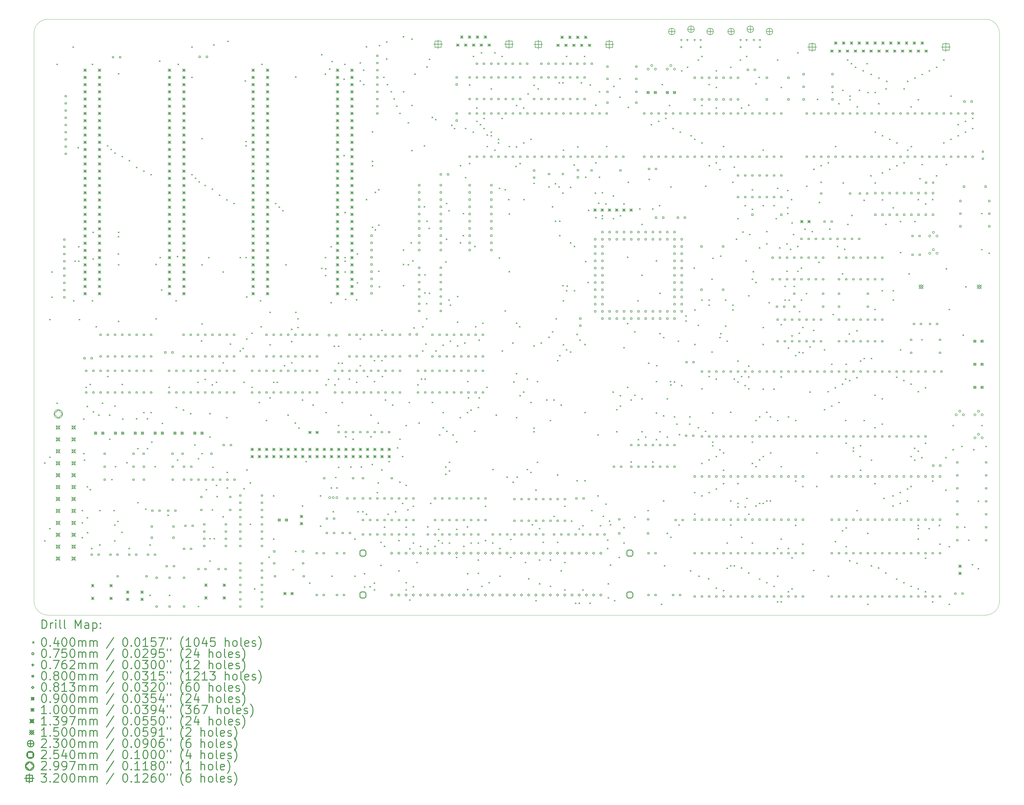
<source format=gbr>
%FSLAX45Y45*%
G04 Gerber Fmt 4.5, Leading zero omitted, Abs format (unit mm)*
G04 Created by KiCad (PCBNEW (5.1.10)-1) date 2021-07-30 10:20:07*
%MOMM*%
%LPD*%
G01*
G04 APERTURE LIST*
%TA.AperFunction,Profile*%
%ADD10C,0.050000*%
%TD*%
%ADD11C,0.200000*%
%ADD12C,0.300000*%
G04 APERTURE END LIST*
D10*
X39740400Y-24900000D02*
X39740400Y-4900000D01*
X6240400Y-25400000D02*
X39240400Y-25400000D01*
X5740400Y-4900000D02*
X5740400Y-24900000D01*
X39240400Y-4400000D02*
X6240400Y-4400000D01*
X39240400Y-4400000D02*
G75*
G02*
X39740400Y-4900000I0J-500000D01*
G01*
X5740400Y-4900000D02*
G75*
G02*
X6240400Y-4400000I500000J0D01*
G01*
X39740400Y-24900000D02*
G75*
G02*
X39240400Y-25400000I-500000J0D01*
G01*
X6240400Y-25400000D02*
G75*
G02*
X5740400Y-24900000I0J500000D01*
G01*
D11*
X6101400Y-20020600D02*
X6141400Y-20060600D01*
X6141400Y-20020600D02*
X6101400Y-20060600D01*
X6101400Y-22763800D02*
X6141400Y-22803800D01*
X6141400Y-22763800D02*
X6101400Y-22803800D01*
X6279200Y-14966000D02*
X6319200Y-15006000D01*
X6319200Y-14966000D02*
X6279200Y-15006000D01*
X6279200Y-19817400D02*
X6319200Y-19857400D01*
X6319200Y-19817400D02*
X6279200Y-19857400D01*
X6279200Y-22332000D02*
X6319200Y-22372000D01*
X6319200Y-22332000D02*
X6279200Y-22372000D01*
X6355400Y-13289600D02*
X6395400Y-13329600D01*
X6395400Y-13289600D02*
X6355400Y-13329600D01*
X6355400Y-14178600D02*
X6395400Y-14218600D01*
X6395400Y-14178600D02*
X6355400Y-14218600D01*
X6533200Y-5974400D02*
X6573200Y-6014400D01*
X6573200Y-5974400D02*
X6533200Y-6014400D01*
X6533200Y-17912400D02*
X6573200Y-17952400D01*
X6573200Y-17912400D02*
X6533200Y-17952400D01*
X7104700Y-5364800D02*
X7144700Y-5404800D01*
X7144700Y-5364800D02*
X7104700Y-5404800D01*
X7117400Y-14305600D02*
X7157400Y-14345600D01*
X7157400Y-14305600D02*
X7117400Y-14345600D01*
X7168201Y-12908600D02*
X7208201Y-12948600D01*
X7208201Y-12908600D02*
X7168201Y-12948600D01*
X7282500Y-8908100D02*
X7322500Y-8948100D01*
X7322500Y-8908100D02*
X7282500Y-8948100D01*
X7295200Y-12400600D02*
X7335200Y-12440600D01*
X7335200Y-12400600D02*
X7295200Y-12440600D01*
X7295200Y-12908600D02*
X7335200Y-12948600D01*
X7335200Y-12908600D02*
X7295200Y-12948600D01*
X7320600Y-14966000D02*
X7360600Y-15006000D01*
X7360600Y-14966000D02*
X7320600Y-15006000D01*
X7422200Y-21697000D02*
X7462200Y-21737000D01*
X7462200Y-21697000D02*
X7422200Y-21737000D01*
X7422200Y-22128800D02*
X7462200Y-22168800D01*
X7462200Y-22128800D02*
X7422200Y-22168800D01*
X7422200Y-22649500D02*
X7462200Y-22689500D01*
X7462200Y-22649500D02*
X7422200Y-22689500D01*
X7473000Y-18471200D02*
X7513000Y-18511200D01*
X7513000Y-18471200D02*
X7473000Y-18511200D01*
X7473000Y-19690400D02*
X7513000Y-19730400D01*
X7513000Y-19690400D02*
X7473000Y-19730400D01*
X7498400Y-19919000D02*
X7538400Y-19959000D01*
X7538400Y-19919000D02*
X7498400Y-19959000D01*
X7561900Y-17353600D02*
X7601900Y-17393600D01*
X7601900Y-17353600D02*
X7561900Y-17393600D01*
X7600000Y-18026700D02*
X7640000Y-18066700D01*
X7640000Y-18026700D02*
X7600000Y-18066700D01*
X7600000Y-20858800D02*
X7640000Y-20898800D01*
X7640000Y-20858800D02*
X7600000Y-20898800D01*
X7600000Y-21951000D02*
X7640000Y-21991000D01*
X7640000Y-21951000D02*
X7600000Y-21991000D01*
X7612700Y-22471700D02*
X7652700Y-22511700D01*
X7652700Y-22471700D02*
X7612700Y-22511700D01*
X7701600Y-17252000D02*
X7741600Y-17292000D01*
X7741600Y-17252000D02*
X7701600Y-17292000D01*
X7701600Y-20960400D02*
X7741600Y-21000400D01*
X7741600Y-20960400D02*
X7701600Y-21000400D01*
X7752400Y-23030500D02*
X7792400Y-23070500D01*
X7792400Y-23030500D02*
X7752400Y-23070500D01*
X7777800Y-5974400D02*
X7817800Y-6014400D01*
X7817800Y-5974400D02*
X7777800Y-6014400D01*
X7777800Y-14305600D02*
X7817800Y-14345600D01*
X7817800Y-14305600D02*
X7777800Y-14345600D01*
X7803200Y-11892599D02*
X7843200Y-11932599D01*
X7843200Y-11892599D02*
X7803200Y-11932599D01*
X7803200Y-12832400D02*
X7843200Y-12872400D01*
X7843200Y-12832400D02*
X7803200Y-12872400D01*
X7815900Y-18217200D02*
X7855900Y-18257200D01*
X7855900Y-18217200D02*
X7815900Y-18257200D01*
X7917500Y-15220000D02*
X7957500Y-15260000D01*
X7957500Y-15220000D02*
X7917500Y-15260000D01*
X8006400Y-18331500D02*
X8046400Y-18371500D01*
X8046400Y-18331500D02*
X8006400Y-18371500D01*
X8044500Y-21697000D02*
X8084500Y-21737000D01*
X8084500Y-21697000D02*
X8044500Y-21737000D01*
X8044500Y-22903500D02*
X8084500Y-22943500D01*
X8084500Y-22903500D02*
X8044500Y-22943500D01*
X8133400Y-17912400D02*
X8173400Y-17952400D01*
X8173400Y-17912400D02*
X8133400Y-17952400D01*
X8311200Y-8844600D02*
X8351200Y-8884600D01*
X8351200Y-8844600D02*
X8311200Y-8884600D01*
X8323900Y-16972600D02*
X8363900Y-17012600D01*
X8363900Y-16972600D02*
X8323900Y-17012600D01*
X8387400Y-18331500D02*
X8427400Y-18371500D01*
X8427400Y-18331500D02*
X8387400Y-18371500D01*
X8387400Y-19182400D02*
X8427400Y-19222400D01*
X8427400Y-19182400D02*
X8387400Y-19222400D01*
X8438200Y-8971600D02*
X8478200Y-9011600D01*
X8478200Y-8971600D02*
X8438200Y-9011600D01*
X8463600Y-20604800D02*
X8503600Y-20644800D01*
X8503600Y-20604800D02*
X8463600Y-20644800D01*
X8539800Y-21697000D02*
X8579800Y-21737000D01*
X8579800Y-21697000D02*
X8539800Y-21737000D01*
X8565200Y-22205000D02*
X8605200Y-22245000D01*
X8605200Y-22205000D02*
X8565200Y-22245000D01*
X8565200Y-22763800D02*
X8605200Y-22803800D01*
X8605200Y-22763800D02*
X8565200Y-22803800D01*
X8577900Y-9098600D02*
X8617900Y-9138600D01*
X8617900Y-9098600D02*
X8577900Y-9138600D01*
X8577900Y-18014000D02*
X8617900Y-18054000D01*
X8617900Y-18014000D02*
X8577900Y-18054000D01*
X8590600Y-20147600D02*
X8630600Y-20187600D01*
X8630600Y-20147600D02*
X8590600Y-20187600D01*
X8679500Y-22078000D02*
X8719500Y-22118000D01*
X8719500Y-22078000D02*
X8679500Y-22118000D01*
X8692200Y-12045000D02*
X8732200Y-12085000D01*
X8732200Y-12045000D02*
X8692200Y-12085000D01*
X8692200Y-12654600D02*
X8732200Y-12694600D01*
X8732200Y-12654600D02*
X8692200Y-12694600D01*
X8704900Y-6304600D02*
X8744900Y-6344600D01*
X8744900Y-6304600D02*
X8704900Y-6344600D01*
X8704900Y-11892600D02*
X8744900Y-11932600D01*
X8744900Y-11892600D02*
X8704900Y-11932600D01*
X8704900Y-13035600D02*
X8744900Y-13075600D01*
X8744900Y-13035600D02*
X8704900Y-13075600D01*
X8704900Y-15029499D02*
X8744900Y-15069499D01*
X8744900Y-15029499D02*
X8704900Y-15069499D01*
X8819200Y-22459000D02*
X8859200Y-22499000D01*
X8859200Y-22459000D02*
X8819200Y-22499000D01*
X8831900Y-9225600D02*
X8871900Y-9265600D01*
X8871900Y-9225600D02*
X8831900Y-9265600D01*
X8831900Y-17252000D02*
X8871900Y-17292000D01*
X8871900Y-17252000D02*
X8831900Y-17292000D01*
X8844600Y-18471200D02*
X8884600Y-18511200D01*
X8884600Y-18471200D02*
X8844600Y-18511200D01*
X8997000Y-20007900D02*
X9037000Y-20047900D01*
X9037000Y-20007900D02*
X8997000Y-20047900D01*
X9073200Y-23030500D02*
X9113200Y-23070500D01*
X9113200Y-23030500D02*
X9073200Y-23070500D01*
X9085900Y-9365300D02*
X9125900Y-9405300D01*
X9125900Y-9365300D02*
X9085900Y-9405300D01*
X9339900Y-9606600D02*
X9379900Y-9646600D01*
X9379900Y-9606600D02*
X9339900Y-9646600D01*
X9339900Y-18458500D02*
X9379900Y-18498500D01*
X9379900Y-18458500D02*
X9339900Y-18498500D01*
X9378000Y-19512600D02*
X9418000Y-19552600D01*
X9418000Y-19512600D02*
X9378000Y-19552600D01*
X9378000Y-21417600D02*
X9418000Y-21457600D01*
X9418000Y-21417600D02*
X9378000Y-21457600D01*
X9593899Y-18242600D02*
X9633899Y-18282600D01*
X9633899Y-18242600D02*
X9593899Y-18282600D01*
X9593900Y-9733600D02*
X9633900Y-9773600D01*
X9633900Y-9733600D02*
X9593900Y-9773600D01*
X9657400Y-21646200D02*
X9697400Y-21686200D01*
X9697400Y-21646200D02*
X9657400Y-21686200D01*
X9720900Y-18458500D02*
X9760900Y-18498500D01*
X9760900Y-18458500D02*
X9720900Y-18498500D01*
X9720900Y-19512600D02*
X9760900Y-19552600D01*
X9760900Y-19512600D02*
X9720900Y-19552600D01*
X9809800Y-22903500D02*
X9849800Y-22943500D01*
X9849800Y-22903500D02*
X9809800Y-22943500D01*
X9809800Y-24681500D02*
X9849800Y-24721500D01*
X9849800Y-24681500D02*
X9809800Y-24721500D01*
X9847900Y-9860600D02*
X9887900Y-9900600D01*
X9887900Y-9860600D02*
X9847900Y-9900600D01*
X9847901Y-18242600D02*
X9887901Y-18282600D01*
X9887901Y-18242600D02*
X9847901Y-18282600D01*
X9873300Y-19284000D02*
X9913300Y-19324000D01*
X9913300Y-19284000D02*
X9873300Y-19324000D01*
X9987600Y-20147600D02*
X10027600Y-20187600D01*
X10027600Y-20147600D02*
X9987600Y-20187600D01*
X10025700Y-13022900D02*
X10065700Y-13062900D01*
X10065700Y-13022900D02*
X10025700Y-13062900D01*
X10025700Y-14940600D02*
X10065700Y-14980600D01*
X10065700Y-14940600D02*
X10025700Y-14980600D01*
X10152700Y-5860100D02*
X10192700Y-5900100D01*
X10192700Y-5860100D02*
X10152700Y-5900100D01*
X10165400Y-12781600D02*
X10205400Y-12821600D01*
X10205400Y-12781600D02*
X10165400Y-12821600D01*
X10216200Y-13924600D02*
X10256200Y-13964600D01*
X10256200Y-13924600D02*
X10216200Y-13964600D01*
X10241600Y-18623600D02*
X10281600Y-18663600D01*
X10281600Y-18623600D02*
X10241600Y-18663600D01*
X10444800Y-21862100D02*
X10484800Y-21902100D01*
X10484800Y-21862100D02*
X10444800Y-21902100D01*
X10482900Y-17353600D02*
X10522900Y-17393600D01*
X10522900Y-17353600D02*
X10482900Y-17393600D01*
X10495600Y-24681500D02*
X10535600Y-24721500D01*
X10535600Y-24681500D02*
X10495600Y-24721500D01*
X10724200Y-14305600D02*
X10764200Y-14345600D01*
X10764200Y-14305600D02*
X10724200Y-14345600D01*
X10736900Y-18064800D02*
X10776900Y-18104800D01*
X10776900Y-18064800D02*
X10736900Y-18104800D01*
X10775000Y-12743500D02*
X10815000Y-12783500D01*
X10815000Y-12743500D02*
X10775000Y-12783500D01*
X10775000Y-19919000D02*
X10815000Y-19959000D01*
X10815000Y-19919000D02*
X10775000Y-19959000D01*
X10800400Y-5974400D02*
X10840400Y-6014400D01*
X10840400Y-5974400D02*
X10800400Y-6014400D01*
X10990900Y-18153700D02*
X11030900Y-18193700D01*
X11030900Y-18153700D02*
X10990900Y-18193700D01*
X11244900Y-18280700D02*
X11284900Y-18320700D01*
X11284900Y-18280700D02*
X11244900Y-18320700D01*
X11283000Y-5364800D02*
X11323000Y-5404800D01*
X11323000Y-5364800D02*
X11283000Y-5404800D01*
X11283000Y-6431600D02*
X11323000Y-6471600D01*
X11323000Y-6431600D02*
X11283000Y-6471600D01*
X11283000Y-9860600D02*
X11323000Y-9900600D01*
X11323000Y-9860600D02*
X11283000Y-9900600D01*
X11384600Y-19385600D02*
X11424600Y-19425600D01*
X11424600Y-19385600D02*
X11384600Y-19425600D01*
X11410000Y-9987600D02*
X11450000Y-10027600D01*
X11450000Y-9987600D02*
X11410000Y-10027600D01*
X11498900Y-17175800D02*
X11538900Y-17215800D01*
X11538900Y-17175800D02*
X11498900Y-17215800D01*
X11511600Y-19868200D02*
X11551600Y-19908200D01*
X11551600Y-19868200D02*
X11511600Y-19908200D01*
X11511600Y-25075200D02*
X11551600Y-25115200D01*
X11551600Y-25075200D02*
X11511600Y-25115200D01*
X11537000Y-10114600D02*
X11577000Y-10154600D01*
X11577000Y-10114600D02*
X11537000Y-10154600D01*
X11625900Y-15715300D02*
X11665900Y-15755300D01*
X11665900Y-15715300D02*
X11625900Y-15755300D01*
X11638600Y-8590600D02*
X11678600Y-8630600D01*
X11678600Y-8590600D02*
X11638600Y-8630600D01*
X11638600Y-13035600D02*
X11678600Y-13075600D01*
X11678600Y-13035600D02*
X11638600Y-13075600D01*
X11638600Y-15118399D02*
X11678600Y-15158399D01*
X11678600Y-15118399D02*
X11638600Y-15158399D01*
X11638600Y-19690400D02*
X11678600Y-19730400D01*
X11678600Y-19690400D02*
X11638600Y-19730400D01*
X11752900Y-10241600D02*
X11792900Y-10281600D01*
X11792900Y-10241600D02*
X11752900Y-10281600D01*
X11752900Y-17074200D02*
X11792900Y-17114200D01*
X11792900Y-17074200D02*
X11752900Y-17114200D01*
X11791000Y-20960400D02*
X11831000Y-21000400D01*
X11831000Y-20960400D02*
X11791000Y-21000400D01*
X11879900Y-12781600D02*
X11919900Y-12821600D01*
X11919900Y-12781600D02*
X11879900Y-12821600D01*
X11918000Y-18280699D02*
X11958000Y-18320699D01*
X11958000Y-18280699D02*
X11918000Y-18320699D01*
X11918000Y-19106200D02*
X11958000Y-19146200D01*
X11958000Y-19106200D02*
X11918000Y-19146200D01*
X11918000Y-22687600D02*
X11958000Y-22727600D01*
X11958000Y-22687600D02*
X11918000Y-22727600D01*
X11918000Y-23475000D02*
X11958000Y-23515000D01*
X11958000Y-23475000D02*
X11918000Y-23515000D01*
X12006900Y-10368600D02*
X12046900Y-10408600D01*
X12046900Y-10368600D02*
X12006900Y-10408600D01*
X12006900Y-17264700D02*
X12046900Y-17304700D01*
X12046900Y-17264700D02*
X12006900Y-17304700D01*
X12006900Y-21671600D02*
X12046900Y-21711600D01*
X12046900Y-21671600D02*
X12006900Y-21711600D01*
X12019600Y-20173000D02*
X12059600Y-20213000D01*
X12059600Y-20173000D02*
X12019600Y-20213000D01*
X12057700Y-5288600D02*
X12097700Y-5328600D01*
X12097700Y-5288600D02*
X12057700Y-5328600D01*
X12070400Y-22687600D02*
X12110400Y-22727600D01*
X12110400Y-22687600D02*
X12070400Y-22727600D01*
X12146599Y-20808000D02*
X12186599Y-20848000D01*
X12186599Y-20808000D02*
X12146599Y-20848000D01*
X12146600Y-17175800D02*
X12186600Y-17215800D01*
X12186600Y-17175800D02*
X12146600Y-17215800D01*
X12172000Y-21201700D02*
X12212000Y-21241700D01*
X12212000Y-21201700D02*
X12172000Y-21241700D01*
X12260900Y-10584500D02*
X12300900Y-10624500D01*
X12300900Y-10584500D02*
X12260900Y-10624500D01*
X12387900Y-13289600D02*
X12427900Y-13329600D01*
X12427900Y-13289600D02*
X12387900Y-13329600D01*
X12387900Y-16490000D02*
X12427900Y-16530000D01*
X12427900Y-16490000D02*
X12387900Y-16530000D01*
X12387900Y-21912900D02*
X12427900Y-21952900D01*
X12427900Y-21912900D02*
X12387900Y-21952900D01*
X12514900Y-10749600D02*
X12554900Y-10789600D01*
X12554900Y-10749600D02*
X12514900Y-10789600D01*
X12514900Y-18420400D02*
X12554900Y-18460400D01*
X12554900Y-18420400D02*
X12514900Y-18460400D01*
X12527600Y-20350800D02*
X12567600Y-20390800D01*
X12567600Y-20350800D02*
X12527600Y-20390800D01*
X12527600Y-20896900D02*
X12567600Y-20936900D01*
X12567600Y-20896900D02*
X12527600Y-20936900D01*
X12553000Y-5161600D02*
X12593000Y-5201600D01*
X12593000Y-5161600D02*
X12553000Y-5201600D01*
X12641900Y-15829600D02*
X12681900Y-15869600D01*
X12681900Y-15829600D02*
X12641900Y-15869600D01*
X12768900Y-10876600D02*
X12808900Y-10916600D01*
X12808900Y-10876600D02*
X12768900Y-10916600D01*
X12984800Y-12781600D02*
X13024800Y-12821600D01*
X13024800Y-12781600D02*
X12984800Y-12821600D01*
X12984800Y-16070900D02*
X13024800Y-16110900D01*
X13024800Y-16070900D02*
X12984800Y-16110900D01*
X13086400Y-15982000D02*
X13126400Y-16022000D01*
X13126400Y-15982000D02*
X13086400Y-16022000D01*
X13124500Y-17175800D02*
X13164500Y-17215800D01*
X13164500Y-17175800D02*
X13124500Y-17215800D01*
X13124500Y-20922300D02*
X13164500Y-20962300D01*
X13164500Y-20922300D02*
X13124500Y-20962300D01*
X13162600Y-6558600D02*
X13202600Y-6598600D01*
X13202600Y-6558600D02*
X13162600Y-6598600D01*
X13188000Y-8692200D02*
X13228000Y-8732200D01*
X13228000Y-8692200D02*
X13188000Y-8732200D01*
X13188000Y-8844600D02*
X13228000Y-8884600D01*
X13228000Y-8844600D02*
X13188000Y-8884600D01*
X13188000Y-12781600D02*
X13228000Y-12821600D01*
X13228000Y-12781600D02*
X13188000Y-12821600D01*
X13213400Y-14165900D02*
X13253400Y-14205900D01*
X13253400Y-14165900D02*
X13213400Y-14205900D01*
X13213401Y-15651800D02*
X13253401Y-15691800D01*
X13253401Y-15651800D02*
X13213401Y-15691800D01*
X13226100Y-20261900D02*
X13266100Y-20301900D01*
X13266100Y-20261900D02*
X13226100Y-20301900D01*
X13340400Y-20719100D02*
X13380400Y-20759100D01*
X13380400Y-20719100D02*
X13340400Y-20759100D01*
X13340400Y-22179600D02*
X13380400Y-22219600D01*
X13380400Y-22179600D02*
X13340400Y-22219600D01*
X13403900Y-15448600D02*
X13443900Y-15488600D01*
X13443900Y-15448600D02*
X13403900Y-15488600D01*
X13403900Y-17353600D02*
X13443900Y-17393600D01*
X13443900Y-17353600D02*
X13403900Y-17393600D01*
X13492800Y-24452900D02*
X13532800Y-24492900D01*
X13532800Y-24452900D02*
X13492800Y-24492900D01*
X13657900Y-17887000D02*
X13697900Y-17927000D01*
X13697900Y-17887000D02*
X13657900Y-17927000D01*
X13696000Y-14305600D02*
X13736000Y-14345600D01*
X13736000Y-14305600D02*
X13696000Y-14345600D01*
X13721400Y-15220000D02*
X13761400Y-15260000D01*
X13761400Y-15220000D02*
X13721400Y-15260000D01*
X13746800Y-5974400D02*
X13786800Y-6014400D01*
X13786800Y-5974400D02*
X13746800Y-6014400D01*
X13911900Y-18522000D02*
X13951900Y-18562000D01*
X13951900Y-18522000D02*
X13911900Y-18562000D01*
X14000800Y-23335300D02*
X14040800Y-23375300D01*
X14040800Y-23335300D02*
X14000800Y-23375300D01*
X14038900Y-14712000D02*
X14078900Y-14752000D01*
X14078900Y-14712000D02*
X14038900Y-14752000D01*
X14038900Y-15855000D02*
X14078900Y-15895000D01*
X14078900Y-15855000D02*
X14038900Y-15895000D01*
X14038900Y-17721900D02*
X14078900Y-17761900D01*
X14078900Y-17721900D02*
X14038900Y-17761900D01*
X14165900Y-17175799D02*
X14205900Y-17215799D01*
X14205900Y-17175799D02*
X14165900Y-17215799D01*
X14165900Y-21176300D02*
X14205900Y-21216300D01*
X14205900Y-21176300D02*
X14165900Y-21216300D01*
X14165900Y-22700300D02*
X14205900Y-22740300D01*
X14205900Y-22700300D02*
X14165900Y-22740300D01*
X14229400Y-10876600D02*
X14269400Y-10916600D01*
X14269400Y-10876600D02*
X14229400Y-10916600D01*
X14292900Y-17175800D02*
X14332900Y-17215800D01*
X14332900Y-17175800D02*
X14292900Y-17215800D01*
X14356400Y-11003600D02*
X14396400Y-11043600D01*
X14396400Y-11003600D02*
X14356400Y-11043600D01*
X14483400Y-11130600D02*
X14523400Y-11170600D01*
X14523400Y-11130600D02*
X14483400Y-11170600D01*
X14546900Y-16591600D02*
X14586900Y-16631600D01*
X14586900Y-16591600D02*
X14546900Y-16631600D01*
X14597700Y-13035600D02*
X14637700Y-13075600D01*
X14637700Y-13035600D02*
X14597700Y-13075600D01*
X14673900Y-18331500D02*
X14713900Y-18371500D01*
X14713900Y-18331500D02*
X14673900Y-18371500D01*
X14800900Y-15308900D02*
X14840900Y-15348900D01*
X14840900Y-15308900D02*
X14800900Y-15348900D01*
X14800900Y-15740700D02*
X14840900Y-15780700D01*
X14840900Y-15740700D02*
X14800900Y-15780700D01*
X14800900Y-16490000D02*
X14840900Y-16530000D01*
X14840900Y-16490000D02*
X14800900Y-16530000D01*
X14851700Y-23779800D02*
X14891700Y-23819800D01*
X14891700Y-23779800D02*
X14851700Y-23819800D01*
X14927900Y-18610900D02*
X14967900Y-18650900D01*
X14967900Y-18610900D02*
X14927900Y-18650900D01*
X14940600Y-6418900D02*
X14980600Y-6458900D01*
X14980600Y-6418900D02*
X14940600Y-6458900D01*
X14940600Y-14712000D02*
X14980600Y-14752000D01*
X14980600Y-14712000D02*
X14940600Y-14752000D01*
X14940600Y-23132100D02*
X14980600Y-23172100D01*
X14980600Y-23132100D02*
X14940600Y-23172100D01*
X15016800Y-14940600D02*
X15056800Y-14980600D01*
X15056800Y-14940600D02*
X15016800Y-14980600D01*
X15016800Y-15245400D02*
X15056800Y-15285400D01*
X15056800Y-15245400D02*
X15016800Y-15285400D01*
X15054900Y-18788700D02*
X15094900Y-18828700D01*
X15094900Y-18788700D02*
X15054900Y-18828700D01*
X15181900Y-17798100D02*
X15221900Y-17838100D01*
X15221900Y-17798100D02*
X15181900Y-17838100D01*
X15181900Y-21531900D02*
X15221900Y-21571900D01*
X15221900Y-21531900D02*
X15181900Y-21571900D01*
X15308900Y-19969800D02*
X15348900Y-20009800D01*
X15348900Y-19969800D02*
X15308900Y-20009800D01*
X15435900Y-24248861D02*
X15475900Y-24288861D01*
X15475900Y-24248861D02*
X15435900Y-24288861D01*
X15550200Y-17975900D02*
X15590200Y-18015900D01*
X15590200Y-17975900D02*
X15550200Y-18015900D01*
X15816900Y-21176300D02*
X15856900Y-21216300D01*
X15856900Y-21176300D02*
X15816900Y-21216300D01*
X15816900Y-22243100D02*
X15856900Y-22283100D01*
X15856900Y-22243100D02*
X15816900Y-22283100D01*
X15855000Y-5631500D02*
X15895000Y-5671500D01*
X15895000Y-5631500D02*
X15855000Y-5671500D01*
X15855000Y-13162600D02*
X15895000Y-13202600D01*
X15895000Y-13162600D02*
X15855000Y-13202600D01*
X15982000Y-6317300D02*
X16022000Y-6357300D01*
X16022000Y-6317300D02*
X15982000Y-6357300D01*
X15982000Y-12781600D02*
X16022000Y-12821600D01*
X16022000Y-12781600D02*
X15982000Y-12821600D01*
X15994700Y-13175300D02*
X16034700Y-13215300D01*
X16034700Y-13175300D02*
X15994700Y-13215300D01*
X15994700Y-13416600D02*
X16034700Y-13456600D01*
X16034700Y-13416600D02*
X15994700Y-13456600D01*
X16007400Y-17264700D02*
X16047400Y-17304700D01*
X16047400Y-17264700D02*
X16007400Y-17304700D01*
X16007400Y-18242600D02*
X16047400Y-18282600D01*
X16047400Y-18242600D02*
X16007400Y-18282600D01*
X16096300Y-17074200D02*
X16136300Y-17114200D01*
X16136300Y-17074200D02*
X16096300Y-17114200D01*
X16134400Y-6139500D02*
X16174400Y-6179500D01*
X16174400Y-6139500D02*
X16134400Y-6179500D01*
X16185200Y-12400600D02*
X16225200Y-12440600D01*
X16225200Y-12400600D02*
X16185200Y-12440600D01*
X16185200Y-14369100D02*
X16225200Y-14409100D01*
X16225200Y-14369100D02*
X16185200Y-14409100D01*
X16197900Y-20896900D02*
X16237900Y-20936900D01*
X16237900Y-20896900D02*
X16197900Y-20936900D01*
X16210600Y-24008400D02*
X16250600Y-24048400D01*
X16250600Y-24008400D02*
X16210600Y-24048400D01*
X16223300Y-5872800D02*
X16263300Y-5912800D01*
X16263300Y-5872800D02*
X16223300Y-5912800D01*
X16261400Y-21735100D02*
X16301400Y-21775100D01*
X16301400Y-21735100D02*
X16261400Y-21775100D01*
X16299500Y-15905800D02*
X16339500Y-15945800D01*
X16339500Y-15905800D02*
X16299500Y-15945800D01*
X16324900Y-17264700D02*
X16364900Y-17304700D01*
X16364900Y-17264700D02*
X16324900Y-17304700D01*
X16350300Y-20528600D02*
X16390300Y-20568600D01*
X16390300Y-20528600D02*
X16350300Y-20568600D01*
X16388400Y-20896900D02*
X16428400Y-20936900D01*
X16428400Y-20896900D02*
X16388400Y-20936900D01*
X16451900Y-15905800D02*
X16491900Y-15945800D01*
X16491900Y-15905800D02*
X16451900Y-15945800D01*
X16451900Y-16502700D02*
X16491900Y-16542700D01*
X16491900Y-16502700D02*
X16451900Y-16542700D01*
X16451900Y-17061500D02*
X16491900Y-17101500D01*
X16491900Y-17061500D02*
X16451900Y-17101500D01*
X16451900Y-18699800D02*
X16491900Y-18739800D01*
X16491900Y-18699800D02*
X16451900Y-18739800D01*
X16451900Y-20173000D02*
X16491900Y-20213000D01*
X16491900Y-20173000D02*
X16451900Y-20213000D01*
X16578900Y-16502700D02*
X16618900Y-16542700D01*
X16618900Y-16502700D02*
X16578900Y-16542700D01*
X16578900Y-17887000D02*
X16618900Y-17927000D01*
X16618900Y-17887000D02*
X16578900Y-17927000D01*
X16642400Y-6495100D02*
X16682400Y-6535100D01*
X16682400Y-6495100D02*
X16642400Y-6535100D01*
X16642400Y-9187500D02*
X16682400Y-9227500D01*
X16682400Y-9187500D02*
X16642400Y-9227500D01*
X16667800Y-5974400D02*
X16707800Y-6014400D01*
X16707800Y-5974400D02*
X16667800Y-6014400D01*
X16680500Y-11194100D02*
X16720500Y-11234100D01*
X16720500Y-11194100D02*
X16680500Y-11234100D01*
X16680500Y-12781600D02*
X16720500Y-12821600D01*
X16720500Y-12781600D02*
X16680500Y-12821600D01*
X16680500Y-12908600D02*
X16720500Y-12948600D01*
X16720500Y-12908600D02*
X16680500Y-12948600D01*
X16680500Y-13289600D02*
X16720500Y-13329600D01*
X16720500Y-13289600D02*
X16680500Y-13329600D01*
X16693200Y-14254800D02*
X16733200Y-14294800D01*
X16733200Y-14254800D02*
X16693200Y-14294800D01*
X16705900Y-19093500D02*
X16745900Y-19133500D01*
X16745900Y-19093500D02*
X16705900Y-19133500D01*
X16832900Y-17061500D02*
X16872900Y-17101500D01*
X16872900Y-17061500D02*
X16832900Y-17101500D01*
X16883700Y-20160300D02*
X16923700Y-20200300D01*
X16923700Y-20160300D02*
X16883700Y-20200300D01*
X16959900Y-19182400D02*
X16999900Y-19222400D01*
X16999900Y-19182400D02*
X16959900Y-19222400D01*
X17023400Y-22700300D02*
X17063400Y-22740300D01*
X17063400Y-22700300D02*
X17023400Y-22740300D01*
X17023400Y-24008400D02*
X17063400Y-24048400D01*
X17063400Y-24008400D02*
X17023400Y-24048400D01*
X17086900Y-14267500D02*
X17126900Y-14307500D01*
X17126900Y-14267500D02*
X17086900Y-14307500D01*
X17086900Y-17175800D02*
X17126900Y-17215800D01*
X17126900Y-17175800D02*
X17086900Y-17215800D01*
X17112300Y-12654600D02*
X17152300Y-12694600D01*
X17152300Y-12654600D02*
X17112300Y-12694600D01*
X17112300Y-13670600D02*
X17152300Y-13710600D01*
X17152300Y-13670600D02*
X17112300Y-13710600D01*
X17137700Y-21735100D02*
X17177700Y-21775100D01*
X17177700Y-21735100D02*
X17137700Y-21775100D01*
X17212460Y-6558600D02*
X17252460Y-6598600D01*
X17252460Y-6558600D02*
X17212460Y-6598600D01*
X17213900Y-5923600D02*
X17253900Y-5963600D01*
X17253900Y-5923600D02*
X17213900Y-5963600D01*
X17213900Y-15651800D02*
X17253900Y-15691800D01*
X17253900Y-15651800D02*
X17213900Y-15691800D01*
X17213900Y-16591600D02*
X17253900Y-16631600D01*
X17253900Y-16591600D02*
X17213900Y-16631600D01*
X17252000Y-20160300D02*
X17292000Y-20200300D01*
X17292000Y-20160300D02*
X17252000Y-20200300D01*
X17302800Y-21735100D02*
X17342800Y-21775100D01*
X17342800Y-21735100D02*
X17302800Y-21775100D01*
X17328200Y-6177600D02*
X17368200Y-6217600D01*
X17368200Y-6177600D02*
X17328200Y-6217600D01*
X17328200Y-6685600D02*
X17368200Y-6725600D01*
X17368200Y-6685600D02*
X17328200Y-6725600D01*
X17366300Y-23919500D02*
X17406300Y-23959500D01*
X17406300Y-23919500D02*
X17366300Y-23959500D01*
X17366300Y-24389400D02*
X17406300Y-24429400D01*
X17406300Y-24389400D02*
X17366300Y-24429400D01*
X17429800Y-5352100D02*
X17469800Y-5392100D01*
X17469800Y-5352100D02*
X17429800Y-5392100D01*
X17429800Y-10736900D02*
X17469800Y-10776900D01*
X17469800Y-10736900D02*
X17429800Y-10776900D01*
X17429800Y-21824000D02*
X17469800Y-21864000D01*
X17469800Y-21824000D02*
X17429800Y-21864000D01*
X17467900Y-16972600D02*
X17507900Y-17012600D01*
X17507900Y-16972600D02*
X17467900Y-17012600D01*
X17556800Y-24376700D02*
X17596800Y-24416700D01*
X17596800Y-24376700D02*
X17556800Y-24416700D01*
X17594900Y-18331500D02*
X17634900Y-18371500D01*
X17634900Y-18331500D02*
X17594900Y-18371500D01*
X17594900Y-19093500D02*
X17634900Y-19133500D01*
X17634900Y-19093500D02*
X17594900Y-19133500D01*
X17633000Y-20071401D02*
X17673000Y-20111401D01*
X17673000Y-20071401D02*
X17633000Y-20111401D01*
X17645700Y-8349300D02*
X17685700Y-8389300D01*
X17685700Y-8349300D02*
X17645700Y-8389300D01*
X17645700Y-9390700D02*
X17685700Y-9430700D01*
X17685700Y-9390700D02*
X17645700Y-9430700D01*
X17645700Y-9543100D02*
X17685700Y-9583100D01*
X17685700Y-9543100D02*
X17645700Y-9583100D01*
X17645700Y-11714800D02*
X17685700Y-11754800D01*
X17685700Y-11714800D02*
X17645700Y-11754800D01*
X17709200Y-16413800D02*
X17749200Y-16453800D01*
X17749200Y-16413800D02*
X17709200Y-16453800D01*
X17709200Y-17150400D02*
X17749200Y-17190400D01*
X17749200Y-17150400D02*
X17709200Y-17190400D01*
X17709200Y-24248861D02*
X17749200Y-24288861D01*
X17749200Y-24248861D02*
X17709200Y-24288861D01*
X17709200Y-24491000D02*
X17749200Y-24531000D01*
X17749200Y-24491000D02*
X17709200Y-24531000D01*
X17747300Y-10482900D02*
X17787300Y-10522900D01*
X17787300Y-10482900D02*
X17747300Y-10522900D01*
X17747300Y-11803700D02*
X17787300Y-11843700D01*
X17787300Y-11803700D02*
X17747300Y-11843700D01*
X17810800Y-21062000D02*
X17850800Y-21102000D01*
X17850800Y-21062000D02*
X17810800Y-21102000D01*
X17848900Y-18610900D02*
X17888900Y-18650900D01*
X17888900Y-18610900D02*
X17848900Y-18650900D01*
X17848900Y-20719100D02*
X17888900Y-20759100D01*
X17888900Y-20719100D02*
X17848900Y-20759100D01*
X17861600Y-10394000D02*
X17901600Y-10434000D01*
X17901600Y-10394000D02*
X17861600Y-10434000D01*
X17861600Y-11638600D02*
X17901600Y-11678600D01*
X17901600Y-11638600D02*
X17861600Y-11678600D01*
X17861600Y-13264200D02*
X17901600Y-13304200D01*
X17901600Y-13264200D02*
X17861600Y-13304200D01*
X17887000Y-5314000D02*
X17927000Y-5354000D01*
X17927000Y-5314000D02*
X17887000Y-5354000D01*
X17887000Y-13810300D02*
X17927000Y-13850300D01*
X17927000Y-13810300D02*
X17887000Y-13850300D01*
X17937800Y-22814600D02*
X17977800Y-22854600D01*
X17977800Y-22814600D02*
X17937800Y-22854600D01*
X17937800Y-23627400D02*
X17977800Y-23667400D01*
X17977800Y-23627400D02*
X17937800Y-23667400D01*
X17975900Y-15347000D02*
X18015900Y-15387000D01*
X18015900Y-15347000D02*
X17975900Y-15387000D01*
X17975900Y-16413800D02*
X18015900Y-16453800D01*
X18015900Y-16413800D02*
X17975900Y-16453800D01*
X17975900Y-20261900D02*
X18015900Y-20301900D01*
X18015900Y-20261900D02*
X17975900Y-20301900D01*
X17988600Y-16972600D02*
X18028600Y-17012600D01*
X18028600Y-16972600D02*
X17988600Y-17012600D01*
X18039400Y-6431600D02*
X18079400Y-6471600D01*
X18079400Y-6431600D02*
X18039400Y-6471600D01*
X18064800Y-22281200D02*
X18104800Y-22321200D01*
X18104800Y-22281200D02*
X18064800Y-22321200D01*
X18064800Y-22954300D02*
X18104800Y-22994300D01*
X18104800Y-22954300D02*
X18064800Y-22994300D01*
X18102900Y-17798100D02*
X18142900Y-17838100D01*
X18142900Y-17798100D02*
X18102900Y-17838100D01*
X18141000Y-5187000D02*
X18181000Y-5227000D01*
X18181000Y-5187000D02*
X18141000Y-5227000D01*
X18141000Y-5783900D02*
X18181000Y-5823900D01*
X18181000Y-5783900D02*
X18141000Y-5823900D01*
X18166400Y-6685600D02*
X18206400Y-6725600D01*
X18206400Y-6685600D02*
X18166400Y-6725600D01*
X18191800Y-21824000D02*
X18231800Y-21864000D01*
X18231800Y-21824000D02*
X18191800Y-21864000D01*
X18229900Y-19969800D02*
X18269900Y-20009800D01*
X18269900Y-19969800D02*
X18229900Y-20009800D01*
X18306100Y-6939600D02*
X18346100Y-6979600D01*
X18346100Y-6939600D02*
X18306100Y-6979600D01*
X18356900Y-17975900D02*
X18396900Y-18015900D01*
X18396900Y-17975900D02*
X18356900Y-18015900D01*
X18407700Y-7193600D02*
X18447700Y-7233600D01*
X18447700Y-7193600D02*
X18407700Y-7233600D01*
X18458500Y-21735100D02*
X18498500Y-21775100D01*
X18498500Y-21735100D02*
X18458500Y-21775100D01*
X18496600Y-7447600D02*
X18536600Y-7487600D01*
X18536600Y-7447600D02*
X18496600Y-7487600D01*
X18522000Y-19487200D02*
X18562000Y-19527200D01*
X18562000Y-19487200D02*
X18522000Y-19527200D01*
X18572800Y-22751100D02*
X18612800Y-22791100D01*
X18612800Y-22751100D02*
X18572800Y-22791100D01*
X18572800Y-23817900D02*
X18612800Y-23857900D01*
X18612800Y-23817900D02*
X18572800Y-23857900D01*
X18610900Y-7701600D02*
X18650900Y-7741600D01*
X18650900Y-7701600D02*
X18610900Y-7741600D01*
X18610900Y-19182400D02*
X18650900Y-19222400D01*
X18650900Y-19182400D02*
X18610900Y-19222400D01*
X18610900Y-20693700D02*
X18650900Y-20733700D01*
X18650900Y-20693700D02*
X18610900Y-20733700D01*
X18699800Y-19792000D02*
X18739800Y-19832000D01*
X18739800Y-19792000D02*
X18699800Y-19832000D01*
X18699800Y-21443000D02*
X18739800Y-21483000D01*
X18739800Y-21443000D02*
X18699800Y-21483000D01*
X18737900Y-4996500D02*
X18777900Y-5036500D01*
X18777900Y-4996500D02*
X18737900Y-5036500D01*
X18737900Y-6939600D02*
X18777900Y-6979600D01*
X18777900Y-6939600D02*
X18737900Y-6979600D01*
X18737900Y-12514900D02*
X18777900Y-12554900D01*
X18777900Y-12514900D02*
X18737900Y-12554900D01*
X18737900Y-13022900D02*
X18777900Y-13062900D01*
X18777900Y-13022900D02*
X18737900Y-13062900D01*
X18737900Y-13772200D02*
X18777900Y-13812200D01*
X18777900Y-13772200D02*
X18737900Y-13812200D01*
X18826800Y-18699800D02*
X18866800Y-18739800D01*
X18866800Y-18699800D02*
X18826800Y-18739800D01*
X18826800Y-20808000D02*
X18866800Y-20848000D01*
X18866800Y-20808000D02*
X18826800Y-20848000D01*
X18826800Y-22281200D02*
X18866800Y-22321200D01*
X18866800Y-22281200D02*
X18826800Y-22321200D01*
X18826800Y-24237000D02*
X18866800Y-24277000D01*
X18866800Y-24237000D02*
X18826800Y-24277000D01*
X18826800Y-24491000D02*
X18866800Y-24531000D01*
X18866800Y-24491000D02*
X18826800Y-24531000D01*
X18890300Y-21671600D02*
X18930300Y-21711600D01*
X18930300Y-21671600D02*
X18890300Y-21711600D01*
X18903000Y-8031800D02*
X18943000Y-8071800D01*
X18943000Y-8031800D02*
X18903000Y-8071800D01*
X18903000Y-13035600D02*
X18943000Y-13075600D01*
X18943000Y-13035600D02*
X18903000Y-13075600D01*
X18941100Y-17887000D02*
X18981100Y-17927000D01*
X18981100Y-17887000D02*
X18941100Y-17927000D01*
X18953800Y-23043200D02*
X18993800Y-23083200D01*
X18993800Y-23043200D02*
X18953800Y-23083200D01*
X18953800Y-24846600D02*
X18993800Y-24886600D01*
X18993800Y-24846600D02*
X18953800Y-24886600D01*
X19004600Y-12260900D02*
X19044600Y-12300900D01*
X19044600Y-12260900D02*
X19004600Y-12300900D01*
X19030000Y-5085400D02*
X19070000Y-5125400D01*
X19070000Y-5085400D02*
X19030000Y-5125400D01*
X19030000Y-7422200D02*
X19070000Y-7462200D01*
X19070000Y-7422200D02*
X19030000Y-7462200D01*
X19030000Y-9009700D02*
X19070000Y-9049700D01*
X19070000Y-9009700D02*
X19030000Y-9049700D01*
X19068100Y-12895900D02*
X19108100Y-12935900D01*
X19108100Y-12895900D02*
X19068100Y-12935900D01*
X19080800Y-21544600D02*
X19120800Y-21584600D01*
X19120800Y-21544600D02*
X19080800Y-21584600D01*
X19080800Y-22840000D02*
X19120800Y-22880000D01*
X19120800Y-22840000D02*
X19080800Y-22880000D01*
X19080800Y-24376700D02*
X19120800Y-24416700D01*
X19120800Y-24376700D02*
X19080800Y-24416700D01*
X19106200Y-15258100D02*
X19146200Y-15298100D01*
X19146200Y-15258100D02*
X19106200Y-15298100D01*
X19144300Y-6317300D02*
X19184300Y-6357300D01*
X19184300Y-6317300D02*
X19144300Y-6357300D01*
X19207800Y-23525800D02*
X19247800Y-23565800D01*
X19247800Y-23525800D02*
X19207800Y-23565800D01*
X19245900Y-17264700D02*
X19285900Y-17304700D01*
X19285900Y-17264700D02*
X19245900Y-17304700D01*
X19284000Y-18610900D02*
X19324000Y-18650900D01*
X19324000Y-18610900D02*
X19284000Y-18650900D01*
X19334800Y-22954300D02*
X19374800Y-22994300D01*
X19374800Y-22954300D02*
X19334800Y-22994300D01*
X19372900Y-17061500D02*
X19412900Y-17101500D01*
X19412900Y-17061500D02*
X19372900Y-17101500D01*
X19411000Y-15220000D02*
X19451000Y-15260000D01*
X19451000Y-15220000D02*
X19411000Y-15260000D01*
X19411000Y-16070900D02*
X19451000Y-16110900D01*
X19451000Y-16070900D02*
X19411000Y-16110900D01*
X19474500Y-8844600D02*
X19514500Y-8884600D01*
X19514500Y-8844600D02*
X19474500Y-8884600D01*
X19474500Y-10990900D02*
X19514500Y-11030900D01*
X19514500Y-10990900D02*
X19474500Y-11030900D01*
X19487200Y-13391200D02*
X19527200Y-13431200D01*
X19527200Y-13391200D02*
X19487200Y-13431200D01*
X19487200Y-14026200D02*
X19527200Y-14066200D01*
X19527200Y-14026200D02*
X19487200Y-14066200D01*
X19499900Y-17061500D02*
X19539900Y-17101500D01*
X19539900Y-17061500D02*
X19499900Y-17101500D01*
X19525300Y-15829600D02*
X19565300Y-15869600D01*
X19565300Y-15829600D02*
X19525300Y-15869600D01*
X19550700Y-14407200D02*
X19590700Y-14447200D01*
X19590700Y-14407200D02*
X19550700Y-14447200D01*
X19550700Y-14940600D02*
X19590700Y-14980600D01*
X19590700Y-14940600D02*
X19550700Y-14980600D01*
X19563400Y-6063300D02*
X19603400Y-6103300D01*
X19603400Y-6063300D02*
X19563400Y-6103300D01*
X19563400Y-11498900D02*
X19603400Y-11538900D01*
X19603400Y-11498900D02*
X19563400Y-11538900D01*
X19588800Y-22268500D02*
X19628800Y-22308500D01*
X19628800Y-22268500D02*
X19588800Y-22308500D01*
X19588800Y-23055900D02*
X19628800Y-23095900D01*
X19628800Y-23055900D02*
X19588800Y-23095900D01*
X19639600Y-11752900D02*
X19679600Y-11792900D01*
X19679600Y-11752900D02*
X19639600Y-11792900D01*
X19652300Y-5796600D02*
X19692300Y-5836600D01*
X19692300Y-5796600D02*
X19652300Y-5836600D01*
X19652300Y-14038900D02*
X19692300Y-14078900D01*
X19692300Y-14038900D02*
X19652300Y-14078900D01*
X19690400Y-21443000D02*
X19730400Y-21483000D01*
X19730400Y-21443000D02*
X19690400Y-21483000D01*
X19753900Y-7841300D02*
X19793900Y-7881300D01*
X19793900Y-7841300D02*
X19753900Y-7881300D01*
X19753900Y-17887000D02*
X19793900Y-17927000D01*
X19793900Y-17887000D02*
X19753900Y-17927000D01*
X19842800Y-22954300D02*
X19882800Y-22994300D01*
X19882800Y-22954300D02*
X19842800Y-22994300D01*
X19868200Y-7917500D02*
X19908200Y-7957500D01*
X19908200Y-7917500D02*
X19868200Y-7957500D01*
X19880900Y-16070900D02*
X19920900Y-16110900D01*
X19920900Y-16070900D02*
X19880900Y-16110900D01*
X19969800Y-22357400D02*
X20009800Y-22397400D01*
X20009800Y-22357400D02*
X19969800Y-22397400D01*
X19969800Y-22751100D02*
X20009800Y-22791100D01*
X20009800Y-22751100D02*
X19969800Y-22791100D01*
X20007900Y-19030000D02*
X20047900Y-19070000D01*
X20047900Y-19030000D02*
X20007900Y-19070000D01*
X20096800Y-22840000D02*
X20136800Y-22880000D01*
X20136800Y-22840000D02*
X20096800Y-22880000D01*
X20134900Y-15867700D02*
X20174900Y-15907700D01*
X20174900Y-15867700D02*
X20134900Y-15907700D01*
X20134900Y-18242600D02*
X20174900Y-18282600D01*
X20174900Y-18242600D02*
X20134900Y-18282600D01*
X20134900Y-18776000D02*
X20174900Y-18816000D01*
X20174900Y-18776000D02*
X20134900Y-18816000D01*
X20223800Y-12934000D02*
X20263800Y-12974000D01*
X20263800Y-12934000D02*
X20223800Y-12974000D01*
X20223800Y-20160300D02*
X20263800Y-20200300D01*
X20263800Y-20160300D02*
X20223800Y-20200300D01*
X20223800Y-20414300D02*
X20263800Y-20454300D01*
X20263800Y-20414300D02*
X20223800Y-20454300D01*
X20249200Y-10876600D02*
X20289200Y-10916600D01*
X20289200Y-10876600D02*
X20249200Y-10916600D01*
X20249200Y-12133900D02*
X20289200Y-12173900D01*
X20289200Y-12133900D02*
X20249200Y-12173900D01*
X20261900Y-18903000D02*
X20301900Y-18943000D01*
X20301900Y-18903000D02*
X20261900Y-18943000D01*
X20338100Y-11130600D02*
X20378100Y-11170600D01*
X20378100Y-11130600D02*
X20338100Y-11170600D01*
X20338100Y-14280200D02*
X20378100Y-14320200D01*
X20378100Y-14280200D02*
X20338100Y-14320200D01*
X20350800Y-19995200D02*
X20390800Y-20035200D01*
X20390800Y-19995200D02*
X20350800Y-20035200D01*
X20350800Y-20300000D02*
X20390800Y-20340000D01*
X20390800Y-20300000D02*
X20350800Y-20340000D01*
X20350800Y-22840000D02*
X20390800Y-22880000D01*
X20390800Y-22840000D02*
X20350800Y-22880000D01*
X20388900Y-14458000D02*
X20428900Y-14498000D01*
X20428900Y-14458000D02*
X20388900Y-14498000D01*
X20388900Y-15728000D02*
X20428900Y-15768000D01*
X20428900Y-15728000D02*
X20388900Y-15768000D01*
X20439700Y-8120700D02*
X20479700Y-8160700D01*
X20479700Y-8120700D02*
X20439700Y-8160700D01*
X20477800Y-19030000D02*
X20517800Y-19070000D01*
X20517800Y-19030000D02*
X20477800Y-19070000D01*
X20528600Y-8235000D02*
X20568600Y-8275000D01*
X20568600Y-8235000D02*
X20528600Y-8275000D01*
X20604800Y-19271300D02*
X20644800Y-19311300D01*
X20644800Y-19271300D02*
X20604800Y-19311300D01*
X20604800Y-22357400D02*
X20644800Y-22397400D01*
X20644800Y-22357400D02*
X20604800Y-22397400D01*
X20604800Y-23348000D02*
X20644800Y-23388000D01*
X20644800Y-23348000D02*
X20604800Y-23388000D01*
X20642900Y-14153200D02*
X20682900Y-14193200D01*
X20682900Y-14153200D02*
X20642900Y-14193200D01*
X20642900Y-15054900D02*
X20682900Y-15094900D01*
X20682900Y-15054900D02*
X20642900Y-15094900D01*
X20642900Y-15893100D02*
X20682900Y-15933100D01*
X20682900Y-15893100D02*
X20642900Y-15933100D01*
X20731800Y-18420401D02*
X20771800Y-18460401D01*
X20771800Y-18420401D02*
X20731800Y-18460401D01*
X20744500Y-9543100D02*
X20784500Y-9583100D01*
X20784500Y-9543100D02*
X20744500Y-9583100D01*
X20744500Y-12260900D02*
X20784500Y-12300900D01*
X20784500Y-12260900D02*
X20744500Y-12300900D01*
X20846100Y-11232200D02*
X20886100Y-11272200D01*
X20886100Y-11232200D02*
X20846100Y-11272200D01*
X20846100Y-12006900D02*
X20886100Y-12046900D01*
X20886100Y-12006900D02*
X20846100Y-12046900D01*
X20858800Y-22954300D02*
X20898800Y-22994300D01*
X20898800Y-22954300D02*
X20858800Y-22994300D01*
X20896900Y-15791500D02*
X20936900Y-15831500D01*
X20936900Y-15791500D02*
X20896900Y-15831500D01*
X20922300Y-8235000D02*
X20962300Y-8275000D01*
X20962300Y-8235000D02*
X20922300Y-8275000D01*
X20922300Y-9962200D02*
X20962300Y-10002200D01*
X20962300Y-9962200D02*
X20922300Y-10002200D01*
X20985800Y-18242600D02*
X21025800Y-18282600D01*
X21025800Y-18242600D02*
X20985800Y-18282600D01*
X20985800Y-22268500D02*
X21025800Y-22308500D01*
X21025800Y-22268500D02*
X20985800Y-22308500D01*
X20998500Y-17150400D02*
X21038500Y-17190400D01*
X21038500Y-17150400D02*
X20998500Y-17190400D01*
X20998500Y-23919500D02*
X21038500Y-23959500D01*
X21038500Y-23919500D02*
X20998500Y-23959500D01*
X20998500Y-24478300D02*
X21038500Y-24518300D01*
X21038500Y-24478300D02*
X20998500Y-24518300D01*
X21023900Y-17721900D02*
X21063900Y-17761900D01*
X21063900Y-17721900D02*
X21023900Y-17761900D01*
X21062000Y-6698300D02*
X21102000Y-6738300D01*
X21102000Y-6698300D02*
X21062000Y-6738300D01*
X21062000Y-9466900D02*
X21102000Y-9506900D01*
X21102000Y-9466900D02*
X21062000Y-9506900D01*
X21112800Y-18153700D02*
X21152800Y-18193700D01*
X21152800Y-18153700D02*
X21112800Y-18193700D01*
X21112800Y-22840000D02*
X21152800Y-22880000D01*
X21152800Y-22840000D02*
X21112800Y-22880000D01*
X21189000Y-8362000D02*
X21229000Y-8402000D01*
X21229000Y-8362000D02*
X21189000Y-8402000D01*
X21201700Y-5695000D02*
X21241700Y-5735000D01*
X21241700Y-5695000D02*
X21201700Y-5735000D01*
X21239800Y-18903000D02*
X21279800Y-18943000D01*
X21279800Y-18903000D02*
X21239800Y-18943000D01*
X21252500Y-12387900D02*
X21292500Y-12427900D01*
X21292500Y-12387900D02*
X21252500Y-12427900D01*
X21277900Y-15220000D02*
X21317900Y-15260000D01*
X21317900Y-15220000D02*
X21277900Y-15260000D01*
X21316000Y-7511100D02*
X21356000Y-7551100D01*
X21356000Y-7511100D02*
X21316000Y-7551100D01*
X21316000Y-7981000D02*
X21356000Y-8021000D01*
X21356000Y-7981000D02*
X21316000Y-8021000D01*
X21366800Y-18064800D02*
X21406800Y-18104800D01*
X21406800Y-18064800D02*
X21366800Y-18104800D01*
X21366800Y-22840000D02*
X21406800Y-22880000D01*
X21406800Y-22840000D02*
X21366800Y-22880000D01*
X21366800Y-23436900D02*
X21406800Y-23476900D01*
X21406800Y-23436900D02*
X21366800Y-23476900D01*
X21366800Y-23906799D02*
X21406800Y-23946799D01*
X21406800Y-23906799D02*
X21366800Y-23946799D01*
X21404900Y-15689900D02*
X21444900Y-15729900D01*
X21444900Y-15689900D02*
X21404900Y-15729900D01*
X21404900Y-17721900D02*
X21444900Y-17761900D01*
X21444900Y-17721900D02*
X21404900Y-17761900D01*
X21443000Y-8095300D02*
X21483000Y-8135300D01*
X21483000Y-8095300D02*
X21443000Y-8135300D01*
X21481100Y-5568000D02*
X21521100Y-5608000D01*
X21521100Y-5568000D02*
X21481100Y-5608000D01*
X21493800Y-24364000D02*
X21533800Y-24404000D01*
X21533800Y-24364000D02*
X21493800Y-24404000D01*
X21531900Y-15093000D02*
X21571900Y-15133000D01*
X21571900Y-15093000D02*
X21531900Y-15133000D01*
X21570000Y-7879400D02*
X21610000Y-7919400D01*
X21610000Y-7879400D02*
X21570000Y-7919400D01*
X21570000Y-8235000D02*
X21610000Y-8275000D01*
X21610000Y-8235000D02*
X21570000Y-8275000D01*
X21620800Y-21544600D02*
X21660800Y-21584600D01*
X21660800Y-21544600D02*
X21620800Y-21584600D01*
X21620800Y-22751100D02*
X21660800Y-22791100D01*
X21660800Y-22751100D02*
X21620800Y-22791100D01*
X21671600Y-17353600D02*
X21711600Y-17393600D01*
X21711600Y-17353600D02*
X21671600Y-17393600D01*
X21684300Y-8463600D02*
X21724300Y-8503600D01*
X21724300Y-8463600D02*
X21684300Y-8503600D01*
X21684300Y-8870000D02*
X21724300Y-8910000D01*
X21724300Y-8870000D02*
X21684300Y-8910000D01*
X21747800Y-24237000D02*
X21787800Y-24277000D01*
X21787800Y-24237000D02*
X21747800Y-24277000D01*
X21824000Y-6838000D02*
X21864000Y-6878000D01*
X21864000Y-6838000D02*
X21824000Y-6878000D01*
X21824000Y-8362000D02*
X21864000Y-8402000D01*
X21864000Y-8362000D02*
X21824000Y-8402000D01*
X21824000Y-8489000D02*
X21864000Y-8529000D01*
X21864000Y-8489000D02*
X21824000Y-8529000D01*
X21874800Y-22840000D02*
X21914800Y-22880000D01*
X21914800Y-22840000D02*
X21874800Y-22880000D01*
X21887500Y-20249200D02*
X21927500Y-20289200D01*
X21927500Y-20249200D02*
X21887500Y-20289200D01*
X21951000Y-5568000D02*
X21991000Y-5608000D01*
X21991000Y-5568000D02*
X21951000Y-5608000D01*
X21951000Y-8997000D02*
X21991000Y-9037000D01*
X21991000Y-8997000D02*
X21951000Y-9037000D01*
X22001800Y-18331500D02*
X22041800Y-18371500D01*
X22041800Y-18331500D02*
X22001800Y-18371500D01*
X22078000Y-8616000D02*
X22118000Y-8656000D01*
X22118000Y-8616000D02*
X22078000Y-8656000D01*
X22078000Y-8743000D02*
X22118000Y-8783000D01*
X22118000Y-8743000D02*
X22078000Y-8783000D01*
X22116100Y-10343200D02*
X22156100Y-10383200D01*
X22156100Y-10343200D02*
X22116100Y-10383200D01*
X22116100Y-12794300D02*
X22156100Y-12834300D01*
X22156100Y-12794300D02*
X22116100Y-12834300D01*
X22128800Y-23030500D02*
X22168800Y-23070500D01*
X22168800Y-23030500D02*
X22128800Y-23070500D01*
X22128800Y-24008400D02*
X22168800Y-24048400D01*
X22168800Y-24008400D02*
X22128800Y-24048400D01*
X22205000Y-5695000D02*
X22245000Y-5735000D01*
X22245000Y-5695000D02*
X22205000Y-5735000D01*
X22205000Y-7879400D02*
X22245000Y-7919400D01*
X22245000Y-7879400D02*
X22205000Y-7919400D01*
X22217700Y-16070900D02*
X22257700Y-16110900D01*
X22257700Y-16070900D02*
X22217700Y-16110900D01*
X22319300Y-10394000D02*
X22359300Y-10434000D01*
X22359300Y-10394000D02*
X22319300Y-10434000D01*
X22319300Y-14661200D02*
X22359300Y-14701200D01*
X22359300Y-14661200D02*
X22319300Y-14701200D01*
X22382800Y-20515900D02*
X22422800Y-20555900D01*
X22422800Y-20515900D02*
X22382800Y-20555900D01*
X22446300Y-10736900D02*
X22486300Y-10776900D01*
X22486300Y-10736900D02*
X22446300Y-10776900D01*
X22459000Y-8870000D02*
X22499000Y-8910000D01*
X22499000Y-8870000D02*
X22459000Y-8910000D01*
X22459000Y-11244900D02*
X22499000Y-11284900D01*
X22499000Y-11244900D02*
X22459000Y-11284900D01*
X22459000Y-13276900D02*
X22499000Y-13316900D01*
X22499000Y-13276900D02*
X22459000Y-13316900D01*
X22509800Y-22713000D02*
X22549800Y-22753000D01*
X22549800Y-22713000D02*
X22509800Y-22753000D01*
X22509800Y-23348000D02*
X22549800Y-23388000D01*
X22549800Y-23348000D02*
X22509800Y-23388000D01*
X22586000Y-15791500D02*
X22626000Y-15831500D01*
X22626000Y-15791500D02*
X22586000Y-15831500D01*
X22598700Y-20693700D02*
X22638700Y-20733700D01*
X22638700Y-20693700D02*
X22598700Y-20733700D01*
X22624100Y-17163100D02*
X22664100Y-17203100D01*
X22664100Y-17163100D02*
X22624100Y-17203100D01*
X22700300Y-9568500D02*
X22740300Y-9608500D01*
X22740300Y-9568500D02*
X22700300Y-9608500D01*
X22713000Y-7422200D02*
X22753000Y-7462200D01*
X22753000Y-7422200D02*
X22713000Y-7462200D01*
X22713000Y-8882700D02*
X22753000Y-8922700D01*
X22753000Y-8882700D02*
X22713000Y-8922700D01*
X22713000Y-15093000D02*
X22753000Y-15133000D01*
X22753000Y-15093000D02*
X22713000Y-15133000D01*
X22713000Y-16871000D02*
X22753000Y-16911000D01*
X22753000Y-16871000D02*
X22713000Y-16911000D01*
X22713000Y-18420400D02*
X22753000Y-18460400D01*
X22753000Y-18420400D02*
X22713000Y-18460400D01*
X22738400Y-20515900D02*
X22778400Y-20555900D01*
X22778400Y-20515900D02*
X22738400Y-20555900D01*
X22827300Y-15220000D02*
X22867300Y-15260000D01*
X22867300Y-15220000D02*
X22827300Y-15260000D01*
X22840000Y-9466900D02*
X22880000Y-9506900D01*
X22880000Y-9466900D02*
X22840000Y-9506900D01*
X22840000Y-17645700D02*
X22880000Y-17685700D01*
X22880000Y-17645700D02*
X22840000Y-17685700D01*
X22967000Y-8743000D02*
X23007000Y-8783000D01*
X23007000Y-8743000D02*
X22967000Y-8783000D01*
X22967000Y-17518700D02*
X23007000Y-17558700D01*
X23007000Y-17518700D02*
X22967000Y-17558700D01*
X22967000Y-7511100D02*
X23007000Y-7551100D01*
X23007000Y-7511100D02*
X22967000Y-7551100D01*
X22979700Y-10736900D02*
X23019700Y-10776900D01*
X23019700Y-10736900D02*
X22979700Y-10776900D01*
X23030500Y-23525800D02*
X23070500Y-23565800D01*
X23070500Y-23525800D02*
X23030500Y-23565800D01*
X23094000Y-17061500D02*
X23134000Y-17101500D01*
X23134000Y-17061500D02*
X23094000Y-17101500D01*
X23094000Y-20249200D02*
X23134000Y-20289200D01*
X23134000Y-20249200D02*
X23094000Y-20289200D01*
X23119400Y-7015800D02*
X23159400Y-7055800D01*
X23159400Y-7015800D02*
X23119400Y-7055800D01*
X23144800Y-24097300D02*
X23184800Y-24137300D01*
X23184800Y-24097300D02*
X23144800Y-24137300D01*
X23221000Y-8616000D02*
X23261000Y-8656000D01*
X23261000Y-8616000D02*
X23221000Y-8656000D01*
X23221000Y-17887001D02*
X23261000Y-17927001D01*
X23261000Y-17887001D02*
X23221000Y-17927001D01*
X23221000Y-20350800D02*
X23261000Y-20390800D01*
X23261000Y-20350800D02*
X23221000Y-20390800D01*
X23271800Y-22192300D02*
X23311800Y-22232300D01*
X23311800Y-22192300D02*
X23271800Y-22232300D01*
X23335300Y-6711000D02*
X23375300Y-6751000D01*
X23375300Y-6711000D02*
X23335300Y-6751000D01*
X23335300Y-10165400D02*
X23375300Y-10205400D01*
X23375300Y-10165400D02*
X23335300Y-10205400D01*
X23335300Y-15893100D02*
X23375300Y-15933100D01*
X23375300Y-15893100D02*
X23335300Y-15933100D01*
X23335300Y-18788700D02*
X23375300Y-18828700D01*
X23375300Y-18788700D02*
X23335300Y-18828700D01*
X23335300Y-18915700D02*
X23375300Y-18955700D01*
X23375300Y-18915700D02*
X23335300Y-18955700D01*
X23398800Y-24872000D02*
X23438800Y-24912000D01*
X23438800Y-24872000D02*
X23398800Y-24912000D01*
X23398801Y-20973100D02*
X23438801Y-21013100D01*
X23438801Y-20973100D02*
X23398801Y-21013100D01*
X23449600Y-17150400D02*
X23489600Y-17190400D01*
X23489600Y-17150400D02*
X23449600Y-17190400D01*
X23449600Y-19995200D02*
X23489600Y-20035200D01*
X23489600Y-19995200D02*
X23449600Y-20035200D01*
X23475000Y-6838000D02*
X23515000Y-6878000D01*
X23515000Y-6838000D02*
X23475000Y-6878000D01*
X23525799Y-24275100D02*
X23565799Y-24315100D01*
X23565799Y-24275100D02*
X23525799Y-24315100D01*
X23525800Y-22332000D02*
X23565800Y-22372000D01*
X23565800Y-22332000D02*
X23525800Y-22372000D01*
X23525800Y-23436900D02*
X23565800Y-23476900D01*
X23565800Y-23436900D02*
X23525800Y-23476900D01*
X23589300Y-15791500D02*
X23629300Y-15831500D01*
X23629300Y-15791500D02*
X23589300Y-15831500D01*
X23652800Y-22814600D02*
X23692800Y-22854600D01*
X23692800Y-22814600D02*
X23652800Y-22854600D01*
X23779800Y-17798100D02*
X23819800Y-17838100D01*
X23819800Y-17798100D02*
X23779800Y-17838100D01*
X23856000Y-10292400D02*
X23896000Y-10332400D01*
X23896000Y-10292400D02*
X23856000Y-10332400D01*
X23856000Y-15588300D02*
X23896000Y-15628300D01*
X23896000Y-15588300D02*
X23856000Y-15628300D01*
X23906800Y-18522000D02*
X23946800Y-18562000D01*
X23946800Y-18522000D02*
X23906800Y-18562000D01*
X23906800Y-23436900D02*
X23946800Y-23476900D01*
X23946800Y-23436900D02*
X23906800Y-23476900D01*
X23906801Y-24364000D02*
X23946801Y-24404000D01*
X23946801Y-24364000D02*
X23906801Y-24404000D01*
X23983000Y-10990900D02*
X24023000Y-11030900D01*
X24023000Y-10990900D02*
X23983000Y-11030900D01*
X23983000Y-15397800D02*
X24023000Y-15437800D01*
X24023000Y-15397800D02*
X23983000Y-15437800D01*
X24033800Y-17798100D02*
X24073800Y-17838100D01*
X24073800Y-17798100D02*
X24033800Y-17838100D01*
X24033800Y-21900200D02*
X24073800Y-21940200D01*
X24073800Y-21900200D02*
X24033800Y-21940200D01*
X24084600Y-10178100D02*
X24124600Y-10218100D01*
X24124600Y-10178100D02*
X24084600Y-10218100D01*
X24084600Y-11498900D02*
X24124600Y-11538900D01*
X24124600Y-11498900D02*
X24084600Y-11538900D01*
X24110000Y-14940600D02*
X24150000Y-14980600D01*
X24150000Y-14940600D02*
X24110000Y-14980600D01*
X24160800Y-16413800D02*
X24200800Y-16453800D01*
X24200800Y-16413800D02*
X24160800Y-16453800D01*
X24160800Y-20439700D02*
X24200800Y-20479700D01*
X24200800Y-20439700D02*
X24160800Y-20479700D01*
X24160800Y-22814600D02*
X24200800Y-22854600D01*
X24200800Y-22814600D02*
X24160800Y-22854600D01*
X24211600Y-10292400D02*
X24251600Y-10332400D01*
X24251600Y-10292400D02*
X24211600Y-10332400D01*
X24224300Y-6622100D02*
X24264300Y-6662100D01*
X24264300Y-6622100D02*
X24224300Y-6662100D01*
X24237000Y-11498900D02*
X24277000Y-11538900D01*
X24277000Y-11498900D02*
X24237000Y-11538900D01*
X24237000Y-12006900D02*
X24277000Y-12046900D01*
X24277000Y-12006900D02*
X24237000Y-12046900D01*
X24237000Y-16236000D02*
X24277000Y-16276000D01*
X24277000Y-16236000D02*
X24237000Y-16276000D01*
X24287800Y-17975900D02*
X24327800Y-18015900D01*
X24327800Y-17975900D02*
X24287800Y-18015900D01*
X24287800Y-23817900D02*
X24327800Y-23857900D01*
X24327800Y-23817900D02*
X24287800Y-23857900D01*
X24351300Y-6622100D02*
X24391300Y-6662100D01*
X24391300Y-6622100D02*
X24351300Y-6662100D01*
X24351300Y-10508300D02*
X24391300Y-10548300D01*
X24391300Y-10508300D02*
X24351300Y-10548300D01*
X24351300Y-13772200D02*
X24391300Y-13812200D01*
X24391300Y-13772200D02*
X24351300Y-13812200D01*
X24364000Y-8997000D02*
X24404000Y-9037000D01*
X24404000Y-8997000D02*
X24364000Y-9037000D01*
X24364000Y-14305600D02*
X24404000Y-14345600D01*
X24404000Y-14305600D02*
X24364000Y-14345600D01*
X24364000Y-15855000D02*
X24404000Y-15895000D01*
X24404000Y-15855000D02*
X24364000Y-15895000D01*
X24414800Y-21544600D02*
X24454800Y-21584600D01*
X24454800Y-21544600D02*
X24414800Y-21584600D01*
X24414800Y-23525800D02*
X24454800Y-23565800D01*
X24454800Y-23525800D02*
X24414800Y-23565800D01*
X24414800Y-24491000D02*
X24454800Y-24531000D01*
X24454800Y-24491000D02*
X24414800Y-24531000D01*
X24478300Y-5695000D02*
X24518300Y-5735000D01*
X24518300Y-5695000D02*
X24478300Y-5735000D01*
X24478300Y-13950000D02*
X24518300Y-13990000D01*
X24518300Y-13950000D02*
X24478300Y-13990000D01*
X24478300Y-16032800D02*
X24518300Y-16072800D01*
X24518300Y-16032800D02*
X24478300Y-16072800D01*
X24503700Y-13784900D02*
X24543700Y-13824900D01*
X24543700Y-13784900D02*
X24503700Y-13824900D01*
X24618000Y-10305100D02*
X24658000Y-10345100D01*
X24658000Y-10305100D02*
X24618000Y-10345100D01*
X24618000Y-12260900D02*
X24658000Y-12300900D01*
X24658000Y-12260900D02*
X24618000Y-12300900D01*
X24618000Y-16109000D02*
X24658000Y-16149000D01*
X24658000Y-16109000D02*
X24618000Y-16149000D01*
X24656100Y-22065300D02*
X24696100Y-22105300D01*
X24696100Y-22065300D02*
X24656100Y-22105300D01*
X24745000Y-9517700D02*
X24785000Y-9557700D01*
X24785000Y-9517700D02*
X24745000Y-9557700D01*
X24757700Y-12387900D02*
X24797700Y-12427900D01*
X24797700Y-12387900D02*
X24757700Y-12427900D01*
X24757700Y-13950000D02*
X24797700Y-13990000D01*
X24797700Y-13950000D02*
X24757700Y-13990000D01*
X24795800Y-24960900D02*
X24835800Y-25000900D01*
X24835800Y-24960900D02*
X24795800Y-25000900D01*
X24846600Y-15486700D02*
X24886600Y-15526700D01*
X24886600Y-15486700D02*
X24846600Y-15526700D01*
X24846600Y-20642900D02*
X24886600Y-20682900D01*
X24886600Y-20642900D02*
X24846600Y-20682900D01*
X24872000Y-8882700D02*
X24912000Y-8922700D01*
X24912000Y-8882700D02*
X24872000Y-8922700D01*
X24922800Y-22344700D02*
X24962800Y-22384700D01*
X24962800Y-22344700D02*
X24922800Y-22384700D01*
X24922800Y-24960900D02*
X24962800Y-25000900D01*
X24962800Y-24960900D02*
X24922800Y-25000900D01*
X24948200Y-15689900D02*
X24988200Y-15729900D01*
X24988200Y-15689900D02*
X24948200Y-15729900D01*
X24999000Y-6622100D02*
X25039000Y-6662100D01*
X25039000Y-6622100D02*
X24999000Y-6662100D01*
X25049800Y-22230400D02*
X25089800Y-22270400D01*
X25089800Y-22230400D02*
X25049800Y-22270400D01*
X25049800Y-24491000D02*
X25089800Y-24531000D01*
X25089800Y-24491000D02*
X25049800Y-24531000D01*
X25113300Y-5695000D02*
X25153300Y-5735000D01*
X25153300Y-5695000D02*
X25113300Y-5735000D01*
X25126000Y-18242600D02*
X25166000Y-18282600D01*
X25166000Y-18242600D02*
X25126000Y-18282600D01*
X25126000Y-20642900D02*
X25166000Y-20682900D01*
X25166000Y-20642900D02*
X25126000Y-20682900D01*
X25126002Y-15842300D02*
X25166002Y-15882300D01*
X25166002Y-15842300D02*
X25126002Y-15882300D01*
X25151400Y-9949500D02*
X25191400Y-9989500D01*
X25191400Y-9949500D02*
X25151400Y-9989500D01*
X25151400Y-12921300D02*
X25191400Y-12961300D01*
X25191400Y-12921300D02*
X25151400Y-12961300D01*
X25240300Y-13657900D02*
X25280300Y-13697900D01*
X25280300Y-13657900D02*
X25240300Y-13697900D01*
X25253000Y-11117900D02*
X25293000Y-11157900D01*
X25293000Y-11117900D02*
X25253000Y-11157900D01*
X25303800Y-24960900D02*
X25343800Y-25000900D01*
X25343800Y-24960900D02*
X25303800Y-25000900D01*
X25316500Y-6698300D02*
X25356500Y-6738300D01*
X25356500Y-6698300D02*
X25316500Y-6738300D01*
X25367300Y-21697000D02*
X25407300Y-21737000D01*
X25407300Y-21697000D02*
X25367300Y-21737000D01*
X25494300Y-10508300D02*
X25534300Y-10548300D01*
X25534300Y-10508300D02*
X25494300Y-10548300D01*
X25507000Y-7409500D02*
X25547000Y-7449500D01*
X25547000Y-7409500D02*
X25507000Y-7449500D01*
X25507000Y-9441500D02*
X25547000Y-9481500D01*
X25547000Y-9441500D02*
X25507000Y-9481500D01*
X25507000Y-11371900D02*
X25547000Y-11411900D01*
X25547000Y-11371900D02*
X25507000Y-11411900D01*
X25583200Y-19030000D02*
X25623200Y-19070000D01*
X25623200Y-19030000D02*
X25583200Y-19070000D01*
X25583200Y-21176300D02*
X25623200Y-21216300D01*
X25623200Y-21176300D02*
X25583200Y-21216300D01*
X25608600Y-10863900D02*
X25648600Y-10903900D01*
X25648600Y-10863900D02*
X25608600Y-10903900D01*
X25634000Y-6939600D02*
X25674000Y-6979600D01*
X25674000Y-6939600D02*
X25634000Y-6979600D01*
X25634000Y-9949500D02*
X25674000Y-9989500D01*
X25674000Y-9949500D02*
X25634000Y-9989500D01*
X25672100Y-22230400D02*
X25712100Y-22270400D01*
X25712100Y-22230400D02*
X25672100Y-22270400D01*
X25735600Y-10495600D02*
X25775600Y-10535600D01*
X25775600Y-10495600D02*
X25735600Y-10535600D01*
X25735600Y-11308400D02*
X25775600Y-11348400D01*
X25775600Y-11308400D02*
X25735600Y-11348400D01*
X25735600Y-11410000D02*
X25775600Y-11450000D01*
X25775600Y-11410000D02*
X25735600Y-11450000D01*
X25773700Y-21900200D02*
X25813700Y-21940200D01*
X25813700Y-21900200D02*
X25773700Y-21940200D01*
X25862600Y-10889300D02*
X25902600Y-10929300D01*
X25902600Y-10889300D02*
X25862600Y-10929300D01*
X25862600Y-21468400D02*
X25902600Y-21508400D01*
X25902600Y-21468400D02*
X25862600Y-21508400D01*
X25888000Y-8870000D02*
X25928000Y-8910000D01*
X25928000Y-8870000D02*
X25888000Y-8910000D01*
X25926100Y-22738400D02*
X25966100Y-22778400D01*
X25966100Y-22738400D02*
X25926100Y-22778400D01*
X25926100Y-23030500D02*
X25966100Y-23070500D01*
X25966100Y-23030500D02*
X25926100Y-23070500D01*
X25951500Y-24275100D02*
X25991500Y-24315100D01*
X25991500Y-24275100D02*
X25951500Y-24315100D01*
X25951500Y-24770400D02*
X25991500Y-24810400D01*
X25991500Y-24770400D02*
X25951500Y-24810400D01*
X25989600Y-22065300D02*
X26029600Y-22105300D01*
X26029600Y-22065300D02*
X25989600Y-22105300D01*
X26027700Y-22192300D02*
X26067700Y-22232300D01*
X26067700Y-22192300D02*
X26027700Y-22232300D01*
X26027700Y-23614701D02*
X26067700Y-23654701D01*
X26067700Y-23614701D02*
X26027700Y-23654701D01*
X26116600Y-17518700D02*
X26156600Y-17558700D01*
X26156600Y-17518700D02*
X26116600Y-17558700D01*
X26129300Y-10609900D02*
X26169300Y-10649900D01*
X26169300Y-10609900D02*
X26129300Y-10649900D01*
X26129300Y-11410000D02*
X26169300Y-11450000D01*
X26169300Y-11410000D02*
X26129300Y-11450000D01*
X26142000Y-6749100D02*
X26182000Y-6789100D01*
X26182000Y-6749100D02*
X26142000Y-6789100D01*
X26167400Y-24872000D02*
X26207400Y-24912000D01*
X26207400Y-24872000D02*
X26167400Y-24912000D01*
X26243600Y-18141000D02*
X26283600Y-18181000D01*
X26283600Y-18141000D02*
X26243600Y-18181000D01*
X26243600Y-18915700D02*
X26283600Y-18955700D01*
X26283600Y-18915700D02*
X26243600Y-18955700D01*
X26332500Y-23348000D02*
X26372500Y-23388000D01*
X26372500Y-23348000D02*
X26332500Y-23388000D01*
X26357900Y-6482400D02*
X26397900Y-6522400D01*
X26397900Y-6482400D02*
X26357900Y-6522400D01*
X26357900Y-7130100D02*
X26397900Y-7170100D01*
X26397900Y-7130100D02*
X26357900Y-7170100D01*
X26370600Y-11308400D02*
X26410600Y-11348400D01*
X26410600Y-11308400D02*
X26370600Y-11348400D01*
X26370600Y-17645700D02*
X26410600Y-17685700D01*
X26410600Y-17645700D02*
X26370600Y-17685700D01*
X26370600Y-18014000D02*
X26410600Y-18054000D01*
X26410600Y-18014000D02*
X26370600Y-18054000D01*
X26497600Y-10889300D02*
X26537600Y-10929300D01*
X26537600Y-10889300D02*
X26497600Y-10929300D01*
X26497600Y-15956600D02*
X26537600Y-15996600D01*
X26537600Y-15956600D02*
X26497600Y-15996600D01*
X26497600Y-22293900D02*
X26537600Y-22333900D01*
X26537600Y-22293900D02*
X26497600Y-22333900D01*
X26497600Y-22840000D02*
X26537600Y-22880000D01*
X26537600Y-22840000D02*
X26497600Y-22880000D01*
X26624600Y-12768900D02*
X26664600Y-12808900D01*
X26664600Y-12768900D02*
X26624600Y-12808900D01*
X26624600Y-15105700D02*
X26664600Y-15145700D01*
X26664600Y-15105700D02*
X26624600Y-15145700D01*
X26624600Y-17353600D02*
X26664600Y-17393600D01*
X26664600Y-17353600D02*
X26624600Y-17393600D01*
X26650000Y-7485700D02*
X26690000Y-7525700D01*
X26690000Y-7485700D02*
X26650000Y-7525700D01*
X26650000Y-10127300D02*
X26690000Y-10167300D01*
X26690000Y-10127300D02*
X26650000Y-10167300D01*
X26751599Y-17798100D02*
X26791599Y-17838100D01*
X26791599Y-17798100D02*
X26751599Y-17838100D01*
X26751600Y-19982500D02*
X26791600Y-20022500D01*
X26791600Y-19982500D02*
X26751600Y-20022500D01*
X26878600Y-15397800D02*
X26918600Y-15437800D01*
X26918600Y-15397800D02*
X26878600Y-15437800D01*
X26878600Y-17633000D02*
X26918600Y-17673000D01*
X26918600Y-17633000D02*
X26878600Y-17673000D01*
X26878600Y-21925600D02*
X26918600Y-21965600D01*
X26918600Y-21925600D02*
X26878600Y-21965600D01*
X26992900Y-14305600D02*
X27032900Y-14345600D01*
X27032900Y-14305600D02*
X26992900Y-14345600D01*
X27005600Y-19195100D02*
X27045600Y-19235100D01*
X27045600Y-19195100D02*
X27005600Y-19235100D01*
X27056400Y-11067099D02*
X27096400Y-11107099D01*
X27096400Y-11067099D02*
X27056400Y-11107099D01*
X27132600Y-11613200D02*
X27172600Y-11653200D01*
X27172600Y-11613200D02*
X27132600Y-11653200D01*
X27132600Y-13403901D02*
X27172600Y-13443901D01*
X27172600Y-13403901D02*
X27132600Y-13443901D01*
X27132600Y-17760000D02*
X27172600Y-17800000D01*
X27172600Y-17760000D02*
X27132600Y-17800000D01*
X27132600Y-18915700D02*
X27172600Y-18955700D01*
X27172600Y-18915700D02*
X27132600Y-18955700D01*
X27259600Y-19106200D02*
X27299600Y-19146200D01*
X27299600Y-19106200D02*
X27259600Y-19146200D01*
X27348500Y-21697000D02*
X27388500Y-21737000D01*
X27388500Y-21697000D02*
X27348500Y-21737000D01*
X27373900Y-16502700D02*
X27413900Y-16542700D01*
X27413900Y-16502700D02*
X27373900Y-16542700D01*
X27386600Y-10025700D02*
X27426600Y-10065700D01*
X27426600Y-10025700D02*
X27386600Y-10065700D01*
X27462800Y-8095300D02*
X27502800Y-8135300D01*
X27502800Y-8095300D02*
X27462800Y-8135300D01*
X27513600Y-11067100D02*
X27553600Y-11107100D01*
X27553600Y-11067100D02*
X27513600Y-11107100D01*
X27513600Y-19982500D02*
X27553600Y-20022500D01*
X27553600Y-19982500D02*
X27513600Y-20022500D01*
X27640600Y-12895900D02*
X27680600Y-12935900D01*
X27680600Y-12895900D02*
X27640600Y-12935900D01*
X27640600Y-17150400D02*
X27680600Y-17190400D01*
X27680600Y-17150400D02*
X27640600Y-17190400D01*
X27640600Y-18255300D02*
X27680600Y-18295300D01*
X27680600Y-18255300D02*
X27640600Y-18295300D01*
X27640600Y-19195100D02*
X27680600Y-19235100D01*
X27680600Y-19195100D02*
X27640600Y-19235100D01*
X27653300Y-16591600D02*
X27693300Y-16631600D01*
X27693300Y-16591600D02*
X27653300Y-16631600D01*
X27716800Y-7981000D02*
X27756800Y-8021000D01*
X27756800Y-7981000D02*
X27716800Y-8021000D01*
X27754900Y-10952800D02*
X27794900Y-10992800D01*
X27794900Y-10952800D02*
X27754900Y-10992800D01*
X27767600Y-14038900D02*
X27807600Y-14078900D01*
X27807600Y-14038900D02*
X27767600Y-14078900D01*
X27767600Y-15461300D02*
X27807600Y-15501300D01*
X27807600Y-15461300D02*
X27767600Y-15501300D01*
X27767600Y-18915700D02*
X27807600Y-18955700D01*
X27807600Y-18915700D02*
X27767600Y-18955700D01*
X27818400Y-24999000D02*
X27858400Y-25039000D01*
X27858400Y-24999000D02*
X27818400Y-25039000D01*
X27843800Y-6685600D02*
X27883800Y-6725600D01*
X27883800Y-6685600D02*
X27843800Y-6725600D01*
X27894600Y-15601000D02*
X27934600Y-15641000D01*
X27934600Y-15601000D02*
X27894600Y-15641000D01*
X27894600Y-18356900D02*
X27934600Y-18396900D01*
X27934600Y-18356900D02*
X27894600Y-18396900D01*
X27894600Y-21354100D02*
X27934600Y-21394100D01*
X27934600Y-21354100D02*
X27894600Y-21394100D01*
X27932699Y-23640100D02*
X27972699Y-23680100D01*
X27972699Y-23640100D02*
X27932699Y-23680100D01*
X27970800Y-7879400D02*
X28010800Y-7919400D01*
X28010800Y-7879400D02*
X27970800Y-7919400D01*
X28021600Y-17760000D02*
X28061600Y-17800000D01*
X28061600Y-17760000D02*
X28021600Y-17800000D01*
X28021600Y-19106200D02*
X28061600Y-19146200D01*
X28061600Y-19106200D02*
X28021600Y-19146200D01*
X28021600Y-22497100D02*
X28061600Y-22537100D01*
X28061600Y-22497100D02*
X28021600Y-22537100D01*
X28097800Y-7422200D02*
X28137800Y-7462200D01*
X28137800Y-7422200D02*
X28097800Y-7462200D01*
X28135900Y-17150400D02*
X28175900Y-17190400D01*
X28175900Y-17150400D02*
X28135900Y-17190400D01*
X28148600Y-17264700D02*
X28188600Y-17304700D01*
X28188600Y-17264700D02*
X28148600Y-17304700D01*
X28148600Y-22636800D02*
X28188600Y-22676800D01*
X28188600Y-22636800D02*
X28148600Y-22676800D01*
X28148600Y-10292400D02*
X28188600Y-10332400D01*
X28188600Y-10292400D02*
X28148600Y-10332400D01*
X28224800Y-8235000D02*
X28264800Y-8275000D01*
X28264800Y-8235000D02*
X28224800Y-8275000D01*
X28275600Y-17163100D02*
X28315600Y-17203100D01*
X28315600Y-17163100D02*
X28275600Y-17203100D01*
X28275600Y-18395000D02*
X28315600Y-18435000D01*
X28315600Y-18395000D02*
X28275600Y-18435000D01*
X28364500Y-18649000D02*
X28404500Y-18689000D01*
X28404500Y-18649000D02*
X28364500Y-18689000D01*
X28415300Y-15728000D02*
X28455300Y-15768000D01*
X28455300Y-15728000D02*
X28415300Y-15768000D01*
X28440701Y-22205000D02*
X28480701Y-22245000D01*
X28480701Y-22205000D02*
X28440701Y-22245000D01*
X28453400Y-19017300D02*
X28493400Y-19057300D01*
X28493400Y-19017300D02*
X28453400Y-19057300D01*
X28478800Y-8362000D02*
X28518800Y-8402000D01*
X28518800Y-8362000D02*
X28478800Y-8402000D01*
X28529600Y-6203000D02*
X28569600Y-6243000D01*
X28569600Y-6203000D02*
X28529600Y-6243000D01*
X28529600Y-17290100D02*
X28569600Y-17330100D01*
X28569600Y-17290100D02*
X28529600Y-17330100D01*
X28682000Y-14839000D02*
X28722000Y-14879000D01*
X28722000Y-14839000D02*
X28682000Y-14879000D01*
X28682000Y-15016800D02*
X28722000Y-15056800D01*
X28722000Y-15016800D02*
X28682000Y-15056800D01*
X28732800Y-6076000D02*
X28772800Y-6116000D01*
X28772800Y-6076000D02*
X28732800Y-6116000D01*
X28809000Y-18649000D02*
X28849000Y-18689000D01*
X28849000Y-18649000D02*
X28809000Y-18689000D01*
X28821700Y-18395000D02*
X28861700Y-18435000D01*
X28861700Y-18395000D02*
X28821700Y-18435000D01*
X28847100Y-23817900D02*
X28887100Y-23857900D01*
X28887100Y-23817900D02*
X28847100Y-23857900D01*
X28859800Y-8489000D02*
X28899800Y-8529000D01*
X28899800Y-8489000D02*
X28859800Y-8529000D01*
X28974100Y-13149900D02*
X29014100Y-13189900D01*
X29014100Y-13149900D02*
X28974100Y-13189900D01*
X28986800Y-21062000D02*
X29026800Y-21102000D01*
X29026800Y-21062000D02*
X28986800Y-21102000D01*
X28986800Y-21824000D02*
X29026800Y-21864000D01*
X29026800Y-21824000D02*
X28986800Y-21864000D01*
X28986800Y-8616000D02*
X29026800Y-8656000D01*
X29026800Y-8616000D02*
X28986800Y-8656000D01*
X28999500Y-14623939D02*
X29039500Y-14663939D01*
X29039500Y-14623939D02*
X28999500Y-14663939D01*
X28999500Y-15842300D02*
X29039500Y-15882300D01*
X29039500Y-15842300D02*
X28999500Y-15882300D01*
X29113800Y-5822000D02*
X29153800Y-5862000D01*
X29153800Y-5822000D02*
X29113800Y-5862000D01*
X29113800Y-15169200D02*
X29153800Y-15209200D01*
X29153800Y-15169200D02*
X29113800Y-15209200D01*
X29113800Y-18776000D02*
X29153800Y-18816000D01*
X29153800Y-18776000D02*
X29113800Y-18816000D01*
X29139200Y-24008400D02*
X29179200Y-24048400D01*
X29179200Y-24008400D02*
X29139200Y-24048400D01*
X29240800Y-5695000D02*
X29280800Y-5735000D01*
X29280800Y-5695000D02*
X29240800Y-5735000D01*
X29240800Y-7422200D02*
X29280800Y-7462200D01*
X29280800Y-7422200D02*
X29240800Y-7462200D01*
X29240800Y-8743000D02*
X29280800Y-8783000D01*
X29280800Y-8743000D02*
X29240800Y-8783000D01*
X29240800Y-14280200D02*
X29280800Y-14320200D01*
X29280800Y-14280200D02*
X29240800Y-14320200D01*
X29240800Y-17404400D02*
X29280800Y-17444400D01*
X29280800Y-17404400D02*
X29240800Y-17444400D01*
X29240800Y-20033300D02*
X29280800Y-20073300D01*
X29280800Y-20033300D02*
X29240800Y-20073300D01*
X29240800Y-21176300D02*
X29280800Y-21216300D01*
X29280800Y-21176300D02*
X29240800Y-21216300D01*
X29367800Y-18903000D02*
X29407800Y-18943000D01*
X29407800Y-18903000D02*
X29367800Y-18943000D01*
X29380500Y-10267000D02*
X29420500Y-10307000D01*
X29420500Y-10267000D02*
X29380500Y-10307000D01*
X29482100Y-24097300D02*
X29522100Y-24137300D01*
X29522100Y-24097300D02*
X29482100Y-24137300D01*
X29494800Y-6685600D02*
X29534800Y-6725600D01*
X29534800Y-6685600D02*
X29494800Y-6725600D01*
X29494800Y-14280200D02*
X29534800Y-14320200D01*
X29534800Y-14280200D02*
X29494800Y-14320200D01*
X29494800Y-14458000D02*
X29534800Y-14498000D01*
X29534800Y-14458000D02*
X29494800Y-14498000D01*
X29494800Y-16972600D02*
X29534800Y-17012600D01*
X29534800Y-16972600D02*
X29494800Y-17012600D01*
X29494800Y-19906300D02*
X29534800Y-19946300D01*
X29534800Y-19906300D02*
X29494800Y-19946300D01*
X29494800Y-21062000D02*
X29534800Y-21102000D01*
X29534800Y-21062000D02*
X29494800Y-21102000D01*
X29507500Y-9543100D02*
X29547500Y-9583100D01*
X29547500Y-9543100D02*
X29507500Y-9583100D01*
X29596400Y-13543600D02*
X29636400Y-13583600D01*
X29636400Y-13543600D02*
X29596400Y-13583600D01*
X29596400Y-16109000D02*
X29636400Y-16149000D01*
X29636400Y-16109000D02*
X29596400Y-16149000D01*
X29621800Y-18255300D02*
X29661800Y-18295300D01*
X29661800Y-18255300D02*
X29621800Y-18295300D01*
X29621800Y-19284000D02*
X29661800Y-19324000D01*
X29661800Y-19284000D02*
X29621800Y-19324000D01*
X29621800Y-19411000D02*
X29661800Y-19451000D01*
X29661800Y-19411000D02*
X29621800Y-19451000D01*
X29634500Y-12807000D02*
X29674500Y-12847000D01*
X29674500Y-12807000D02*
X29634500Y-12847000D01*
X29634500Y-12807000D02*
X29674500Y-12847000D01*
X29674500Y-12807000D02*
X29634500Y-12847000D01*
X29748800Y-6203000D02*
X29788800Y-6243000D01*
X29788800Y-6203000D02*
X29748800Y-6243000D01*
X29748800Y-6787200D02*
X29788800Y-6827200D01*
X29788800Y-6787200D02*
X29748800Y-6827200D01*
X29748800Y-7511100D02*
X29788800Y-7551100D01*
X29788800Y-7511100D02*
X29748800Y-7551100D01*
X29748800Y-9441500D02*
X29788800Y-9481500D01*
X29788800Y-9441500D02*
X29748800Y-9481500D01*
X29748800Y-17061500D02*
X29788800Y-17101500D01*
X29788800Y-17061500D02*
X29748800Y-17101500D01*
X29748800Y-19792000D02*
X29788800Y-19832000D01*
X29788800Y-19792000D02*
X29748800Y-19832000D01*
X29748800Y-20935000D02*
X29788800Y-20975000D01*
X29788800Y-20935000D02*
X29748800Y-20975000D01*
X29748800Y-24427500D02*
X29788800Y-24467500D01*
X29788800Y-24427500D02*
X29748800Y-24467500D01*
X29875799Y-9682800D02*
X29915799Y-9722800D01*
X29915799Y-9682800D02*
X29875799Y-9722800D01*
X29875800Y-15601000D02*
X29915800Y-15641000D01*
X29915800Y-15601000D02*
X29875800Y-15641000D01*
X29875800Y-19550700D02*
X29915800Y-19590700D01*
X29915800Y-19550700D02*
X29875800Y-19590700D01*
X29901200Y-12730800D02*
X29941200Y-12770800D01*
X29941200Y-12730800D02*
X29901200Y-12770800D01*
X29913900Y-15461300D02*
X29953900Y-15501300D01*
X29953900Y-15461300D02*
X29913900Y-15501300D01*
X30002800Y-8870000D02*
X30042800Y-8910000D01*
X30042800Y-8870000D02*
X30002800Y-8910000D01*
X30002800Y-19665000D02*
X30042800Y-19705000D01*
X30042800Y-19665000D02*
X30002800Y-19705000D01*
X30002800Y-20274600D02*
X30042800Y-20314600D01*
X30042800Y-20274600D02*
X30002800Y-20314600D01*
X30002800Y-20744500D02*
X30042800Y-20784500D01*
X30042800Y-20744500D02*
X30002800Y-20784500D01*
X30002800Y-24516400D02*
X30042800Y-24556400D01*
X30042800Y-24516400D02*
X30002800Y-24556400D01*
X30079000Y-14280200D02*
X30119000Y-14320200D01*
X30119000Y-14280200D02*
X30079000Y-14320200D01*
X30079000Y-15194600D02*
X30119000Y-15234600D01*
X30119000Y-15194600D02*
X30079000Y-15234600D01*
X30129800Y-15728000D02*
X30169800Y-15768000D01*
X30169800Y-15728000D02*
X30129800Y-15768000D01*
X30129800Y-22840000D02*
X30169800Y-22880000D01*
X30169800Y-22840000D02*
X30129800Y-22880000D01*
X30129800Y-23729000D02*
X30169800Y-23769000D01*
X30169800Y-23729000D02*
X30129800Y-23769000D01*
X30256800Y-6076000D02*
X30296800Y-6116000D01*
X30296800Y-6076000D02*
X30256800Y-6116000D01*
X30256800Y-18229900D02*
X30296800Y-18269900D01*
X30296800Y-18229900D02*
X30256800Y-18269900D01*
X30256800Y-21354100D02*
X30296800Y-21394100D01*
X30296800Y-21354100D02*
X30256800Y-21394100D01*
X30256800Y-23640100D02*
X30296800Y-23680100D01*
X30296800Y-23640100D02*
X30256800Y-23680100D01*
X30256801Y-22205000D02*
X30296801Y-22245000D01*
X30296801Y-22205000D02*
X30256801Y-22245000D01*
X30333000Y-10127300D02*
X30373000Y-10167300D01*
X30373000Y-10127300D02*
X30333000Y-10167300D01*
X30333000Y-14458000D02*
X30373000Y-14498000D01*
X30373000Y-14458000D02*
X30333000Y-14498000D01*
X30333000Y-14623100D02*
X30373000Y-14663100D01*
X30373000Y-14623100D02*
X30333000Y-14663100D01*
X30383800Y-9593900D02*
X30423800Y-9633900D01*
X30423800Y-9593900D02*
X30383800Y-9633900D01*
X30383800Y-17061500D02*
X30423800Y-17101500D01*
X30423800Y-17061500D02*
X30383800Y-17101500D01*
X30383800Y-23640100D02*
X30423800Y-23680100D01*
X30423800Y-23640100D02*
X30383800Y-23680100D01*
X30460000Y-12133900D02*
X30500000Y-12173900D01*
X30500000Y-12133900D02*
X30460000Y-12173900D01*
X30510800Y-11410000D02*
X30550800Y-11450000D01*
X30550800Y-11410000D02*
X30510800Y-11450000D01*
X30510800Y-16426500D02*
X30550800Y-16466500D01*
X30550800Y-16426500D02*
X30510800Y-16466500D01*
X30510800Y-17163100D02*
X30550800Y-17203100D01*
X30550800Y-17163100D02*
X30510800Y-17203100D01*
X30510800Y-20744500D02*
X30550800Y-20784500D01*
X30550800Y-20744500D02*
X30510800Y-20784500D01*
X30510800Y-21443000D02*
X30550800Y-21483000D01*
X30550800Y-21443000D02*
X30510800Y-21483000D01*
X30510800Y-21570000D02*
X30550800Y-21610000D01*
X30550800Y-21570000D02*
X30510800Y-21610000D01*
X30599700Y-5822000D02*
X30639700Y-5862000D01*
X30639700Y-5822000D02*
X30599700Y-5862000D01*
X30637800Y-7511100D02*
X30677800Y-7551100D01*
X30677800Y-7511100D02*
X30637800Y-7551100D01*
X30637800Y-16972600D02*
X30677800Y-17012600D01*
X30677800Y-16972600D02*
X30637800Y-17012600D01*
X30637800Y-22636800D02*
X30677800Y-22676800D01*
X30677800Y-22636800D02*
X30637800Y-22676800D01*
X30637800Y-23716300D02*
X30677800Y-23756300D01*
X30677800Y-23716300D02*
X30637800Y-23756300D01*
X30688600Y-11879900D02*
X30728600Y-11919900D01*
X30728600Y-11879900D02*
X30688600Y-11919900D01*
X30764800Y-10952800D02*
X30804800Y-10992800D01*
X30804800Y-10952800D02*
X30764800Y-10992800D01*
X30764800Y-17290100D02*
X30804800Y-17330100D01*
X30804800Y-17290100D02*
X30764800Y-17330100D01*
X30764800Y-21570000D02*
X30804800Y-21610000D01*
X30804800Y-21570000D02*
X30764800Y-21610000D01*
X30802900Y-12895900D02*
X30842900Y-12935900D01*
X30842900Y-12895900D02*
X30802900Y-12935900D01*
X30815600Y-5695000D02*
X30855600Y-5735000D01*
X30855600Y-5695000D02*
X30815600Y-5735000D01*
X30828300Y-21265200D02*
X30868300Y-21305200D01*
X30868300Y-21265200D02*
X30828300Y-21305200D01*
X30891800Y-7409500D02*
X30931800Y-7449500D01*
X30931800Y-7409500D02*
X30891800Y-7449500D01*
X30891800Y-14127800D02*
X30931800Y-14167800D01*
X30931800Y-14127800D02*
X30891800Y-14167800D01*
X30891800Y-16604300D02*
X30931800Y-16644300D01*
X30931800Y-16604300D02*
X30891800Y-16644300D01*
X30891800Y-16985300D02*
X30931800Y-17025300D01*
X30931800Y-16985300D02*
X30891800Y-17025300D01*
X30891800Y-17404400D02*
X30931800Y-17444400D01*
X30931800Y-17404400D02*
X30891800Y-17444400D01*
X30891800Y-21824000D02*
X30931800Y-21864000D01*
X30931800Y-21824000D02*
X30891800Y-21864000D01*
X30891800Y-23894100D02*
X30931800Y-23934100D01*
X30931800Y-23894100D02*
X30891800Y-23934100D01*
X30929900Y-11968800D02*
X30969900Y-12008800D01*
X30969900Y-11968800D02*
X30929900Y-12008800D01*
X31018800Y-10394000D02*
X31058800Y-10434000D01*
X31058800Y-10394000D02*
X31018800Y-10434000D01*
X31018800Y-11079800D02*
X31058800Y-11119800D01*
X31058800Y-11079800D02*
X31018800Y-11119800D01*
X31018800Y-13543600D02*
X31058800Y-13583600D01*
X31058800Y-13543600D02*
X31018800Y-13583600D01*
X31018800Y-19284000D02*
X31058800Y-19324000D01*
X31058800Y-19284000D02*
X31018800Y-19324000D01*
X31018800Y-20033300D02*
X31058800Y-20073300D01*
X31058800Y-20033300D02*
X31018800Y-20073300D01*
X31018800Y-22840000D02*
X31058800Y-22880000D01*
X31058800Y-22840000D02*
X31018800Y-22880000D01*
X31056900Y-13276900D02*
X31096900Y-13316900D01*
X31096900Y-13276900D02*
X31056900Y-13316900D01*
X31145800Y-6660200D02*
X31185800Y-6700200D01*
X31185800Y-6660200D02*
X31145800Y-6700200D01*
X31145800Y-13657900D02*
X31185800Y-13697900D01*
X31185800Y-13657900D02*
X31145800Y-13697900D01*
X31145800Y-18522000D02*
X31185800Y-18562000D01*
X31185800Y-18522000D02*
X31145800Y-18562000D01*
X31145800Y-20147600D02*
X31185800Y-20187600D01*
X31185800Y-20147600D02*
X31145800Y-20187600D01*
X31145800Y-21531900D02*
X31185800Y-21571900D01*
X31185800Y-21531900D02*
X31145800Y-21571900D01*
X31260100Y-6431600D02*
X31300100Y-6471600D01*
X31300100Y-6431600D02*
X31260100Y-6471600D01*
X31272800Y-12438700D02*
X31312800Y-12478700D01*
X31312800Y-12438700D02*
X31272800Y-12478700D01*
X31272800Y-18395000D02*
X31312800Y-18435000D01*
X31312800Y-18395000D02*
X31272800Y-18435000D01*
X31272800Y-19906300D02*
X31312800Y-19946300D01*
X31312800Y-19906300D02*
X31272800Y-19946300D01*
X31272800Y-21443000D02*
X31312800Y-21483000D01*
X31312800Y-21443000D02*
X31272800Y-21483000D01*
X31272800Y-24110000D02*
X31312800Y-24150000D01*
X31312800Y-24110000D02*
X31272800Y-24150000D01*
X31399800Y-8997000D02*
X31439800Y-9037000D01*
X31439800Y-8997000D02*
X31399800Y-9037000D01*
X31399800Y-10952800D02*
X31439800Y-10992800D01*
X31439800Y-10952800D02*
X31399800Y-10992800D01*
X31399800Y-15245400D02*
X31439800Y-15285400D01*
X31439800Y-15245400D02*
X31399800Y-15285400D01*
X31399800Y-15842300D02*
X31439800Y-15882300D01*
X31439800Y-15842300D02*
X31399800Y-15882300D01*
X31399800Y-17417100D02*
X31439800Y-17457100D01*
X31439800Y-17417100D02*
X31399800Y-17457100D01*
X31399800Y-19792000D02*
X31439800Y-19832000D01*
X31439800Y-19792000D02*
X31399800Y-19832000D01*
X31399800Y-21443000D02*
X31439800Y-21483000D01*
X31439800Y-21443000D02*
X31399800Y-21483000D01*
X31526800Y-11867200D02*
X31566800Y-11907200D01*
X31566800Y-11867200D02*
X31526800Y-11907200D01*
X31526800Y-12299000D02*
X31566800Y-12339000D01*
X31566800Y-12299000D02*
X31526800Y-12339000D01*
X31526800Y-18229900D02*
X31566800Y-18269900D01*
X31566800Y-18229900D02*
X31526800Y-18269900D01*
X31526800Y-21354100D02*
X31566800Y-21394100D01*
X31566800Y-21354100D02*
X31526800Y-21394100D01*
X31526800Y-24237000D02*
X31566800Y-24277000D01*
X31566800Y-24237000D02*
X31526800Y-24277000D01*
X31615700Y-14369100D02*
X31655700Y-14409100D01*
X31655700Y-14369100D02*
X31615700Y-14409100D01*
X31653800Y-18395000D02*
X31693800Y-18435000D01*
X31693800Y-18395000D02*
X31653800Y-18435000D01*
X31653800Y-21354100D02*
X31693800Y-21394100D01*
X31693800Y-21354100D02*
X31653800Y-21394100D01*
X31666500Y-19665000D02*
X31706500Y-19705000D01*
X31706500Y-19665000D02*
X31666500Y-19705000D01*
X31780800Y-10952800D02*
X31820800Y-10992800D01*
X31820800Y-10952800D02*
X31780800Y-10992800D01*
X31780800Y-17417100D02*
X31820800Y-17457100D01*
X31820800Y-17417100D02*
X31780800Y-17457100D01*
X31780800Y-24364000D02*
X31820800Y-24404000D01*
X31820800Y-24364000D02*
X31780800Y-24404000D01*
X31857000Y-11410000D02*
X31897000Y-11450000D01*
X31897000Y-11410000D02*
X31857000Y-11450000D01*
X31907800Y-5822000D02*
X31947800Y-5862000D01*
X31947800Y-5822000D02*
X31907800Y-5862000D01*
X31907800Y-10343200D02*
X31947800Y-10383200D01*
X31947800Y-10343200D02*
X31907800Y-10383200D01*
X31907800Y-18522000D02*
X31947800Y-18562000D01*
X31947800Y-18522000D02*
X31907800Y-18562000D01*
X31907800Y-23030500D02*
X31947800Y-23070500D01*
X31947800Y-23030500D02*
X31907800Y-23070500D01*
X31907800Y-24008400D02*
X31947800Y-24048400D01*
X31947800Y-24008400D02*
X31907800Y-24048400D01*
X31907800Y-24910100D02*
X31947800Y-24950100D01*
X31947800Y-24910100D02*
X31907800Y-24950100D01*
X31984000Y-12438700D02*
X32024000Y-12478700D01*
X32024000Y-12438700D02*
X31984000Y-12478700D01*
X32034800Y-6787200D02*
X32074800Y-6827200D01*
X32074800Y-6787200D02*
X32034800Y-6827200D01*
X32034800Y-15143800D02*
X32074800Y-15183800D01*
X32074800Y-15143800D02*
X32034800Y-15183800D01*
X32034800Y-16985300D02*
X32074800Y-17025300D01*
X32074800Y-16985300D02*
X32034800Y-17025300D01*
X32034800Y-20147600D02*
X32074800Y-20187600D01*
X32074800Y-20147600D02*
X32034800Y-20187600D01*
X32034800Y-22700300D02*
X32074800Y-22740300D01*
X32074800Y-22700300D02*
X32034800Y-22740300D01*
X32034800Y-24910100D02*
X32074800Y-24950100D01*
X32074800Y-24910100D02*
X32034800Y-24950100D01*
X32174500Y-13797600D02*
X32214500Y-13837600D01*
X32214500Y-13797600D02*
X32174500Y-13837600D01*
X32174500Y-14280200D02*
X32214500Y-14320200D01*
X32214500Y-14280200D02*
X32174500Y-14320200D01*
X32238000Y-12299000D02*
X32278000Y-12339000D01*
X32278000Y-12299000D02*
X32238000Y-12339000D01*
X32238000Y-13264200D02*
X32278000Y-13304200D01*
X32278000Y-13264200D02*
X32238000Y-13304200D01*
X32263400Y-10419400D02*
X32303400Y-10459400D01*
X32303400Y-10419400D02*
X32263400Y-10459400D01*
X32263400Y-11029000D02*
X32303400Y-11069000D01*
X32303400Y-11029000D02*
X32263400Y-11069000D01*
X32263400Y-11232200D02*
X32303400Y-11272200D01*
X32303400Y-11232200D02*
X32263400Y-11272200D01*
X32288800Y-15969300D02*
X32328800Y-16009300D01*
X32328800Y-15969300D02*
X32288800Y-16009300D01*
X32288800Y-18395000D02*
X32328800Y-18435000D01*
X32328800Y-18395000D02*
X32288800Y-18435000D01*
X32288800Y-23030500D02*
X32328800Y-23070500D01*
X32328800Y-23030500D02*
X32288800Y-23070500D01*
X32288800Y-24554500D02*
X32328800Y-24594500D01*
X32328800Y-24554500D02*
X32288800Y-24594500D01*
X32314200Y-14280200D02*
X32354200Y-14320200D01*
X32354200Y-14280200D02*
X32314200Y-14320200D01*
X32365000Y-12489500D02*
X32405000Y-12529500D01*
X32405000Y-12489500D02*
X32365000Y-12529500D01*
X32403100Y-10736900D02*
X32443100Y-10776900D01*
X32443100Y-10736900D02*
X32403100Y-10776900D01*
X32415800Y-11562400D02*
X32455800Y-11602400D01*
X32455800Y-11562400D02*
X32415800Y-11602400D01*
X32415800Y-15537500D02*
X32455800Y-15577500D01*
X32455800Y-15537500D02*
X32415800Y-15577500D01*
X32415800Y-23361539D02*
X32455800Y-23401539D01*
X32455800Y-23361539D02*
X32415800Y-23401539D01*
X32415800Y-24452900D02*
X32455800Y-24492900D01*
X32455800Y-24452900D02*
X32415800Y-24492900D01*
X32466600Y-11968800D02*
X32506600Y-12008800D01*
X32506600Y-11968800D02*
X32466600Y-12008800D01*
X32492000Y-13797600D02*
X32532000Y-13837600D01*
X32532000Y-13797600D02*
X32492000Y-13837600D01*
X32542800Y-16236000D02*
X32582800Y-16276000D01*
X32582800Y-16236000D02*
X32542800Y-16276000D01*
X32542800Y-18522000D02*
X32582800Y-18562000D01*
X32582800Y-18522000D02*
X32542800Y-18562000D01*
X32542800Y-22217700D02*
X32582800Y-22257700D01*
X32582800Y-22217700D02*
X32542800Y-22257700D01*
X32542801Y-20655600D02*
X32582801Y-20695600D01*
X32582801Y-20655600D02*
X32542801Y-20695600D01*
X32619000Y-5568000D02*
X32659000Y-5608000D01*
X32659000Y-5568000D02*
X32619000Y-5608000D01*
X32619000Y-12387900D02*
X32659000Y-12427900D01*
X32659000Y-12387900D02*
X32619000Y-12427900D01*
X32619000Y-13264200D02*
X32659000Y-13304200D01*
X32659000Y-13264200D02*
X32619000Y-13304200D01*
X32669800Y-15448600D02*
X32709800Y-15488600D01*
X32709800Y-15448600D02*
X32669800Y-15488600D01*
X32669800Y-16121700D02*
X32709800Y-16161700D01*
X32709800Y-16121700D02*
X32669800Y-16161700D01*
X32682500Y-14686600D02*
X32722500Y-14726600D01*
X32722500Y-14686600D02*
X32682500Y-14726600D01*
X32746000Y-13149900D02*
X32786000Y-13189900D01*
X32786000Y-13149900D02*
X32746000Y-13189900D01*
X32746000Y-14280200D02*
X32786000Y-14320200D01*
X32786000Y-14280200D02*
X32746000Y-14320200D01*
X32796800Y-15245400D02*
X32836800Y-15285400D01*
X32836800Y-15245400D02*
X32796800Y-15285400D01*
X32796800Y-16134400D02*
X32836800Y-16174400D01*
X32836800Y-16134400D02*
X32796800Y-16174400D01*
X32796800Y-20846100D02*
X32836800Y-20886100D01*
X32836800Y-20846100D02*
X32796800Y-20886100D01*
X32796800Y-22878100D02*
X32836800Y-22918100D01*
X32836800Y-22878100D02*
X32796800Y-22918100D01*
X32873000Y-11778300D02*
X32913000Y-11818300D01*
X32913000Y-11778300D02*
X32873000Y-11818300D01*
X32923800Y-14051600D02*
X32963800Y-14091600D01*
X32963800Y-14051600D02*
X32923800Y-14091600D01*
X32936500Y-10267000D02*
X32976500Y-10307000D01*
X32976500Y-10267000D02*
X32936500Y-10307000D01*
X33050800Y-15931200D02*
X33090800Y-15971200D01*
X33090800Y-15931200D02*
X33050800Y-15971200D01*
X33050800Y-17518700D02*
X33090800Y-17558700D01*
X33090800Y-17518700D02*
X33050800Y-17558700D01*
X33127000Y-11867200D02*
X33167000Y-11907200D01*
X33167000Y-11867200D02*
X33127000Y-11907200D01*
X33177800Y-15347000D02*
X33217800Y-15387000D01*
X33217800Y-15347000D02*
X33177800Y-15387000D01*
X33177800Y-23805200D02*
X33217800Y-23845200D01*
X33217800Y-23805200D02*
X33177800Y-23845200D01*
X33190500Y-9670100D02*
X33230500Y-9710100D01*
X33230500Y-9670100D02*
X33190500Y-9710100D01*
X33292100Y-19665000D02*
X33332100Y-19705000D01*
X33332100Y-19665000D02*
X33292100Y-19705000D01*
X33292100Y-20846100D02*
X33332100Y-20886100D01*
X33332100Y-20846100D02*
X33292100Y-20886100D01*
X33317500Y-7206300D02*
X33357500Y-7246300D01*
X33357500Y-7206300D02*
X33317500Y-7246300D01*
X33368300Y-12946700D02*
X33408300Y-12986700D01*
X33408300Y-12946700D02*
X33368300Y-12986700D01*
X33381000Y-10838500D02*
X33421000Y-10878500D01*
X33421000Y-10838500D02*
X33381000Y-10878500D01*
X33444500Y-9543100D02*
X33484500Y-9583100D01*
X33484500Y-9543100D02*
X33444500Y-9583100D01*
X33444500Y-10127300D02*
X33484500Y-10167300D01*
X33484500Y-10127300D02*
X33444500Y-10167300D01*
X33558800Y-16032800D02*
X33598800Y-16072800D01*
X33598800Y-16032800D02*
X33558800Y-16072800D01*
X33558800Y-18141000D02*
X33598800Y-18181000D01*
X33598800Y-18141000D02*
X33558800Y-18181000D01*
X33685800Y-17506000D02*
X33725800Y-17546000D01*
X33725800Y-17506000D02*
X33685800Y-17546000D01*
X33698500Y-9441500D02*
X33738500Y-9481500D01*
X33738500Y-9441500D02*
X33698500Y-9481500D01*
X33698500Y-24008400D02*
X33738500Y-24048400D01*
X33738500Y-24008400D02*
X33698500Y-24048400D01*
X33749300Y-11778300D02*
X33789300Y-11818300D01*
X33789300Y-11778300D02*
X33749300Y-11818300D01*
X33812800Y-16540800D02*
X33852800Y-16580800D01*
X33852800Y-16540800D02*
X33812800Y-16580800D01*
X33812800Y-18014000D02*
X33852800Y-18054000D01*
X33852800Y-18014000D02*
X33812800Y-18054000D01*
X33838200Y-6965000D02*
X33878200Y-7005000D01*
X33878200Y-6965000D02*
X33838200Y-7005000D01*
X33863600Y-14788200D02*
X33903600Y-14828200D01*
X33903600Y-14788200D02*
X33863600Y-14828200D01*
X33939800Y-17366300D02*
X33979800Y-17406300D01*
X33979800Y-17366300D02*
X33939800Y-17406300D01*
X33939800Y-22789200D02*
X33979800Y-22829200D01*
X33979800Y-22789200D02*
X33939800Y-22829200D01*
X33952500Y-8870000D02*
X33992500Y-8910000D01*
X33992500Y-8870000D02*
X33952500Y-8910000D01*
X34016000Y-12387900D02*
X34056000Y-12427900D01*
X34056000Y-12387900D02*
X34016000Y-12427900D01*
X34066800Y-7358700D02*
X34106800Y-7398700D01*
X34106800Y-7358700D02*
X34066800Y-7398700D01*
X34066800Y-17887000D02*
X34106800Y-17927000D01*
X34106800Y-17887000D02*
X34066800Y-17927000D01*
X34193800Y-13353100D02*
X34233800Y-13393100D01*
X34233800Y-13353100D02*
X34193800Y-13393100D01*
X34193800Y-17239300D02*
X34233800Y-17279300D01*
X34233800Y-17239300D02*
X34193800Y-17279300D01*
X34193800Y-22408200D02*
X34233800Y-22448200D01*
X34233800Y-22408200D02*
X34193800Y-22448200D01*
X34206500Y-6888800D02*
X34246500Y-6928800D01*
X34246500Y-6888800D02*
X34206500Y-6928800D01*
X34219200Y-10152700D02*
X34259200Y-10192700D01*
X34259200Y-10152700D02*
X34219200Y-10192700D01*
X34270000Y-12489500D02*
X34310000Y-12529500D01*
X34310000Y-12489500D02*
X34270000Y-12529500D01*
X34308100Y-17061500D02*
X34348100Y-17101500D01*
X34348100Y-17061500D02*
X34308100Y-17101500D01*
X34308100Y-18522000D02*
X34348100Y-18562000D01*
X34348100Y-18522000D02*
X34308100Y-18562000D01*
X34320800Y-16540800D02*
X34360800Y-16580800D01*
X34360800Y-16540800D02*
X34320800Y-16580800D01*
X34320800Y-19322100D02*
X34360800Y-19362100D01*
X34360800Y-19322100D02*
X34320800Y-19362100D01*
X34320800Y-22306600D02*
X34360800Y-22346600D01*
X34360800Y-22306600D02*
X34320800Y-22346600D01*
X34320800Y-22967000D02*
X34360800Y-23007000D01*
X34360800Y-22967000D02*
X34320800Y-23007000D01*
X34371600Y-5822000D02*
X34411600Y-5862000D01*
X34411600Y-5822000D02*
X34371600Y-5862000D01*
X34384300Y-11613200D02*
X34424300Y-11653200D01*
X34424300Y-11613200D02*
X34384300Y-11653200D01*
X34435100Y-15474000D02*
X34475100Y-15514000D01*
X34475100Y-15474000D02*
X34435100Y-15514000D01*
X34447800Y-17112300D02*
X34487800Y-17152300D01*
X34487800Y-17112300D02*
X34447800Y-17152300D01*
X34447800Y-23462300D02*
X34487800Y-23502300D01*
X34487800Y-23462300D02*
X34447800Y-23502300D01*
X34460500Y-7092000D02*
X34500500Y-7132000D01*
X34500500Y-7092000D02*
X34460500Y-7132000D01*
X34460500Y-7219000D02*
X34500500Y-7259000D01*
X34500500Y-7219000D02*
X34460500Y-7259000D01*
X34511300Y-5949000D02*
X34551300Y-5989000D01*
X34551300Y-5949000D02*
X34511300Y-5989000D01*
X34524000Y-11295700D02*
X34564000Y-11335700D01*
X34564000Y-11295700D02*
X34524000Y-11335700D01*
X34574800Y-19487200D02*
X34614800Y-19527200D01*
X34614800Y-19487200D02*
X34574800Y-19527200D01*
X34574800Y-19601500D02*
X34614800Y-19641500D01*
X34614800Y-19601500D02*
X34574800Y-19641500D01*
X34651000Y-6076000D02*
X34691000Y-6116000D01*
X34691000Y-6076000D02*
X34651000Y-6116000D01*
X34701800Y-15359700D02*
X34741800Y-15399700D01*
X34741800Y-15359700D02*
X34701800Y-15399700D01*
X34701800Y-17010700D02*
X34741800Y-17050700D01*
X34741800Y-17010700D02*
X34701800Y-17050700D01*
X34701800Y-21697000D02*
X34741800Y-21737000D01*
X34741800Y-21697000D02*
X34701800Y-21737000D01*
X34701800Y-23551200D02*
X34741800Y-23591200D01*
X34741800Y-23551200D02*
X34701800Y-23591200D01*
X34714500Y-7473000D02*
X34754500Y-7513000D01*
X34754500Y-7473000D02*
X34714500Y-7513000D01*
X34790700Y-6888800D02*
X34830700Y-6928800D01*
X34830700Y-6888800D02*
X34790700Y-6928800D01*
X34816100Y-19792000D02*
X34856100Y-19832000D01*
X34856100Y-19792000D02*
X34816100Y-19832000D01*
X34828800Y-16426500D02*
X34868800Y-16466500D01*
X34868800Y-16426500D02*
X34828800Y-16466500D01*
X34828800Y-19411000D02*
X34868800Y-19451000D01*
X34868800Y-19411000D02*
X34828800Y-19451000D01*
X34828800Y-20274600D02*
X34868800Y-20314600D01*
X34868800Y-20274600D02*
X34828800Y-20314600D01*
X34924900Y-6195800D02*
X34964900Y-6235800D01*
X34964900Y-6195800D02*
X34924900Y-6235800D01*
X34955800Y-10762300D02*
X34995800Y-10802300D01*
X34995800Y-10762300D02*
X34955800Y-10802300D01*
X34955800Y-16337600D02*
X34995800Y-16377600D01*
X34995800Y-16337600D02*
X34955800Y-16377600D01*
X34955800Y-18522000D02*
X34995800Y-18562000D01*
X34995800Y-18522000D02*
X34955800Y-18562000D01*
X35057400Y-5949000D02*
X35097400Y-5989000D01*
X35097400Y-5949000D02*
X35057400Y-5989000D01*
X35082800Y-22497100D02*
X35122800Y-22537100D01*
X35122800Y-22497100D02*
X35082800Y-22537100D01*
X35082800Y-24999000D02*
X35122800Y-25039000D01*
X35122800Y-24999000D02*
X35082800Y-25039000D01*
X35095500Y-6965000D02*
X35135500Y-7005000D01*
X35135500Y-6965000D02*
X35095500Y-7005000D01*
X35197100Y-9898700D02*
X35237100Y-9938700D01*
X35237100Y-9898700D02*
X35197100Y-9938700D01*
X35201900Y-6325200D02*
X35241900Y-6365200D01*
X35241900Y-6325200D02*
X35201900Y-6365200D01*
X35209800Y-16337600D02*
X35249800Y-16377600D01*
X35249800Y-16337600D02*
X35209800Y-16377600D01*
X35209800Y-19919000D02*
X35249800Y-19959000D01*
X35249800Y-19919000D02*
X35209800Y-19959000D01*
X35209800Y-23640100D02*
X35249800Y-23680100D01*
X35249800Y-23640100D02*
X35209800Y-23680100D01*
X35336800Y-14610400D02*
X35376800Y-14650400D01*
X35376800Y-14610400D02*
X35336800Y-14650400D01*
X35336800Y-17633000D02*
X35376800Y-17673000D01*
X35376800Y-17633000D02*
X35336800Y-17673000D01*
X35336800Y-18776000D02*
X35376800Y-18816000D01*
X35376800Y-18776000D02*
X35336800Y-18816000D01*
X35336800Y-20744500D02*
X35376800Y-20784500D01*
X35376800Y-20744500D02*
X35336800Y-20784500D01*
X35349500Y-6965000D02*
X35389500Y-7005000D01*
X35389500Y-6965000D02*
X35349500Y-7005000D01*
X35349500Y-8362000D02*
X35389500Y-8402000D01*
X35389500Y-8362000D02*
X35349500Y-8402000D01*
X35349500Y-10152700D02*
X35389500Y-10192700D01*
X35389500Y-10152700D02*
X35349500Y-10192700D01*
X35463800Y-23716300D02*
X35503800Y-23756300D01*
X35503800Y-23716300D02*
X35463800Y-23756300D01*
X35476500Y-6457000D02*
X35516500Y-6497000D01*
X35516500Y-6457000D02*
X35476500Y-6497000D01*
X35476500Y-7358700D02*
X35516500Y-7398700D01*
X35516500Y-7358700D02*
X35476500Y-7398700D01*
X35590800Y-13950000D02*
X35630800Y-13990000D01*
X35630800Y-13950000D02*
X35590800Y-13990000D01*
X35590800Y-17760000D02*
X35630800Y-17800000D01*
X35630800Y-17760000D02*
X35590800Y-17800000D01*
X35590800Y-18649000D02*
X35630800Y-18689000D01*
X35630800Y-18649000D02*
X35590800Y-18689000D01*
X35603500Y-8489000D02*
X35643500Y-8529000D01*
X35643500Y-8489000D02*
X35603500Y-8529000D01*
X35603500Y-9797100D02*
X35643500Y-9837100D01*
X35643500Y-9797100D02*
X35603500Y-9837100D01*
X35603500Y-10749600D02*
X35643500Y-10789600D01*
X35643500Y-10749600D02*
X35603500Y-10789600D01*
X35654300Y-21265200D02*
X35694300Y-21305200D01*
X35694300Y-21265200D02*
X35654300Y-21305200D01*
X35717800Y-11613200D02*
X35757800Y-11653200D01*
X35757800Y-11613200D02*
X35717800Y-11653200D01*
X35717800Y-23894100D02*
X35757800Y-23934100D01*
X35757800Y-23894100D02*
X35717800Y-23934100D01*
X35730500Y-6838000D02*
X35770500Y-6878000D01*
X35770500Y-6838000D02*
X35730500Y-6878000D01*
X35755900Y-6571300D02*
X35795900Y-6611300D01*
X35795900Y-6571300D02*
X35755900Y-6611300D01*
X35857500Y-8616000D02*
X35897500Y-8656000D01*
X35897500Y-8616000D02*
X35857500Y-8656000D01*
X35857500Y-9670100D02*
X35897500Y-9710100D01*
X35897500Y-9670100D02*
X35857500Y-9710100D01*
X35971800Y-21176300D02*
X36011800Y-21216300D01*
X36011800Y-21176300D02*
X35971800Y-21216300D01*
X35971800Y-21531900D02*
X36011800Y-21571900D01*
X36011800Y-21531900D02*
X35971800Y-21571900D01*
X35984500Y-11029000D02*
X36024500Y-11069000D01*
X36024500Y-11029000D02*
X35984500Y-11069000D01*
X35984500Y-13950000D02*
X36024500Y-13990000D01*
X36024500Y-13950000D02*
X35984500Y-13990000D01*
X35984500Y-14280200D02*
X36024500Y-14320200D01*
X36024500Y-14280200D02*
X35984500Y-14320200D01*
X36098800Y-16998000D02*
X36138800Y-17038000D01*
X36138800Y-16998000D02*
X36098800Y-17038000D01*
X36098800Y-24110000D02*
X36138800Y-24150000D01*
X36138800Y-24110000D02*
X36098800Y-24150000D01*
X36111500Y-8743000D02*
X36151500Y-8783000D01*
X36151500Y-8743000D02*
X36111500Y-8783000D01*
X36111500Y-9543100D02*
X36151500Y-9583100D01*
X36151500Y-9543100D02*
X36111500Y-9583100D01*
X36225800Y-21062000D02*
X36265800Y-21102000D01*
X36265800Y-21062000D02*
X36225800Y-21102000D01*
X36225800Y-21443000D02*
X36265800Y-21483000D01*
X36265800Y-21443000D02*
X36225800Y-21483000D01*
X36238500Y-11511600D02*
X36278500Y-11551600D01*
X36278500Y-11511600D02*
X36238500Y-11551600D01*
X36238500Y-12603800D02*
X36278500Y-12643800D01*
X36278500Y-12603800D02*
X36238500Y-12643800D01*
X36238500Y-16032800D02*
X36278500Y-16072800D01*
X36278500Y-16032800D02*
X36238500Y-16072800D01*
X36352800Y-17112300D02*
X36392800Y-17152300D01*
X36392800Y-17112300D02*
X36352800Y-17152300D01*
X36352800Y-24237000D02*
X36392800Y-24277000D01*
X36392800Y-24237000D02*
X36352800Y-24277000D01*
X36365500Y-6838000D02*
X36405500Y-6878000D01*
X36405500Y-6838000D02*
X36365500Y-6878000D01*
X36365500Y-9441500D02*
X36405500Y-9481500D01*
X36405500Y-9441500D02*
X36365500Y-9481500D01*
X36479800Y-20935000D02*
X36519800Y-20975000D01*
X36519800Y-20935000D02*
X36479800Y-20975000D01*
X36479800Y-21354100D02*
X36519800Y-21394100D01*
X36519800Y-21354100D02*
X36479800Y-21394100D01*
X36492500Y-6571300D02*
X36532500Y-6611300D01*
X36532500Y-6571300D02*
X36492500Y-6611300D01*
X36492500Y-8997000D02*
X36532500Y-9037000D01*
X36532500Y-8997000D02*
X36492500Y-9037000D01*
X36543300Y-13353100D02*
X36583300Y-13393100D01*
X36583300Y-13353100D02*
X36543300Y-13393100D01*
X36606800Y-7473000D02*
X36646800Y-7513000D01*
X36646800Y-7473000D02*
X36606800Y-7513000D01*
X36606800Y-17239300D02*
X36646800Y-17279300D01*
X36646800Y-17239300D02*
X36606800Y-17279300D01*
X36606800Y-19792000D02*
X36646800Y-19832000D01*
X36646800Y-19792000D02*
X36606800Y-19832000D01*
X36606800Y-20846100D02*
X36646800Y-20886100D01*
X36646800Y-20846100D02*
X36606800Y-20886100D01*
X36606800Y-24364000D02*
X36646800Y-24404000D01*
X36646800Y-24364000D02*
X36606800Y-24404000D01*
X36619500Y-8870000D02*
X36659500Y-8910000D01*
X36659500Y-8870000D02*
X36619500Y-8910000D01*
X36733800Y-19499900D02*
X36773800Y-19539900D01*
X36773800Y-19499900D02*
X36733800Y-19539900D01*
X36733800Y-19919000D02*
X36773800Y-19959000D01*
X36773800Y-19919000D02*
X36733800Y-19959000D01*
X36746500Y-6457000D02*
X36786500Y-6497000D01*
X36786500Y-6457000D02*
X36746500Y-6497000D01*
X36746500Y-11511600D02*
X36786500Y-11551600D01*
X36786500Y-11511600D02*
X36746500Y-11551600D01*
X36860800Y-19601500D02*
X36900800Y-19641500D01*
X36900800Y-19601500D02*
X36860800Y-19641500D01*
X36860800Y-7219000D02*
X36900800Y-7259000D01*
X36900800Y-7219000D02*
X36860800Y-7259000D01*
X36860800Y-10736900D02*
X36900800Y-10776900D01*
X36900800Y-10736900D02*
X36860800Y-10776900D01*
X36860800Y-17506000D02*
X36900800Y-17546000D01*
X36900800Y-17506000D02*
X36860800Y-17546000D01*
X36860800Y-22217700D02*
X36900800Y-22257700D01*
X36900800Y-22217700D02*
X36860800Y-22257700D01*
X36860800Y-22332000D02*
X36900800Y-22372000D01*
X36900800Y-22332000D02*
X36860800Y-22372000D01*
X36860800Y-22700300D02*
X36900800Y-22740300D01*
X36900800Y-22700300D02*
X36860800Y-22740300D01*
X36860800Y-24452900D02*
X36900800Y-24492900D01*
X36900800Y-24452900D02*
X36860800Y-24492900D01*
X36924300Y-10000300D02*
X36964300Y-10040300D01*
X36964300Y-10000300D02*
X36924300Y-10040300D01*
X36987800Y-15677200D02*
X37027800Y-15717200D01*
X37027800Y-15677200D02*
X36987800Y-15717200D01*
X36987800Y-19830100D02*
X37027800Y-19870100D01*
X37027800Y-19830100D02*
X36987800Y-19870100D01*
X37000500Y-6330000D02*
X37040500Y-6370000D01*
X37040500Y-6330000D02*
X37000500Y-6370000D01*
X37000500Y-9505000D02*
X37040500Y-9545000D01*
X37040500Y-9505000D02*
X37000500Y-9545000D01*
X37114800Y-17366300D02*
X37154800Y-17406300D01*
X37154800Y-17366300D02*
X37114800Y-17406300D01*
X37114800Y-19322100D02*
X37154800Y-19362100D01*
X37154800Y-19322100D02*
X37114800Y-19362100D01*
X37114800Y-23373400D02*
X37154800Y-23413400D01*
X37154800Y-23373400D02*
X37114800Y-23413400D01*
X37114800Y-24554500D02*
X37154800Y-24594500D01*
X37154800Y-24554500D02*
X37114800Y-24594500D01*
X37127500Y-10889300D02*
X37167500Y-10929300D01*
X37167500Y-10889300D02*
X37127500Y-10929300D01*
X37241800Y-22332000D02*
X37281800Y-22372000D01*
X37281800Y-22332000D02*
X37241800Y-22372000D01*
X37254500Y-6203000D02*
X37294500Y-6243000D01*
X37294500Y-6203000D02*
X37254500Y-6243000D01*
X37368800Y-10736900D02*
X37408800Y-10776900D01*
X37408800Y-10736900D02*
X37368800Y-10776900D01*
X37368800Y-20655600D02*
X37408800Y-20695600D01*
X37408800Y-20655600D02*
X37368800Y-20695600D01*
X37368800Y-24910100D02*
X37408800Y-24950100D01*
X37408800Y-24910100D02*
X37368800Y-24950100D01*
X37508500Y-6076000D02*
X37548500Y-6116000D01*
X37548500Y-6076000D02*
X37508500Y-6116000D01*
X37508500Y-9898700D02*
X37548500Y-9938700D01*
X37548500Y-9898700D02*
X37508500Y-9938700D01*
X37610100Y-22217700D02*
X37650100Y-22257700D01*
X37650100Y-22217700D02*
X37610100Y-22257700D01*
X37622800Y-22878100D02*
X37662800Y-22918100D01*
X37662800Y-22878100D02*
X37622800Y-22918100D01*
X37762500Y-5822000D02*
X37802500Y-5862000D01*
X37802500Y-5822000D02*
X37762500Y-5862000D01*
X37762500Y-8743000D02*
X37802500Y-8783000D01*
X37802500Y-8743000D02*
X37762500Y-8783000D01*
X37838700Y-19830100D02*
X37878700Y-19870100D01*
X37878700Y-19830100D02*
X37838700Y-19870100D01*
X37838700Y-20973100D02*
X37878700Y-21013100D01*
X37878700Y-20973100D02*
X37838700Y-21013100D01*
X37851400Y-9505000D02*
X37891400Y-9545000D01*
X37891400Y-9505000D02*
X37851400Y-9545000D01*
X37851400Y-13175300D02*
X37891400Y-13215300D01*
X37891400Y-13175300D02*
X37851400Y-13215300D01*
X37953000Y-14610400D02*
X37993000Y-14650400D01*
X37993000Y-14610400D02*
X37953000Y-14650400D01*
X37953000Y-22967000D02*
X37993000Y-23007000D01*
X37993000Y-22967000D02*
X37953000Y-23007000D01*
X37953000Y-24999000D02*
X37993000Y-25039000D01*
X37993000Y-24999000D02*
X37953000Y-25039000D01*
X38016500Y-7092000D02*
X38056500Y-7132000D01*
X38056500Y-7092000D02*
X38016500Y-7132000D01*
X38016500Y-8616000D02*
X38056500Y-8656000D01*
X38056500Y-8616000D02*
X38016500Y-8656000D01*
X38092700Y-18699800D02*
X38132700Y-18739800D01*
X38132700Y-18699800D02*
X38092700Y-18739800D01*
X38092700Y-19550700D02*
X38132700Y-19590700D01*
X38132700Y-19550700D02*
X38092700Y-19590700D01*
X38270500Y-8095300D02*
X38310500Y-8135300D01*
X38310500Y-8095300D02*
X38270500Y-8135300D01*
X38270500Y-8489000D02*
X38310500Y-8529000D01*
X38310500Y-8489000D02*
X38270500Y-8529000D01*
X38397500Y-19436400D02*
X38437500Y-19476400D01*
X38437500Y-19436400D02*
X38397500Y-19476400D01*
X38448300Y-15512100D02*
X38488300Y-15552100D01*
X38488300Y-15512100D02*
X38448300Y-15552100D01*
X38499100Y-22281200D02*
X38539100Y-22321200D01*
X38539100Y-22281200D02*
X38499100Y-22321200D01*
X38524500Y-7981000D02*
X38564500Y-8021000D01*
X38564500Y-7981000D02*
X38524500Y-8021000D01*
X38524500Y-8362000D02*
X38564500Y-8402000D01*
X38564500Y-8362000D02*
X38524500Y-8402000D01*
X38537200Y-13810300D02*
X38577200Y-13850300D01*
X38577200Y-13810300D02*
X38537200Y-13850300D01*
X38638800Y-22738400D02*
X38678800Y-22778400D01*
X38678800Y-22738400D02*
X38638800Y-22778400D01*
X38765800Y-23602000D02*
X38805800Y-23642000D01*
X38805800Y-23602000D02*
X38765800Y-23642000D01*
X38778500Y-7879400D02*
X38818500Y-7919400D01*
X38818500Y-7879400D02*
X38778500Y-7919400D01*
X38778500Y-8235000D02*
X38818500Y-8275000D01*
X38818500Y-8235000D02*
X38778500Y-8275000D01*
X38816600Y-19550700D02*
X38856600Y-19590700D01*
X38856600Y-19550700D02*
X38816600Y-19590700D01*
X38981700Y-21366800D02*
X39021700Y-21406800D01*
X39021700Y-21366800D02*
X38981700Y-21406800D01*
X38981700Y-23741700D02*
X39021700Y-23781700D01*
X39021700Y-23741700D02*
X38981700Y-23781700D01*
X39096000Y-11232200D02*
X39136000Y-11272200D01*
X39136000Y-11232200D02*
X39096000Y-11272200D01*
X39096000Y-12502200D02*
X39136000Y-12542200D01*
X39136000Y-12502200D02*
X39096000Y-12542200D01*
X39108700Y-18699800D02*
X39148700Y-18739800D01*
X39148700Y-18699800D02*
X39108700Y-18739800D01*
X39248400Y-19436400D02*
X39288400Y-19476400D01*
X39288400Y-19436400D02*
X39248400Y-19476400D01*
X39362700Y-12629200D02*
X39402700Y-12669200D01*
X39402700Y-12629200D02*
X39362700Y-12669200D01*
X16191900Y-21259800D02*
G75*
G03*
X16191900Y-21259800I-37500J0D01*
G01*
X16318900Y-21259800D02*
G75*
G03*
X16318900Y-21259800I-37500J0D01*
G01*
X16445900Y-21259800D02*
G75*
G03*
X16445900Y-21259800I-37500J0D01*
G01*
X27406000Y-6159500D02*
G75*
G03*
X27406000Y-6159500I-37500J0D01*
G01*
X27533000Y-6032500D02*
G75*
G03*
X27533000Y-6032500I-37500J0D01*
G01*
X27660000Y-6159500D02*
G75*
G03*
X27660000Y-6159500I-37500J0D01*
G01*
X28079100Y-6159500D02*
G75*
G03*
X28079100Y-6159500I-37500J0D01*
G01*
X28206100Y-6032500D02*
G75*
G03*
X28206100Y-6032500I-37500J0D01*
G01*
X28333100Y-6159500D02*
G75*
G03*
X28333100Y-6159500I-37500J0D01*
G01*
X37324700Y-12039600D02*
G75*
G03*
X37324700Y-12039600I-37500J0D01*
G01*
X37324700Y-12649200D02*
G75*
G03*
X37324700Y-12649200I-37500J0D01*
G01*
X37451700Y-11912600D02*
G75*
G03*
X37451700Y-11912600I-37500J0D01*
G01*
X37451700Y-12522200D02*
G75*
G03*
X37451700Y-12522200I-37500J0D01*
G01*
X37578700Y-12039600D02*
G75*
G03*
X37578700Y-12039600I-37500J0D01*
G01*
X37578700Y-12649200D02*
G75*
G03*
X37578700Y-12649200I-37500J0D01*
G01*
X38251800Y-18338800D02*
G75*
G03*
X38251800Y-18338800I-37500J0D01*
G01*
X38378800Y-18211800D02*
G75*
G03*
X38378800Y-18211800I-37500J0D01*
G01*
X38505800Y-18338800D02*
G75*
G03*
X38505800Y-18338800I-37500J0D01*
G01*
X38912200Y-18338800D02*
G75*
G03*
X38912200Y-18338800I-37500J0D01*
G01*
X38912200Y-19151600D02*
G75*
G03*
X38912200Y-19151600I-37500J0D01*
G01*
X39039200Y-18211800D02*
G75*
G03*
X39039200Y-18211800I-37500J0D01*
G01*
X39039200Y-19024600D02*
G75*
G03*
X39039200Y-19024600I-37500J0D01*
G01*
X39166200Y-18338800D02*
G75*
G03*
X39166200Y-18338800I-37500J0D01*
G01*
X39166200Y-19151600D02*
G75*
G03*
X39166200Y-19151600I-37500J0D01*
G01*
X28536900Y-5096700D02*
X28536900Y-5172900D01*
X28498800Y-5134800D02*
X28575000Y-5134800D01*
X28536900Y-5346700D02*
X28536900Y-5422900D01*
X28498800Y-5384800D02*
X28575000Y-5384800D01*
X28746900Y-5096700D02*
X28746900Y-5172900D01*
X28708800Y-5134800D02*
X28785000Y-5134800D01*
X29006900Y-5096700D02*
X29006900Y-5172900D01*
X28968800Y-5134800D02*
X29045000Y-5134800D01*
X29216900Y-5096700D02*
X29216900Y-5172900D01*
X29178800Y-5134800D02*
X29255000Y-5134800D01*
X29216900Y-5346700D02*
X29216900Y-5422900D01*
X29178800Y-5384800D02*
X29255000Y-5384800D01*
X30625600Y-5096700D02*
X30625600Y-5172900D01*
X30587500Y-5134800D02*
X30663700Y-5134800D01*
X30625600Y-5346700D02*
X30625600Y-5422900D01*
X30587500Y-5384800D02*
X30663700Y-5384800D01*
X30835600Y-5096700D02*
X30835600Y-5172900D01*
X30797500Y-5134800D02*
X30873700Y-5134800D01*
X31095600Y-5096700D02*
X31095600Y-5172900D01*
X31057500Y-5134800D02*
X31133700Y-5134800D01*
X31305600Y-5096700D02*
X31305600Y-5172900D01*
X31267500Y-5134800D02*
X31343700Y-5134800D01*
X31305600Y-5346700D02*
X31305600Y-5422900D01*
X31267500Y-5384800D02*
X31343700Y-5384800D01*
X6835484Y-12194884D02*
X6835484Y-12138315D01*
X6778915Y-12138315D01*
X6778915Y-12194884D01*
X6835484Y-12194884D01*
X6835484Y-12448884D02*
X6835484Y-12392315D01*
X6778915Y-12392315D01*
X6778915Y-12448884D01*
X6835484Y-12448884D01*
X6835484Y-12702884D02*
X6835484Y-12646315D01*
X6778915Y-12646315D01*
X6778915Y-12702884D01*
X6835484Y-12702884D01*
X6835484Y-12956884D02*
X6835484Y-12900315D01*
X6778915Y-12900315D01*
X6778915Y-12956884D01*
X6835484Y-12956884D01*
X6835484Y-13210884D02*
X6835484Y-13154315D01*
X6778915Y-13154315D01*
X6778915Y-13210884D01*
X6835484Y-13210884D01*
X6835484Y-13464884D02*
X6835484Y-13408315D01*
X6778915Y-13408315D01*
X6778915Y-13464884D01*
X6835484Y-13464884D01*
X6835484Y-13718884D02*
X6835484Y-13662315D01*
X6778915Y-13662315D01*
X6778915Y-13718884D01*
X6835484Y-13718884D01*
X6835484Y-13972884D02*
X6835484Y-13916315D01*
X6778915Y-13916315D01*
X6778915Y-13972884D01*
X6835484Y-13972884D01*
X6835484Y-14226884D02*
X6835484Y-14170315D01*
X6778915Y-14170315D01*
X6778915Y-14226884D01*
X6835484Y-14226884D01*
X6886284Y-7140284D02*
X6886284Y-7083715D01*
X6829715Y-7083715D01*
X6829715Y-7140284D01*
X6886284Y-7140284D01*
X6886284Y-7394284D02*
X6886284Y-7337715D01*
X6829715Y-7337715D01*
X6829715Y-7394284D01*
X6886284Y-7394284D01*
X6886284Y-7648284D02*
X6886284Y-7591715D01*
X6829715Y-7591715D01*
X6829715Y-7648284D01*
X6886284Y-7648284D01*
X6886284Y-7902284D02*
X6886284Y-7845715D01*
X6829715Y-7845715D01*
X6829715Y-7902284D01*
X6886284Y-7902284D01*
X6886284Y-8156284D02*
X6886284Y-8099715D01*
X6829715Y-8099715D01*
X6829715Y-8156284D01*
X6886284Y-8156284D01*
X6886284Y-8410285D02*
X6886284Y-8353715D01*
X6829715Y-8353715D01*
X6829715Y-8410285D01*
X6886284Y-8410285D01*
X6886284Y-8664285D02*
X6886284Y-8607716D01*
X6829715Y-8607716D01*
X6829715Y-8664285D01*
X6886284Y-8664285D01*
X6886284Y-8918285D02*
X6886284Y-8861716D01*
X6829715Y-8861716D01*
X6829715Y-8918285D01*
X6886284Y-8918285D01*
X6886284Y-9172285D02*
X6886284Y-9115716D01*
X6829715Y-9115716D01*
X6829715Y-9172285D01*
X6886284Y-9172285D01*
X7550684Y-16373184D02*
X7550684Y-16316615D01*
X7494115Y-16316615D01*
X7494115Y-16373184D01*
X7550684Y-16373184D01*
X7610184Y-16817685D02*
X7610184Y-16761115D01*
X7553615Y-16761115D01*
X7553615Y-16817685D01*
X7610184Y-16817685D01*
X7610184Y-17579685D02*
X7610184Y-17523116D01*
X7553615Y-17523116D01*
X7553615Y-17579685D01*
X7610184Y-17579685D01*
X7800684Y-16373184D02*
X7800684Y-16316615D01*
X7744115Y-16316615D01*
X7744115Y-16373184D01*
X7800684Y-16373184D01*
X7800684Y-23294684D02*
X7800684Y-23238115D01*
X7744115Y-23238115D01*
X7744115Y-23294684D01*
X7800684Y-23294684D01*
X7864184Y-16817685D02*
X7864184Y-16761115D01*
X7807615Y-16761115D01*
X7807615Y-16817685D01*
X7864184Y-16817685D01*
X7864184Y-17579685D02*
X7864184Y-17523116D01*
X7807615Y-17523116D01*
X7807615Y-17579685D01*
X7864184Y-17579685D01*
X8050684Y-23294684D02*
X8050684Y-23238115D01*
X7994115Y-23238115D01*
X7994115Y-23294684D01*
X8050684Y-23294684D01*
X8118184Y-15547684D02*
X8118184Y-15491115D01*
X8061615Y-15491115D01*
X8061615Y-15547684D01*
X8118184Y-15547684D01*
X8118184Y-16309684D02*
X8118184Y-16253115D01*
X8061615Y-16253115D01*
X8061615Y-16309684D01*
X8118184Y-16309684D01*
X8118184Y-16817685D02*
X8118184Y-16761115D01*
X8061615Y-16761115D01*
X8061615Y-16817685D01*
X8118184Y-16817685D01*
X8118184Y-17579685D02*
X8118184Y-17523116D01*
X8061615Y-17523116D01*
X8061615Y-17579685D01*
X8118184Y-17579685D01*
X8257884Y-19738685D02*
X8257884Y-19682116D01*
X8201315Y-19682116D01*
X8201315Y-19738685D01*
X8257884Y-19738685D01*
X8257884Y-20195885D02*
X8257884Y-20139316D01*
X8201315Y-20139316D01*
X8201315Y-20195885D01*
X8257884Y-20195885D01*
X8257884Y-20653085D02*
X8257884Y-20596516D01*
X8201315Y-20596516D01*
X8201315Y-20653085D01*
X8257884Y-20653085D01*
X8372184Y-15547684D02*
X8372184Y-15491115D01*
X8315615Y-15491115D01*
X8315615Y-15547684D01*
X8372184Y-15547684D01*
X8372184Y-16309684D02*
X8372184Y-16253115D01*
X8315615Y-16253115D01*
X8315615Y-16309684D01*
X8372184Y-16309684D01*
X8372184Y-16817685D02*
X8372184Y-16761115D01*
X8315615Y-16761115D01*
X8315615Y-16817685D01*
X8372184Y-16817685D01*
X8372184Y-17579685D02*
X8372184Y-17523116D01*
X8315615Y-17523116D01*
X8315615Y-17579685D01*
X8372184Y-17579685D01*
X8461085Y-23294684D02*
X8461085Y-23238115D01*
X8404516Y-23238115D01*
X8404516Y-23294684D01*
X8461085Y-23294684D01*
X8551445Y-5768684D02*
X8551445Y-5712115D01*
X8494876Y-5712115D01*
X8494876Y-5768684D01*
X8551445Y-5768684D01*
X8626185Y-15547684D02*
X8626185Y-15491115D01*
X8569616Y-15491115D01*
X8569616Y-15547684D01*
X8626185Y-15547684D01*
X8626185Y-16309684D02*
X8626185Y-16253115D01*
X8569616Y-16253115D01*
X8569616Y-16309684D01*
X8626185Y-16309684D01*
X8626185Y-16817685D02*
X8626185Y-16761115D01*
X8569616Y-16761115D01*
X8569616Y-16817685D01*
X8626185Y-16817685D01*
X8626185Y-17579685D02*
X8626185Y-17523116D01*
X8569616Y-17523116D01*
X8569616Y-17579685D01*
X8626185Y-17579685D01*
X8711085Y-23294684D02*
X8711085Y-23238115D01*
X8654516Y-23238115D01*
X8654516Y-23294684D01*
X8711085Y-23294684D01*
X8715085Y-24056684D02*
X8715085Y-24000115D01*
X8658516Y-24000115D01*
X8658516Y-24056684D01*
X8715085Y-24056684D01*
X8801445Y-5768684D02*
X8801445Y-5712115D01*
X8744876Y-5712115D01*
X8744876Y-5768684D01*
X8801445Y-5768684D01*
X8880185Y-15547684D02*
X8880185Y-15491115D01*
X8823616Y-15491115D01*
X8823616Y-15547684D01*
X8880185Y-15547684D01*
X8880185Y-16309684D02*
X8880185Y-16253115D01*
X8823616Y-16253115D01*
X8823616Y-16309684D01*
X8880185Y-16309684D01*
X8880185Y-16817685D02*
X8880185Y-16761115D01*
X8823616Y-16761115D01*
X8823616Y-16817685D01*
X8880185Y-16817685D01*
X8880185Y-17579685D02*
X8880185Y-17523116D01*
X8823616Y-17523116D01*
X8823616Y-17579685D01*
X8880185Y-17579685D01*
X9121485Y-23294684D02*
X9121485Y-23238115D01*
X9064916Y-23238115D01*
X9064916Y-23294684D01*
X9121485Y-23294684D01*
X9134185Y-15547684D02*
X9134185Y-15491115D01*
X9077616Y-15491115D01*
X9077616Y-15547684D01*
X9134185Y-15547684D01*
X9134185Y-16309684D02*
X9134185Y-16253115D01*
X9077616Y-16253115D01*
X9077616Y-16309684D01*
X9134185Y-16309684D01*
X9134185Y-16817685D02*
X9134185Y-16761115D01*
X9077616Y-16761115D01*
X9077616Y-16817685D01*
X9134185Y-16817685D01*
X9134185Y-17579685D02*
X9134185Y-17523116D01*
X9077616Y-17523116D01*
X9077616Y-17579685D01*
X9134185Y-17579685D01*
X9273885Y-19738685D02*
X9273885Y-19682116D01*
X9217316Y-19682116D01*
X9217316Y-19738685D01*
X9273885Y-19738685D01*
X9273885Y-20195885D02*
X9273885Y-20139316D01*
X9217316Y-20139316D01*
X9217316Y-20195885D01*
X9273885Y-20195885D01*
X9273885Y-20653085D02*
X9273885Y-20596516D01*
X9217316Y-20596516D01*
X9217316Y-20653085D01*
X9273885Y-20653085D01*
X9371485Y-23294684D02*
X9371485Y-23238115D01*
X9314916Y-23238115D01*
X9314916Y-23294684D01*
X9371485Y-23294684D01*
X9388185Y-15547684D02*
X9388185Y-15491115D01*
X9331616Y-15491115D01*
X9331616Y-15547684D01*
X9388185Y-15547684D01*
X9388185Y-16309684D02*
X9388185Y-16253115D01*
X9331616Y-16253115D01*
X9331616Y-16309684D01*
X9388185Y-16309684D01*
X9388185Y-16817685D02*
X9388185Y-16761115D01*
X9331616Y-16761115D01*
X9331616Y-16817685D01*
X9388185Y-16817685D01*
X9388185Y-17579685D02*
X9388185Y-17523116D01*
X9331616Y-17523116D01*
X9331616Y-17579685D01*
X9388185Y-17579685D01*
X9629485Y-19738685D02*
X9629485Y-19682116D01*
X9572916Y-19682116D01*
X9572916Y-19738685D01*
X9629485Y-19738685D01*
X9642185Y-15547684D02*
X9642185Y-15491115D01*
X9585616Y-15491115D01*
X9585616Y-15547684D01*
X9642185Y-15547684D01*
X9642185Y-16309684D02*
X9642185Y-16253115D01*
X9585616Y-16253115D01*
X9585616Y-16309684D01*
X9642185Y-16309684D01*
X9642185Y-16817685D02*
X9642185Y-16761115D01*
X9585616Y-16761115D01*
X9585616Y-16817685D01*
X9642185Y-16817685D01*
X9642185Y-17579685D02*
X9642185Y-17523116D01*
X9585616Y-17523116D01*
X9585616Y-17579685D01*
X9642185Y-17579685D01*
X9642185Y-20195885D02*
X9642185Y-20139316D01*
X9585616Y-20139316D01*
X9585616Y-20195885D01*
X9642185Y-20195885D01*
X9642185Y-20653085D02*
X9642185Y-20596516D01*
X9585616Y-20596516D01*
X9585616Y-20653085D01*
X9642185Y-20653085D01*
X9731085Y-24056684D02*
X9731085Y-24000115D01*
X9674516Y-24000115D01*
X9674516Y-24056684D01*
X9731085Y-24056684D01*
X9781885Y-23294684D02*
X9781885Y-23238115D01*
X9725316Y-23238115D01*
X9725316Y-23294684D01*
X9781885Y-23294684D01*
X9896185Y-15547684D02*
X9896185Y-15491115D01*
X9839616Y-15491115D01*
X9839616Y-15547684D01*
X9896185Y-15547684D01*
X9896185Y-16309684D02*
X9896185Y-16253115D01*
X9839616Y-16253115D01*
X9839616Y-16309684D01*
X9896185Y-16309684D01*
X9896185Y-16817685D02*
X9896185Y-16761115D01*
X9839616Y-16761115D01*
X9839616Y-16817685D01*
X9896185Y-16817685D01*
X9896185Y-17579685D02*
X9896185Y-17523116D01*
X9839616Y-17523116D01*
X9839616Y-17579685D01*
X9896185Y-17579685D01*
X9921585Y-22304085D02*
X9921585Y-22247516D01*
X9865016Y-22247516D01*
X9865016Y-22304085D01*
X9921585Y-22304085D01*
X9921585Y-22697784D02*
X9921585Y-22641215D01*
X9865016Y-22641215D01*
X9865016Y-22697784D01*
X9921585Y-22697784D01*
X9938285Y-21745285D02*
X9938285Y-21688716D01*
X9881716Y-21688716D01*
X9881716Y-21745285D01*
X9938285Y-21745285D01*
X10031885Y-23294684D02*
X10031885Y-23238115D01*
X9975316Y-23238115D01*
X9975316Y-23294684D01*
X10031885Y-23294684D01*
X10086685Y-24107484D02*
X10086685Y-24050915D01*
X10030116Y-24050915D01*
X10030116Y-24107484D01*
X10086685Y-24107484D01*
X10086685Y-25123484D02*
X10086685Y-25066915D01*
X10030116Y-25066915D01*
X10030116Y-25123484D01*
X10086685Y-25123484D01*
X10188285Y-21745285D02*
X10188285Y-21688716D01*
X10131716Y-21688716D01*
X10131716Y-21745285D01*
X10188285Y-21745285D01*
X10395485Y-16169984D02*
X10395485Y-16113415D01*
X10338916Y-16113415D01*
X10338916Y-16169984D01*
X10395485Y-16169984D01*
X10446285Y-23701084D02*
X10446285Y-23644515D01*
X10389716Y-23644515D01*
X10389716Y-23701084D01*
X10446285Y-23701084D01*
X10497085Y-21745285D02*
X10497085Y-21688716D01*
X10440516Y-21688716D01*
X10440516Y-21745285D01*
X10497085Y-21745285D01*
X10531185Y-16817685D02*
X10531185Y-16761115D01*
X10474616Y-16761115D01*
X10474616Y-16817685D01*
X10531185Y-16817685D01*
X10531185Y-17579685D02*
X10531185Y-17523116D01*
X10474616Y-17523116D01*
X10474616Y-17579685D01*
X10531185Y-17579685D01*
X10543885Y-24107484D02*
X10543885Y-24050915D01*
X10487316Y-24050915D01*
X10487316Y-24107484D01*
X10543885Y-24107484D01*
X10543885Y-25123484D02*
X10543885Y-25066915D01*
X10487316Y-25066915D01*
X10487316Y-25123484D01*
X10543885Y-25123484D01*
X10645485Y-16169984D02*
X10645485Y-16113415D01*
X10588916Y-16113415D01*
X10588916Y-16169984D01*
X10645485Y-16169984D01*
X10645485Y-19738685D02*
X10645485Y-19682116D01*
X10588916Y-19682116D01*
X10588916Y-19738685D01*
X10645485Y-19738685D01*
X10658185Y-20195885D02*
X10658185Y-20139316D01*
X10601616Y-20139316D01*
X10601616Y-20195885D01*
X10658185Y-20195885D01*
X10658185Y-20653085D02*
X10658185Y-20596516D01*
X10601616Y-20596516D01*
X10601616Y-20653085D01*
X10658185Y-20653085D01*
X10683585Y-22304085D02*
X10683585Y-22247516D01*
X10627016Y-22247516D01*
X10627016Y-22304085D01*
X10683585Y-22304085D01*
X10683585Y-22697784D02*
X10683585Y-22641215D01*
X10627016Y-22641215D01*
X10627016Y-22697784D01*
X10683585Y-22697784D01*
X10696285Y-23701084D02*
X10696285Y-23644515D01*
X10639716Y-23644515D01*
X10639716Y-23701084D01*
X10696285Y-23701084D01*
X10747085Y-21745285D02*
X10747085Y-21688716D01*
X10690516Y-21688716D01*
X10690516Y-21745285D01*
X10747085Y-21745285D01*
X10785185Y-16817685D02*
X10785185Y-16761115D01*
X10728616Y-16761115D01*
X10728616Y-16817685D01*
X10785185Y-16817685D01*
X10785185Y-17579685D02*
X10785185Y-17523116D01*
X10728616Y-17523116D01*
X10728616Y-17579685D01*
X10785185Y-17579685D01*
X11001085Y-19738685D02*
X11001085Y-19682116D01*
X10944516Y-19682116D01*
X10944516Y-19738685D01*
X11001085Y-19738685D01*
X11039185Y-15547684D02*
X11039185Y-15491115D01*
X10982616Y-15491115D01*
X10982616Y-15547684D01*
X11039185Y-15547684D01*
X11039185Y-16309684D02*
X11039185Y-16253115D01*
X10982616Y-16253115D01*
X10982616Y-16309684D01*
X11039185Y-16309684D01*
X11039185Y-16817685D02*
X11039185Y-16761115D01*
X10982616Y-16761115D01*
X10982616Y-16817685D01*
X11039185Y-16817685D01*
X11039185Y-17579685D02*
X11039185Y-17523116D01*
X10982616Y-17523116D01*
X10982616Y-17579685D01*
X11039185Y-17579685D01*
X11051885Y-20653085D02*
X11051885Y-20596516D01*
X10995316Y-20596516D01*
X10995316Y-20653085D01*
X11051885Y-20653085D01*
X11051885Y-23091484D02*
X11051885Y-23034915D01*
X10995316Y-23034915D01*
X10995316Y-23091484D01*
X11051885Y-23091484D01*
X11051885Y-24107484D02*
X11051885Y-24050915D01*
X10995316Y-24050915D01*
X10995316Y-24107484D01*
X11051885Y-24107484D01*
X11051885Y-25123484D02*
X11051885Y-25066915D01*
X10995316Y-25066915D01*
X10995316Y-25123484D01*
X11051885Y-25123484D01*
X11055885Y-20195885D02*
X11055885Y-20139316D01*
X10999316Y-20139316D01*
X10999316Y-20195885D01*
X11055885Y-20195885D01*
X11106685Y-22278685D02*
X11106685Y-22222116D01*
X11050116Y-22222116D01*
X11050116Y-22278685D01*
X11106685Y-22278685D01*
X11293184Y-15547684D02*
X11293184Y-15491115D01*
X11236615Y-15491115D01*
X11236615Y-15547684D01*
X11293184Y-15547684D01*
X11293184Y-16309684D02*
X11293184Y-16253115D01*
X11236615Y-16253115D01*
X11236615Y-16309684D01*
X11293184Y-16309684D01*
X11293184Y-16817685D02*
X11293184Y-16761115D01*
X11236615Y-16761115D01*
X11236615Y-16817685D01*
X11293184Y-16817685D01*
X11293184Y-17579685D02*
X11293184Y-17523116D01*
X11236615Y-17523116D01*
X11236615Y-17579685D01*
X11293184Y-17579685D01*
X11301884Y-23091484D02*
X11301884Y-23034915D01*
X11245315Y-23034915D01*
X11245315Y-23091484D01*
X11301884Y-23091484D01*
X11305884Y-20195885D02*
X11305884Y-20139316D01*
X11249315Y-20139316D01*
X11249315Y-20195885D01*
X11305884Y-20195885D01*
X11305884Y-20653085D02*
X11305884Y-20596516D01*
X11249315Y-20596516D01*
X11249315Y-20653085D01*
X11305884Y-20653085D01*
X11356684Y-22278685D02*
X11356684Y-22222116D01*
X11300115Y-22222116D01*
X11300115Y-22278685D01*
X11356684Y-22278685D01*
X11547184Y-15547684D02*
X11547184Y-15491115D01*
X11490615Y-15491115D01*
X11490615Y-15547684D01*
X11547184Y-15547684D01*
X11547184Y-16309684D02*
X11547184Y-16253115D01*
X11490615Y-16253115D01*
X11490615Y-16309684D01*
X11547184Y-16309684D01*
X11547184Y-16817685D02*
X11547184Y-16761115D01*
X11490615Y-16761115D01*
X11490615Y-16817685D01*
X11547184Y-16817685D01*
X11547184Y-17579685D02*
X11547184Y-17523116D01*
X11490615Y-17523116D01*
X11490615Y-17579685D01*
X11547184Y-17579685D01*
X11559884Y-20653085D02*
X11559884Y-20596516D01*
X11503315Y-20596516D01*
X11503315Y-20653085D01*
X11559884Y-20653085D01*
X11559884Y-23802684D02*
X11559884Y-23746115D01*
X11503315Y-23746115D01*
X11503315Y-23802684D01*
X11559884Y-23802684D01*
X11605604Y-5753444D02*
X11605604Y-5696875D01*
X11549035Y-5696875D01*
X11549035Y-5753444D01*
X11605604Y-5753444D01*
X11661484Y-21262685D02*
X11661484Y-21206116D01*
X11604915Y-21206116D01*
X11604915Y-21262685D01*
X11661484Y-21262685D01*
X11661484Y-21719885D02*
X11661484Y-21663316D01*
X11604915Y-21663316D01*
X11604915Y-21719885D01*
X11661484Y-21719885D01*
X11763084Y-22227885D02*
X11763084Y-22171316D01*
X11706515Y-22171316D01*
X11706515Y-22227885D01*
X11763084Y-22227885D01*
X11763084Y-22481884D02*
X11763084Y-22425315D01*
X11706515Y-22425315D01*
X11706515Y-22481884D01*
X11763084Y-22481884D01*
X11763084Y-22735884D02*
X11763084Y-22679315D01*
X11706515Y-22679315D01*
X11706515Y-22735884D01*
X11763084Y-22735884D01*
X11763084Y-22989884D02*
X11763084Y-22933315D01*
X11706515Y-22933315D01*
X11706515Y-22989884D01*
X11763084Y-22989884D01*
X11801184Y-15547684D02*
X11801184Y-15491115D01*
X11744615Y-15491115D01*
X11744615Y-15547684D01*
X11801184Y-15547684D01*
X11801184Y-16309684D02*
X11801184Y-16253115D01*
X11744615Y-16253115D01*
X11744615Y-16309684D01*
X11801184Y-16309684D01*
X11801184Y-16817685D02*
X11801184Y-16761115D01*
X11744615Y-16761115D01*
X11744615Y-16817685D01*
X11801184Y-16817685D01*
X11801184Y-17579685D02*
X11801184Y-17523116D01*
X11744615Y-17523116D01*
X11744615Y-17579685D01*
X11801184Y-17579685D01*
X11809884Y-23802684D02*
X11809884Y-23746115D01*
X11753315Y-23746115D01*
X11753315Y-23802684D01*
X11809884Y-23802684D01*
X11813884Y-20653085D02*
X11813884Y-20596516D01*
X11757315Y-20596516D01*
X11757315Y-20653085D01*
X11813884Y-20653085D01*
X11855604Y-5753444D02*
X11855604Y-5696875D01*
X11799035Y-5696875D01*
X11799035Y-5753444D01*
X11855604Y-5753444D01*
X12017084Y-19738685D02*
X12017084Y-19682116D01*
X11960515Y-19682116D01*
X11960515Y-19738685D01*
X12017084Y-19738685D01*
X12055184Y-15547684D02*
X12055184Y-15491115D01*
X11998615Y-15491115D01*
X11998615Y-15547684D01*
X12055184Y-15547684D01*
X12055184Y-16309684D02*
X12055184Y-16253115D01*
X11998615Y-16253115D01*
X11998615Y-16309684D01*
X12055184Y-16309684D01*
X12055184Y-16817685D02*
X12055184Y-16761115D01*
X11998615Y-16761115D01*
X11998615Y-16817685D01*
X12055184Y-16817685D01*
X12055184Y-17579685D02*
X12055184Y-17523116D01*
X11998615Y-17523116D01*
X11998615Y-17579685D01*
X12055184Y-17579685D01*
X12067884Y-20653085D02*
X12067884Y-20596516D01*
X12011315Y-20596516D01*
X12011315Y-20653085D01*
X12067884Y-20653085D01*
X12271084Y-23802684D02*
X12271084Y-23746115D01*
X12214515Y-23746115D01*
X12214515Y-23802684D01*
X12271084Y-23802684D01*
X12309184Y-15547684D02*
X12309184Y-15491115D01*
X12252615Y-15491115D01*
X12252615Y-15547684D01*
X12309184Y-15547684D01*
X12309184Y-16309684D02*
X12309184Y-16253115D01*
X12252615Y-16253115D01*
X12252615Y-16309684D01*
X12309184Y-16309684D01*
X12309184Y-16817685D02*
X12309184Y-16761115D01*
X12252615Y-16761115D01*
X12252615Y-16817685D01*
X12309184Y-16817685D01*
X12309184Y-17579685D02*
X12309184Y-17523116D01*
X12252615Y-17523116D01*
X12252615Y-17579685D01*
X12309184Y-17579685D01*
X12321884Y-20653085D02*
X12321884Y-20596516D01*
X12265315Y-20596516D01*
X12265315Y-20653085D01*
X12321884Y-20653085D01*
X12452884Y-19433885D02*
X12452884Y-19377316D01*
X12396315Y-19377316D01*
X12396315Y-19433885D01*
X12452884Y-19433885D01*
X12521084Y-23802684D02*
X12521084Y-23746115D01*
X12464515Y-23746115D01*
X12464515Y-23802684D01*
X12521084Y-23802684D01*
X12525084Y-22227885D02*
X12525084Y-22171316D01*
X12468515Y-22171316D01*
X12468515Y-22227885D01*
X12525084Y-22227885D01*
X12525084Y-22481884D02*
X12525084Y-22425315D01*
X12468515Y-22425315D01*
X12468515Y-22481884D01*
X12525084Y-22481884D01*
X12525084Y-22735884D02*
X12525084Y-22679315D01*
X12468515Y-22679315D01*
X12468515Y-22735884D01*
X12525084Y-22735884D01*
X12525084Y-22989884D02*
X12525084Y-22933315D01*
X12468515Y-22933315D01*
X12468515Y-22989884D01*
X12525084Y-22989884D01*
X12563184Y-15547684D02*
X12563184Y-15491115D01*
X12506615Y-15491115D01*
X12506615Y-15547684D01*
X12563184Y-15547684D01*
X12563184Y-16309684D02*
X12563184Y-16253115D01*
X12506615Y-16253115D01*
X12506615Y-16309684D01*
X12563184Y-16309684D01*
X12563184Y-16817685D02*
X12563184Y-16761115D01*
X12506615Y-16761115D01*
X12506615Y-16817685D01*
X12563184Y-16817685D01*
X12563184Y-17579685D02*
X12563184Y-17523116D01*
X12506615Y-17523116D01*
X12506615Y-17579685D01*
X12563184Y-17579685D01*
X12575884Y-20653085D02*
X12575884Y-20596516D01*
X12519315Y-20596516D01*
X12519315Y-20653085D01*
X12575884Y-20653085D01*
X12677484Y-21262685D02*
X12677484Y-21206116D01*
X12620915Y-21206116D01*
X12620915Y-21262685D01*
X12677484Y-21262685D01*
X12677484Y-21719885D02*
X12677484Y-21663316D01*
X12620915Y-21663316D01*
X12620915Y-21719885D01*
X12677484Y-21719885D01*
X12702884Y-19433885D02*
X12702884Y-19377316D01*
X12646315Y-19377316D01*
X12646315Y-19433885D01*
X12702884Y-19433885D01*
X12817184Y-15547684D02*
X12817184Y-15491115D01*
X12760615Y-15491115D01*
X12760615Y-15547684D01*
X12817184Y-15547684D01*
X12817184Y-16309684D02*
X12817184Y-16253115D01*
X12760615Y-16253115D01*
X12760615Y-16309684D01*
X12817184Y-16309684D01*
X12817184Y-16817685D02*
X12817184Y-16761115D01*
X12760615Y-16761115D01*
X12760615Y-16817685D01*
X12817184Y-16817685D01*
X12817184Y-17579685D02*
X12817184Y-17523116D01*
X12760615Y-17523116D01*
X12760615Y-17579685D01*
X12817184Y-17579685D01*
X12829884Y-20653085D02*
X12829884Y-20596516D01*
X12773315Y-20596516D01*
X12773315Y-20653085D01*
X12829884Y-20653085D01*
X13033084Y-21211885D02*
X13033084Y-21155316D01*
X12976515Y-21155316D01*
X12976515Y-21211885D01*
X13033084Y-21211885D01*
X13033084Y-21465885D02*
X13033084Y-21409316D01*
X12976515Y-21409316D01*
X12976515Y-21465885D01*
X13033084Y-21465885D01*
X13033084Y-21719885D02*
X13033084Y-21663316D01*
X12976515Y-21663316D01*
X12976515Y-21719885D01*
X13033084Y-21719885D01*
X13033084Y-21973885D02*
X13033084Y-21917316D01*
X12976515Y-21917316D01*
X12976515Y-21973885D01*
X13033084Y-21973885D01*
X13033084Y-22227885D02*
X13033084Y-22171316D01*
X12976515Y-22171316D01*
X12976515Y-22227885D01*
X13033084Y-22227885D01*
X13033084Y-22481884D02*
X13033084Y-22425315D01*
X12976515Y-22425315D01*
X12976515Y-22481884D01*
X13033084Y-22481884D01*
X13033084Y-22735884D02*
X13033084Y-22679315D01*
X12976515Y-22679315D01*
X12976515Y-22735884D01*
X13033084Y-22735884D01*
X13033084Y-22989884D02*
X13033084Y-22933315D01*
X12976515Y-22933315D01*
X12976515Y-22989884D01*
X13033084Y-22989884D01*
X13033084Y-23599484D02*
X13033084Y-23542915D01*
X12976515Y-23542915D01*
X12976515Y-23599484D01*
X13033084Y-23599484D01*
X13033084Y-23853484D02*
X13033084Y-23796915D01*
X12976515Y-23796915D01*
X12976515Y-23853484D01*
X13033084Y-23853484D01*
X13033084Y-24107484D02*
X13033084Y-24050915D01*
X12976515Y-24050915D01*
X12976515Y-24107484D01*
X13033084Y-24107484D01*
X13033084Y-24361484D02*
X13033084Y-24304915D01*
X12976515Y-24304915D01*
X12976515Y-24361484D01*
X13033084Y-24361484D01*
X13033084Y-24615484D02*
X13033084Y-24558915D01*
X12976515Y-24558915D01*
X12976515Y-24615484D01*
X13033084Y-24615484D01*
X13033084Y-24869484D02*
X13033084Y-24812915D01*
X12976515Y-24812915D01*
X12976515Y-24869484D01*
X13033084Y-24869484D01*
X13033084Y-25123484D02*
X13033084Y-25066915D01*
X12976515Y-25066915D01*
X12976515Y-25123484D01*
X13033084Y-25123484D01*
X13252984Y-16309684D02*
X13252984Y-16253115D01*
X13196415Y-16253115D01*
X13196415Y-16309684D01*
X13252984Y-16309684D01*
X13452184Y-16817685D02*
X13452184Y-16761115D01*
X13395615Y-16761115D01*
X13395615Y-16817685D01*
X13452184Y-16817685D01*
X13452184Y-17579685D02*
X13452184Y-17523116D01*
X13395615Y-17523116D01*
X13395615Y-17579685D01*
X13452184Y-17579685D01*
X13502984Y-16309684D02*
X13502984Y-16253115D01*
X13446415Y-16253115D01*
X13446415Y-16309684D01*
X13502984Y-16309684D01*
X13706184Y-16817685D02*
X13706184Y-16761115D01*
X13649615Y-16761115D01*
X13649615Y-16817685D01*
X13706184Y-16817685D01*
X13706184Y-17579685D02*
X13706184Y-17523116D01*
X13649615Y-17523116D01*
X13649615Y-17579685D01*
X13706184Y-17579685D01*
X13795084Y-21211885D02*
X13795084Y-21155316D01*
X13738515Y-21155316D01*
X13738515Y-21211885D01*
X13795084Y-21211885D01*
X13795084Y-21465885D02*
X13795084Y-21409316D01*
X13738515Y-21409316D01*
X13738515Y-21465885D01*
X13795084Y-21465885D01*
X13795084Y-21719885D02*
X13795084Y-21663316D01*
X13738515Y-21663316D01*
X13738515Y-21719885D01*
X13795084Y-21719885D01*
X13795084Y-21973885D02*
X13795084Y-21917316D01*
X13738515Y-21917316D01*
X13738515Y-21973885D01*
X13795084Y-21973885D01*
X13795084Y-22227885D02*
X13795084Y-22171316D01*
X13738515Y-22171316D01*
X13738515Y-22227885D01*
X13795084Y-22227885D01*
X13795084Y-22481884D02*
X13795084Y-22425315D01*
X13738515Y-22425315D01*
X13738515Y-22481884D01*
X13795084Y-22481884D01*
X13795084Y-22735884D02*
X13795084Y-22679315D01*
X13738515Y-22679315D01*
X13738515Y-22735884D01*
X13795084Y-22735884D01*
X13795084Y-22989884D02*
X13795084Y-22933315D01*
X13738515Y-22933315D01*
X13738515Y-22989884D01*
X13795084Y-22989884D01*
X13795084Y-23599484D02*
X13795084Y-23542915D01*
X13738515Y-23542915D01*
X13738515Y-23599484D01*
X13795084Y-23599484D01*
X13795084Y-23853484D02*
X13795084Y-23796915D01*
X13738515Y-23796915D01*
X13738515Y-23853484D01*
X13795084Y-23853484D01*
X13795084Y-24107484D02*
X13795084Y-24050915D01*
X13738515Y-24050915D01*
X13738515Y-24107484D01*
X13795084Y-24107484D01*
X13795084Y-24361484D02*
X13795084Y-24304915D01*
X13738515Y-24304915D01*
X13738515Y-24361484D01*
X13795084Y-24361484D01*
X13795084Y-24615484D02*
X13795084Y-24558915D01*
X13738515Y-24558915D01*
X13738515Y-24615484D01*
X13795084Y-24615484D01*
X13795084Y-24869484D02*
X13795084Y-24812915D01*
X13738515Y-24812915D01*
X13738515Y-24869484D01*
X13795084Y-24869484D01*
X13795084Y-25123484D02*
X13795084Y-25066915D01*
X13738515Y-25066915D01*
X13738515Y-25123484D01*
X13795084Y-25123484D01*
X13960184Y-15547684D02*
X13960184Y-15491115D01*
X13903615Y-15491115D01*
X13903615Y-15547684D01*
X13960184Y-15547684D01*
X13960184Y-16309684D02*
X13960184Y-16253115D01*
X13903615Y-16253115D01*
X13903615Y-16309684D01*
X13960184Y-16309684D01*
X13960184Y-16817685D02*
X13960184Y-16761115D01*
X13903615Y-16761115D01*
X13903615Y-16817685D01*
X13960184Y-16817685D01*
X13960184Y-17579685D02*
X13960184Y-17523116D01*
X13903615Y-17523116D01*
X13903615Y-17579685D01*
X13960184Y-17579685D01*
X14214184Y-15547684D02*
X14214184Y-15491115D01*
X14157615Y-15491115D01*
X14157615Y-15547684D01*
X14214184Y-15547684D01*
X14214184Y-16309684D02*
X14214184Y-16253115D01*
X14157615Y-16253115D01*
X14157615Y-16309684D01*
X14214184Y-16309684D01*
X14214184Y-16817685D02*
X14214184Y-16761115D01*
X14157615Y-16761115D01*
X14157615Y-16817685D01*
X14214184Y-16817685D01*
X14214184Y-17579685D02*
X14214184Y-17523116D01*
X14157615Y-17523116D01*
X14157615Y-17579685D01*
X14214184Y-17579685D01*
X14226884Y-23180384D02*
X14226884Y-23123815D01*
X14170315Y-23123815D01*
X14170315Y-23180384D01*
X14226884Y-23180384D01*
X14226884Y-23599484D02*
X14226884Y-23542915D01*
X14170315Y-23542915D01*
X14170315Y-23599484D01*
X14226884Y-23599484D01*
X14252284Y-24056684D02*
X14252284Y-24000115D01*
X14195715Y-24000115D01*
X14195715Y-24056684D01*
X14252284Y-24056684D01*
X14468184Y-15547684D02*
X14468184Y-15491115D01*
X14411615Y-15491115D01*
X14411615Y-15547684D01*
X14468184Y-15547684D01*
X14468184Y-16309684D02*
X14468184Y-16253115D01*
X14411615Y-16253115D01*
X14411615Y-16309684D01*
X14468184Y-16309684D01*
X14468184Y-16817685D02*
X14468184Y-16761115D01*
X14411615Y-16761115D01*
X14411615Y-16817685D01*
X14468184Y-16817685D01*
X14468184Y-17579685D02*
X14468184Y-17523116D01*
X14411615Y-17523116D01*
X14411615Y-17579685D01*
X14468184Y-17579685D01*
X14722184Y-15547684D02*
X14722184Y-15491115D01*
X14665615Y-15491115D01*
X14665615Y-15547684D01*
X14722184Y-15547684D01*
X14722184Y-16309684D02*
X14722184Y-16253115D01*
X14665615Y-16253115D01*
X14665615Y-16309684D01*
X14722184Y-16309684D01*
X14722184Y-16817685D02*
X14722184Y-16761115D01*
X14665615Y-16761115D01*
X14665615Y-16817685D01*
X14722184Y-16817685D01*
X14722184Y-17579685D02*
X14722184Y-17523116D01*
X14665615Y-17523116D01*
X14665615Y-17579685D01*
X14722184Y-17579685D01*
X14976184Y-15547684D02*
X14976184Y-15491115D01*
X14919615Y-15491115D01*
X14919615Y-15547684D01*
X14976184Y-15547684D01*
X14976184Y-16309684D02*
X14976184Y-16253115D01*
X14919615Y-16253115D01*
X14919615Y-16309684D01*
X14976184Y-16309684D01*
X14976184Y-16817685D02*
X14976184Y-16761115D01*
X14919615Y-16761115D01*
X14919615Y-16817685D01*
X14976184Y-16817685D01*
X14976184Y-17579685D02*
X14976184Y-17523116D01*
X14919615Y-17523116D01*
X14919615Y-17579685D01*
X14976184Y-17579685D01*
X15230184Y-15547684D02*
X15230184Y-15491115D01*
X15173615Y-15491115D01*
X15173615Y-15547684D01*
X15230184Y-15547684D01*
X15230184Y-16309684D02*
X15230184Y-16253115D01*
X15173615Y-16253115D01*
X15173615Y-16309684D01*
X15230184Y-16309684D01*
X15230184Y-16817685D02*
X15230184Y-16761115D01*
X15173615Y-16761115D01*
X15173615Y-16817685D01*
X15230184Y-16817685D01*
X15230184Y-17579685D02*
X15230184Y-17523116D01*
X15173615Y-17523116D01*
X15173615Y-17579685D01*
X15230184Y-17579685D01*
X15242884Y-23180384D02*
X15242884Y-23123815D01*
X15186315Y-23123815D01*
X15186315Y-23180384D01*
X15242884Y-23180384D01*
X15242884Y-23599484D02*
X15242884Y-23542915D01*
X15186315Y-23542915D01*
X15186315Y-23599484D01*
X15242884Y-23599484D01*
X15268284Y-24056684D02*
X15268284Y-24000115D01*
X15211715Y-24000115D01*
X15211715Y-24056684D01*
X15268284Y-24056684D01*
X15484184Y-15547684D02*
X15484184Y-15491115D01*
X15427615Y-15491115D01*
X15427615Y-15547684D01*
X15484184Y-15547684D01*
X15484184Y-16309684D02*
X15484184Y-16253115D01*
X15427615Y-16253115D01*
X15427615Y-16309684D01*
X15484184Y-16309684D01*
X15484184Y-16817685D02*
X15484184Y-16761115D01*
X15427615Y-16761115D01*
X15427615Y-16817685D01*
X15484184Y-16817685D01*
X15484184Y-17579685D02*
X15484184Y-17523116D01*
X15427615Y-17523116D01*
X15427615Y-17579685D01*
X15484184Y-17579685D01*
X15725484Y-23243884D02*
X15725484Y-23187315D01*
X15668915Y-23187315D01*
X15668915Y-23243884D01*
X15725484Y-23243884D01*
X15725484Y-24717084D02*
X15725484Y-24660515D01*
X15668915Y-24660515D01*
X15668915Y-24717084D01*
X15725484Y-24717084D01*
X15738184Y-15547684D02*
X15738184Y-15491115D01*
X15681615Y-15491115D01*
X15681615Y-15547684D01*
X15738184Y-15547684D01*
X15738184Y-16309684D02*
X15738184Y-16253115D01*
X15681615Y-16253115D01*
X15681615Y-16309684D01*
X15738184Y-16309684D01*
X15738184Y-16817685D02*
X15738184Y-16761115D01*
X15681615Y-16761115D01*
X15681615Y-16817685D01*
X15738184Y-16817685D01*
X15738184Y-17579685D02*
X15738184Y-17523116D01*
X15681615Y-17523116D01*
X15681615Y-17579685D01*
X15738184Y-17579685D01*
X15975484Y-23243884D02*
X15975484Y-23187315D01*
X15918915Y-23187315D01*
X15918915Y-23243884D01*
X15975484Y-23243884D01*
X15975484Y-24717084D02*
X15975484Y-24660515D01*
X15918915Y-24660515D01*
X15918915Y-24717084D01*
X15975484Y-24717084D01*
X15992184Y-20602285D02*
X15992184Y-20545716D01*
X15935615Y-20545716D01*
X15935615Y-20602285D01*
X15992184Y-20602285D01*
X16085084Y-22024685D02*
X16085084Y-21968116D01*
X16028515Y-21968116D01*
X16028515Y-22024685D01*
X16085084Y-22024685D01*
X16085084Y-22532684D02*
X16085084Y-22476115D01*
X16028515Y-22476115D01*
X16028515Y-22532684D01*
X16085084Y-22532684D01*
X16161284Y-15560384D02*
X16161284Y-15503815D01*
X16104715Y-15503815D01*
X16104715Y-15560384D01*
X16161284Y-15560384D01*
X16335084Y-22024685D02*
X16335084Y-21968116D01*
X16278515Y-21968116D01*
X16278515Y-22024685D01*
X16335084Y-22024685D01*
X16335084Y-22532684D02*
X16335084Y-22476115D01*
X16278515Y-22476115D01*
X16278515Y-22532684D01*
X16335084Y-22532684D01*
X16373184Y-16817685D02*
X16373184Y-16761115D01*
X16316615Y-16761115D01*
X16316615Y-16817685D01*
X16373184Y-16817685D01*
X16373184Y-17579685D02*
X16373184Y-17523116D01*
X16316615Y-17523116D01*
X16316615Y-17579685D01*
X16373184Y-17579685D01*
X16411284Y-15560384D02*
X16411284Y-15503815D01*
X16354715Y-15503815D01*
X16354715Y-15560384D01*
X16411284Y-15560384D01*
X16436684Y-24717084D02*
X16436684Y-24660515D01*
X16380115Y-24660515D01*
X16380115Y-24717084D01*
X16436684Y-24717084D01*
X16440684Y-23243884D02*
X16440684Y-23187315D01*
X16384115Y-23187315D01*
X16384115Y-23243884D01*
X16440684Y-23243884D01*
X16500184Y-18976685D02*
X16500184Y-18920116D01*
X16443615Y-18920116D01*
X16443615Y-18976685D01*
X16500184Y-18976685D01*
X16627184Y-16817685D02*
X16627184Y-16761115D01*
X16570615Y-16761115D01*
X16570615Y-16817685D01*
X16627184Y-16817685D01*
X16627184Y-17579685D02*
X16627184Y-17523116D01*
X16570615Y-17523116D01*
X16570615Y-17579685D01*
X16627184Y-17579685D01*
X16643884Y-22532684D02*
X16643884Y-22476115D01*
X16587315Y-22476115D01*
X16587315Y-22532684D01*
X16643884Y-22532684D01*
X16686684Y-24717084D02*
X16686684Y-24660515D01*
X16630115Y-24660515D01*
X16630115Y-24717084D01*
X16686684Y-24717084D01*
X16690684Y-23243884D02*
X16690684Y-23187315D01*
X16634115Y-23187315D01*
X16634115Y-23243884D01*
X16690684Y-23243884D01*
X16754184Y-18976685D02*
X16754184Y-18920116D01*
X16697615Y-18920116D01*
X16697615Y-18976685D01*
X16754184Y-18976685D01*
X16804985Y-21313485D02*
X16804985Y-21256916D01*
X16748415Y-21256916D01*
X16748415Y-21313485D01*
X16804985Y-21313485D01*
X16881185Y-15547684D02*
X16881185Y-15491115D01*
X16824616Y-15491115D01*
X16824616Y-15547684D01*
X16881185Y-15547684D01*
X16881185Y-16309684D02*
X16881185Y-16253115D01*
X16824616Y-16253115D01*
X16824616Y-16309684D01*
X16881185Y-16309684D01*
X16881185Y-16817685D02*
X16881185Y-16761115D01*
X16824616Y-16761115D01*
X16824616Y-16817685D01*
X16881185Y-16817685D01*
X16881185Y-17579685D02*
X16881185Y-17523116D01*
X16824616Y-17523116D01*
X16824616Y-17579685D01*
X16881185Y-17579685D01*
X16893885Y-22532684D02*
X16893885Y-22476115D01*
X16837316Y-22476115D01*
X16837316Y-22532684D01*
X16893885Y-22532684D01*
X17008185Y-18976685D02*
X17008185Y-18920116D01*
X16951616Y-18920116D01*
X16951616Y-18976685D01*
X17008185Y-18976685D01*
X17008185Y-20602285D02*
X17008185Y-20545716D01*
X16951616Y-20545716D01*
X16951616Y-20602285D01*
X17008185Y-20602285D01*
X17054985Y-21313485D02*
X17054985Y-21256916D01*
X16998416Y-21256916D01*
X16998416Y-21313485D01*
X17054985Y-21313485D01*
X17135185Y-15547684D02*
X17135185Y-15491115D01*
X17078616Y-15491115D01*
X17078616Y-15547684D01*
X17135185Y-15547684D01*
X17135185Y-16309684D02*
X17135185Y-16253115D01*
X17078616Y-16253115D01*
X17078616Y-16309684D01*
X17135185Y-16309684D01*
X17135185Y-16817685D02*
X17135185Y-16761115D01*
X17078616Y-16761115D01*
X17078616Y-16817685D01*
X17135185Y-16817685D01*
X17135185Y-17579685D02*
X17135185Y-17523116D01*
X17078616Y-17523116D01*
X17078616Y-17579685D01*
X17135185Y-17579685D01*
X17262185Y-18976685D02*
X17262185Y-18920116D01*
X17205616Y-18920116D01*
X17205616Y-18976685D01*
X17262185Y-18976685D01*
X17351085Y-20602285D02*
X17351085Y-20545716D01*
X17294516Y-20545716D01*
X17294516Y-20602285D01*
X17351085Y-20602285D01*
X17351085Y-21313485D02*
X17351085Y-21256916D01*
X17294516Y-21256916D01*
X17294516Y-21313485D01*
X17351085Y-21313485D01*
X17351085Y-22075485D02*
X17351085Y-22018916D01*
X17294516Y-22018916D01*
X17294516Y-22075485D01*
X17351085Y-22075485D01*
X17351085Y-22583484D02*
X17351085Y-22526915D01*
X17294516Y-22526915D01*
X17294516Y-22583484D01*
X17351085Y-22583484D01*
X17389185Y-15547684D02*
X17389185Y-15491115D01*
X17332616Y-15491115D01*
X17332616Y-15547684D01*
X17389185Y-15547684D01*
X17389185Y-16309684D02*
X17389185Y-16253115D01*
X17332616Y-16253115D01*
X17332616Y-16309684D01*
X17389185Y-16309684D01*
X17389185Y-16817685D02*
X17389185Y-16761115D01*
X17332616Y-16761115D01*
X17332616Y-16817685D01*
X17389185Y-16817685D01*
X17389185Y-17579685D02*
X17389185Y-17523116D01*
X17332616Y-17523116D01*
X17332616Y-17579685D01*
X17389185Y-17579685D01*
X17516185Y-18976685D02*
X17516185Y-18920116D01*
X17459616Y-18920116D01*
X17459616Y-18976685D01*
X17516185Y-18976685D01*
X17605085Y-21313485D02*
X17605085Y-21256916D01*
X17548516Y-21256916D01*
X17548516Y-21313485D01*
X17605085Y-21313485D01*
X17605085Y-22075485D02*
X17605085Y-22018916D01*
X17548516Y-22018916D01*
X17548516Y-22075485D01*
X17605085Y-22075485D01*
X17605085Y-22583484D02*
X17605085Y-22526915D01*
X17548516Y-22526915D01*
X17548516Y-22583484D01*
X17605085Y-22583484D01*
X17643185Y-15547684D02*
X17643185Y-15491115D01*
X17586616Y-15491115D01*
X17586616Y-15547684D01*
X17643185Y-15547684D01*
X17643185Y-16309684D02*
X17643185Y-16253115D01*
X17586616Y-16253115D01*
X17586616Y-16309684D01*
X17643185Y-16309684D01*
X17643185Y-16817685D02*
X17643185Y-16761115D01*
X17586616Y-16761115D01*
X17586616Y-16817685D01*
X17643185Y-16817685D01*
X17643185Y-17579685D02*
X17643185Y-17523116D01*
X17586616Y-17523116D01*
X17586616Y-17579685D01*
X17643185Y-17579685D01*
X17655885Y-12055184D02*
X17655885Y-11998615D01*
X17599316Y-11998615D01*
X17599316Y-12055184D01*
X17655885Y-12055184D01*
X17655885Y-12309184D02*
X17655885Y-12252615D01*
X17599316Y-12252615D01*
X17599316Y-12309184D01*
X17655885Y-12309184D01*
X17655885Y-12563184D02*
X17655885Y-12506615D01*
X17599316Y-12506615D01*
X17599316Y-12563184D01*
X17655885Y-12563184D01*
X17655885Y-12817184D02*
X17655885Y-12760615D01*
X17599316Y-12760615D01*
X17599316Y-12817184D01*
X17655885Y-12817184D01*
X17655885Y-13071184D02*
X17655885Y-13014615D01*
X17599316Y-13014615D01*
X17599316Y-13071184D01*
X17655885Y-13071184D01*
X17655885Y-13325184D02*
X17655885Y-13268615D01*
X17599316Y-13268615D01*
X17599316Y-13325184D01*
X17655885Y-13325184D01*
X17655885Y-13579184D02*
X17655885Y-13522615D01*
X17599316Y-13522615D01*
X17599316Y-13579184D01*
X17655885Y-13579184D01*
X17655885Y-13833184D02*
X17655885Y-13776615D01*
X17599316Y-13776615D01*
X17599316Y-13833184D01*
X17655885Y-13833184D01*
X17655885Y-14087184D02*
X17655885Y-14030615D01*
X17599316Y-14030615D01*
X17599316Y-14087184D01*
X17655885Y-14087184D01*
X17770185Y-18976685D02*
X17770185Y-18920116D01*
X17713616Y-18920116D01*
X17713616Y-18976685D01*
X17770185Y-18976685D01*
X17859085Y-5717884D02*
X17859085Y-5661315D01*
X17802516Y-5661315D01*
X17802516Y-5717884D01*
X17859085Y-5717884D01*
X17859085Y-5971884D02*
X17859085Y-5915315D01*
X17802516Y-5915315D01*
X17802516Y-5971884D01*
X17859085Y-5971884D01*
X17859085Y-6225884D02*
X17859085Y-6169315D01*
X17802516Y-6169315D01*
X17802516Y-6225884D01*
X17859085Y-6225884D01*
X17859085Y-6479884D02*
X17859085Y-6423315D01*
X17802516Y-6423315D01*
X17802516Y-6479884D01*
X17859085Y-6479884D01*
X17859085Y-6733884D02*
X17859085Y-6677315D01*
X17802516Y-6677315D01*
X17802516Y-6733884D01*
X17859085Y-6733884D01*
X17859085Y-6987884D02*
X17859085Y-6931315D01*
X17802516Y-6931315D01*
X17802516Y-6987884D01*
X17859085Y-6987884D01*
X17859085Y-7241884D02*
X17859085Y-7185315D01*
X17802516Y-7185315D01*
X17802516Y-7241884D01*
X17859085Y-7241884D01*
X17859085Y-7495884D02*
X17859085Y-7439315D01*
X17802516Y-7439315D01*
X17802516Y-7495884D01*
X17859085Y-7495884D01*
X17859085Y-7749884D02*
X17859085Y-7693315D01*
X17802516Y-7693315D01*
X17802516Y-7749884D01*
X17859085Y-7749884D01*
X17859085Y-21313485D02*
X17859085Y-21256916D01*
X17802516Y-21256916D01*
X17802516Y-21313485D01*
X17859085Y-21313485D01*
X17859085Y-22075485D02*
X17859085Y-22018916D01*
X17802516Y-22018916D01*
X17802516Y-22075485D01*
X17859085Y-22075485D01*
X17859085Y-22583484D02*
X17859085Y-22526915D01*
X17802516Y-22526915D01*
X17802516Y-22583484D01*
X17859085Y-22583484D01*
X17897185Y-15547684D02*
X17897185Y-15491115D01*
X17840616Y-15491115D01*
X17840616Y-15547684D01*
X17897185Y-15547684D01*
X17897185Y-16309684D02*
X17897185Y-16253115D01*
X17840616Y-16253115D01*
X17840616Y-16309684D01*
X17897185Y-16309684D01*
X17897185Y-16817685D02*
X17897185Y-16761115D01*
X17840616Y-16761115D01*
X17840616Y-16817685D01*
X17897185Y-16817685D01*
X17897185Y-17579685D02*
X17897185Y-17523116D01*
X17840616Y-17523116D01*
X17840616Y-17579685D01*
X17897185Y-17579685D01*
X18024185Y-18976685D02*
X18024185Y-18920116D01*
X17967616Y-18920116D01*
X17967616Y-18976685D01*
X18024185Y-18976685D01*
X18113085Y-21313485D02*
X18113085Y-21256916D01*
X18056516Y-21256916D01*
X18056516Y-21313485D01*
X18113085Y-21313485D01*
X18113085Y-22075485D02*
X18113085Y-22018916D01*
X18056516Y-22018916D01*
X18056516Y-22075485D01*
X18113085Y-22075485D01*
X18113085Y-22583484D02*
X18113085Y-22526915D01*
X18056516Y-22526915D01*
X18056516Y-22583484D01*
X18113085Y-22583484D01*
X18151185Y-15547684D02*
X18151185Y-15491115D01*
X18094616Y-15491115D01*
X18094616Y-15547684D01*
X18151185Y-15547684D01*
X18151185Y-16309684D02*
X18151185Y-16253115D01*
X18094616Y-16253115D01*
X18094616Y-16309684D01*
X18151185Y-16309684D01*
X18151185Y-16817685D02*
X18151185Y-16761115D01*
X18094616Y-16761115D01*
X18094616Y-16817685D01*
X18151185Y-16817685D01*
X18151185Y-17579685D02*
X18151185Y-17523116D01*
X18094616Y-17523116D01*
X18094616Y-17579685D01*
X18151185Y-17579685D01*
X18278185Y-18976685D02*
X18278185Y-18920116D01*
X18221616Y-18920116D01*
X18221616Y-18976685D01*
X18278185Y-18976685D01*
X18367085Y-20602285D02*
X18367085Y-20545716D01*
X18310516Y-20545716D01*
X18310516Y-20602285D01*
X18367085Y-20602285D01*
X18367085Y-21313485D02*
X18367085Y-21256916D01*
X18310516Y-21256916D01*
X18310516Y-21313485D01*
X18367085Y-21313485D01*
X18367085Y-22075485D02*
X18367085Y-22018916D01*
X18310516Y-22018916D01*
X18310516Y-22075485D01*
X18367085Y-22075485D01*
X18367085Y-22583484D02*
X18367085Y-22526915D01*
X18310516Y-22526915D01*
X18310516Y-22583484D01*
X18367085Y-22583484D01*
X18405185Y-15547684D02*
X18405185Y-15491115D01*
X18348616Y-15491115D01*
X18348616Y-15547684D01*
X18405185Y-15547684D01*
X18405185Y-16309684D02*
X18405185Y-16253115D01*
X18348616Y-16253115D01*
X18348616Y-16309684D01*
X18405185Y-16309684D01*
X18405185Y-16817685D02*
X18405185Y-16761115D01*
X18348616Y-16761115D01*
X18348616Y-16817685D01*
X18405185Y-16817685D01*
X18405185Y-17579685D02*
X18405185Y-17523116D01*
X18348616Y-17523116D01*
X18348616Y-17579685D01*
X18405185Y-17579685D01*
X18621085Y-21313485D02*
X18621085Y-21256916D01*
X18564516Y-21256916D01*
X18564516Y-21313485D01*
X18621085Y-21313485D01*
X18621085Y-22075485D02*
X18621085Y-22018916D01*
X18564516Y-22018916D01*
X18564516Y-22075485D01*
X18621085Y-22075485D01*
X18621085Y-22583484D02*
X18621085Y-22526915D01*
X18564516Y-22526915D01*
X18564516Y-22583484D01*
X18621085Y-22583484D01*
X18659185Y-15547684D02*
X18659185Y-15491115D01*
X18602616Y-15491115D01*
X18602616Y-15547684D01*
X18659185Y-15547684D01*
X18659185Y-16309684D02*
X18659185Y-16253115D01*
X18602616Y-16253115D01*
X18602616Y-16309684D01*
X18659185Y-16309684D01*
X18659185Y-16817685D02*
X18659185Y-16761115D01*
X18602616Y-16761115D01*
X18602616Y-16817685D01*
X18659185Y-16817685D01*
X18659185Y-17579685D02*
X18659185Y-17523116D01*
X18602616Y-17523116D01*
X18602616Y-17579685D01*
X18659185Y-17579685D01*
X18875085Y-21313485D02*
X18875085Y-21256916D01*
X18818516Y-21256916D01*
X18818516Y-21313485D01*
X18875085Y-21313485D01*
X18875085Y-22075485D02*
X18875085Y-22018916D01*
X18818516Y-22018916D01*
X18818516Y-22075485D01*
X18875085Y-22075485D01*
X18875085Y-22583484D02*
X18875085Y-22526915D01*
X18818516Y-22526915D01*
X18818516Y-22583484D01*
X18875085Y-22583484D01*
X19002085Y-15534984D02*
X19002085Y-15478415D01*
X18945516Y-15478415D01*
X18945516Y-15534984D01*
X19002085Y-15534984D01*
X19002085Y-16296984D02*
X19002085Y-16240415D01*
X18945516Y-16240415D01*
X18945516Y-16296984D01*
X19002085Y-16296984D01*
X19129085Y-21313485D02*
X19129085Y-21256916D01*
X19072516Y-21256916D01*
X19072516Y-21313485D01*
X19129085Y-21313485D01*
X19129085Y-22075485D02*
X19129085Y-22018916D01*
X19072516Y-22018916D01*
X19072516Y-22075485D01*
X19129085Y-22075485D01*
X19129085Y-22583484D02*
X19129085Y-22526915D01*
X19072516Y-22526915D01*
X19072516Y-22583484D01*
X19129085Y-22583484D01*
X19252085Y-15534984D02*
X19252085Y-15478415D01*
X19195516Y-15478415D01*
X19195516Y-15534984D01*
X19252085Y-15534984D01*
X19252085Y-16296984D02*
X19252085Y-16240415D01*
X19195516Y-16240415D01*
X19195516Y-16296984D01*
X19252085Y-16296984D01*
X19294185Y-16817685D02*
X19294185Y-16761115D01*
X19237616Y-16761115D01*
X19237616Y-16817685D01*
X19294185Y-16817685D01*
X19294185Y-17579685D02*
X19294185Y-17523116D01*
X19237616Y-17523116D01*
X19237616Y-17579685D01*
X19294185Y-17579685D01*
X19332285Y-10277185D02*
X19332285Y-10220616D01*
X19275716Y-10220616D01*
X19275716Y-10277185D01*
X19332285Y-10277185D01*
X19332285Y-10531185D02*
X19332285Y-10474616D01*
X19275716Y-10474616D01*
X19275716Y-10531185D01*
X19332285Y-10531185D01*
X19332285Y-10785185D02*
X19332285Y-10728616D01*
X19275716Y-10728616D01*
X19275716Y-10785185D01*
X19332285Y-10785185D01*
X19332285Y-11039185D02*
X19332285Y-10982616D01*
X19275716Y-10982616D01*
X19275716Y-11039185D01*
X19332285Y-11039185D01*
X19332285Y-11293184D02*
X19332285Y-11236615D01*
X19275716Y-11236615D01*
X19275716Y-11293184D01*
X19332285Y-11293184D01*
X19332285Y-11547184D02*
X19332285Y-11490615D01*
X19275716Y-11490615D01*
X19275716Y-11547184D01*
X19332285Y-11547184D01*
X19332285Y-11801184D02*
X19332285Y-11744615D01*
X19275716Y-11744615D01*
X19275716Y-11801184D01*
X19332285Y-11801184D01*
X19332285Y-12055184D02*
X19332285Y-11998615D01*
X19275716Y-11998615D01*
X19275716Y-12055184D01*
X19332285Y-12055184D01*
X19332285Y-12309184D02*
X19332285Y-12252615D01*
X19275716Y-12252615D01*
X19275716Y-12309184D01*
X19332285Y-12309184D01*
X19332285Y-12563184D02*
X19332285Y-12506615D01*
X19275716Y-12506615D01*
X19275716Y-12563184D01*
X19332285Y-12563184D01*
X19332285Y-13185484D02*
X19332285Y-13128915D01*
X19275716Y-13128915D01*
X19275716Y-13185484D01*
X19332285Y-13185484D01*
X19332285Y-13439484D02*
X19332285Y-13382915D01*
X19275716Y-13382915D01*
X19275716Y-13439484D01*
X19332285Y-13439484D01*
X19332285Y-13693484D02*
X19332285Y-13636915D01*
X19275716Y-13636915D01*
X19275716Y-13693484D01*
X19332285Y-13693484D01*
X19332285Y-13947484D02*
X19332285Y-13890915D01*
X19275716Y-13890915D01*
X19275716Y-13947484D01*
X19332285Y-13947484D01*
X19332285Y-14201484D02*
X19332285Y-14144915D01*
X19275716Y-14144915D01*
X19275716Y-14201484D01*
X19332285Y-14201484D01*
X19332285Y-14455484D02*
X19332285Y-14398915D01*
X19275716Y-14398915D01*
X19275716Y-14455484D01*
X19332285Y-14455484D01*
X19332285Y-14709484D02*
X19332285Y-14652915D01*
X19275716Y-14652915D01*
X19275716Y-14709484D01*
X19332285Y-14709484D01*
X19548185Y-16817685D02*
X19548185Y-16761115D01*
X19491616Y-16761115D01*
X19491616Y-16817685D01*
X19548185Y-16817685D01*
X19548185Y-17579685D02*
X19548185Y-17523116D01*
X19491616Y-17523116D01*
X19491616Y-17579685D01*
X19548185Y-17579685D01*
X19637085Y-22583484D02*
X19637085Y-22526915D01*
X19580516Y-22526915D01*
X19580516Y-22583484D01*
X19637085Y-22583484D01*
X19802185Y-15547684D02*
X19802185Y-15491115D01*
X19745616Y-15491115D01*
X19745616Y-15547684D01*
X19802185Y-15547684D01*
X19802185Y-16309684D02*
X19802185Y-16253115D01*
X19745616Y-16253115D01*
X19745616Y-16309684D01*
X19802185Y-16309684D01*
X19802185Y-16817685D02*
X19802185Y-16761115D01*
X19745616Y-16761115D01*
X19745616Y-16817685D01*
X19802185Y-16817685D01*
X19802185Y-17579685D02*
X19802185Y-17523116D01*
X19745616Y-17523116D01*
X19745616Y-17579685D01*
X19802185Y-17579685D01*
X19891085Y-21313485D02*
X19891085Y-21256916D01*
X19834516Y-21256916D01*
X19834516Y-21313485D01*
X19891085Y-21313485D01*
X19891085Y-22075485D02*
X19891085Y-22018916D01*
X19834516Y-22018916D01*
X19834516Y-22075485D01*
X19891085Y-22075485D01*
X19891085Y-22583484D02*
X19891085Y-22526915D01*
X19834516Y-22526915D01*
X19834516Y-22583484D01*
X19891085Y-22583484D01*
X20056185Y-15547684D02*
X20056185Y-15491115D01*
X19999616Y-15491115D01*
X19999616Y-15547684D01*
X20056185Y-15547684D01*
X20056185Y-16309684D02*
X20056185Y-16253115D01*
X19999616Y-16253115D01*
X19999616Y-16309684D01*
X20056185Y-16309684D01*
X20056185Y-16817685D02*
X20056185Y-16761115D01*
X19999616Y-16761115D01*
X19999616Y-16817685D01*
X20056185Y-16817685D01*
X20056185Y-17579685D02*
X20056185Y-17523116D01*
X19999616Y-17523116D01*
X19999616Y-17579685D01*
X20056185Y-17579685D01*
X20094285Y-10277185D02*
X20094285Y-10220616D01*
X20037716Y-10220616D01*
X20037716Y-10277185D01*
X20094285Y-10277185D01*
X20094285Y-10531185D02*
X20094285Y-10474616D01*
X20037716Y-10474616D01*
X20037716Y-10531185D01*
X20094285Y-10531185D01*
X20094285Y-10785185D02*
X20094285Y-10728616D01*
X20037716Y-10728616D01*
X20037716Y-10785185D01*
X20094285Y-10785185D01*
X20094285Y-11039185D02*
X20094285Y-10982616D01*
X20037716Y-10982616D01*
X20037716Y-11039185D01*
X20094285Y-11039185D01*
X20094285Y-11293184D02*
X20094285Y-11236615D01*
X20037716Y-11236615D01*
X20037716Y-11293184D01*
X20094285Y-11293184D01*
X20094285Y-11547184D02*
X20094285Y-11490615D01*
X20037716Y-11490615D01*
X20037716Y-11547184D01*
X20094285Y-11547184D01*
X20094285Y-11801184D02*
X20094285Y-11744615D01*
X20037716Y-11744615D01*
X20037716Y-11801184D01*
X20094285Y-11801184D01*
X20094285Y-12055184D02*
X20094285Y-11998615D01*
X20037716Y-11998615D01*
X20037716Y-12055184D01*
X20094285Y-12055184D01*
X20094285Y-12309184D02*
X20094285Y-12252615D01*
X20037716Y-12252615D01*
X20037716Y-12309184D01*
X20094285Y-12309184D01*
X20094285Y-12563184D02*
X20094285Y-12506615D01*
X20037716Y-12506615D01*
X20037716Y-12563184D01*
X20094285Y-12563184D01*
X20094285Y-13185484D02*
X20094285Y-13128915D01*
X20037716Y-13128915D01*
X20037716Y-13185484D01*
X20094285Y-13185484D01*
X20094285Y-13439484D02*
X20094285Y-13382915D01*
X20037716Y-13382915D01*
X20037716Y-13439484D01*
X20094285Y-13439484D01*
X20094285Y-13693484D02*
X20094285Y-13636915D01*
X20037716Y-13636915D01*
X20037716Y-13693484D01*
X20094285Y-13693484D01*
X20094285Y-13947484D02*
X20094285Y-13890915D01*
X20037716Y-13890915D01*
X20037716Y-13947484D01*
X20094285Y-13947484D01*
X20094285Y-14201484D02*
X20094285Y-14144915D01*
X20037716Y-14144915D01*
X20037716Y-14201484D01*
X20094285Y-14201484D01*
X20094285Y-14455484D02*
X20094285Y-14398915D01*
X20037716Y-14398915D01*
X20037716Y-14455484D01*
X20094285Y-14455484D01*
X20094285Y-14709484D02*
X20094285Y-14652915D01*
X20037716Y-14652915D01*
X20037716Y-14709484D01*
X20094285Y-14709484D01*
X20098285Y-9896185D02*
X20098285Y-9839616D01*
X20041716Y-9839616D01*
X20041716Y-9896185D01*
X20098285Y-9896185D01*
X20145085Y-21313485D02*
X20145085Y-21256916D01*
X20088516Y-21256916D01*
X20088516Y-21313485D01*
X20145085Y-21313485D01*
X20145085Y-22075485D02*
X20145085Y-22018916D01*
X20088516Y-22018916D01*
X20088516Y-22075485D01*
X20145085Y-22075485D01*
X20145085Y-22583484D02*
X20145085Y-22526915D01*
X20088516Y-22526915D01*
X20088516Y-22583484D01*
X20145085Y-22583484D01*
X20310185Y-15547684D02*
X20310185Y-15491115D01*
X20253616Y-15491115D01*
X20253616Y-15547684D01*
X20310185Y-15547684D01*
X20310185Y-16309684D02*
X20310185Y-16253115D01*
X20253616Y-16253115D01*
X20253616Y-16309684D01*
X20310185Y-16309684D01*
X20310185Y-16817685D02*
X20310185Y-16761115D01*
X20253616Y-16761115D01*
X20253616Y-16817685D01*
X20310185Y-16817685D01*
X20310185Y-17579685D02*
X20310185Y-17523116D01*
X20253616Y-17523116D01*
X20253616Y-17579685D01*
X20310185Y-17579685D01*
X20348285Y-9896185D02*
X20348285Y-9839616D01*
X20291716Y-9839616D01*
X20291716Y-9896185D01*
X20348285Y-9896185D01*
X20399085Y-21313485D02*
X20399085Y-21256916D01*
X20342516Y-21256916D01*
X20342516Y-21313485D01*
X20399085Y-21313485D01*
X20399085Y-22075485D02*
X20399085Y-22018916D01*
X20342516Y-22018916D01*
X20342516Y-22075485D01*
X20399085Y-22075485D01*
X20399085Y-22583484D02*
X20399085Y-22526915D01*
X20342516Y-22526915D01*
X20342516Y-22583484D01*
X20399085Y-22583484D01*
X20564185Y-15547684D02*
X20564185Y-15491115D01*
X20507616Y-15491115D01*
X20507616Y-15547684D01*
X20564185Y-15547684D01*
X20564185Y-16309684D02*
X20564185Y-16253115D01*
X20507616Y-16253115D01*
X20507616Y-16309684D01*
X20564185Y-16309684D01*
X20564185Y-16817685D02*
X20564185Y-16761115D01*
X20507616Y-16761115D01*
X20507616Y-16817685D01*
X20564185Y-16817685D01*
X20564185Y-17579685D02*
X20564185Y-17523116D01*
X20507616Y-17523116D01*
X20507616Y-17579685D01*
X20564185Y-17579685D01*
X20653085Y-6479884D02*
X20653085Y-6423315D01*
X20596516Y-6423315D01*
X20596516Y-6479884D01*
X20653085Y-6479884D01*
X20653085Y-6729884D02*
X20653085Y-6673315D01*
X20596516Y-6673315D01*
X20596516Y-6729884D01*
X20653085Y-6729884D01*
X20653085Y-7749884D02*
X20653085Y-7693315D01*
X20596516Y-7693315D01*
X20596516Y-7749884D01*
X20653085Y-7749884D01*
X20653085Y-7999884D02*
X20653085Y-7943315D01*
X20596516Y-7943315D01*
X20596516Y-7999884D01*
X20653085Y-7999884D01*
X20653085Y-21313485D02*
X20653085Y-21256916D01*
X20596516Y-21256916D01*
X20596516Y-21313485D01*
X20653085Y-21313485D01*
X20653085Y-22075485D02*
X20653085Y-22018916D01*
X20596516Y-22018916D01*
X20596516Y-22075485D01*
X20653085Y-22075485D01*
X20653085Y-22583484D02*
X20653085Y-22526915D01*
X20596516Y-22526915D01*
X20596516Y-22583484D01*
X20653085Y-22583484D01*
X20818185Y-15547684D02*
X20818185Y-15491115D01*
X20761616Y-15491115D01*
X20761616Y-15547684D01*
X20818185Y-15547684D01*
X20818185Y-16309684D02*
X20818185Y-16253115D01*
X20761616Y-16253115D01*
X20761616Y-16309684D01*
X20818185Y-16309684D01*
X20818185Y-16817685D02*
X20818185Y-16761115D01*
X20761616Y-16761115D01*
X20761616Y-16817685D01*
X20818185Y-16817685D01*
X20818185Y-17579685D02*
X20818185Y-17523116D01*
X20761616Y-17523116D01*
X20761616Y-17579685D01*
X20818185Y-17579685D01*
X20907085Y-21313485D02*
X20907085Y-21256916D01*
X20850516Y-21256916D01*
X20850516Y-21313485D01*
X20907085Y-21313485D01*
X20907085Y-22075485D02*
X20907085Y-22018916D01*
X20850516Y-22018916D01*
X20850516Y-22075485D01*
X20907085Y-22075485D01*
X20907085Y-22583484D02*
X20907085Y-22526915D01*
X20850516Y-22526915D01*
X20850516Y-22583484D01*
X20907085Y-22583484D01*
X21072185Y-15547684D02*
X21072185Y-15491115D01*
X21015616Y-15491115D01*
X21015616Y-15547684D01*
X21072185Y-15547684D01*
X21072185Y-16309684D02*
X21072185Y-16253115D01*
X21015616Y-16253115D01*
X21015616Y-16309684D01*
X21072185Y-16309684D01*
X21072185Y-16817685D02*
X21072185Y-16761115D01*
X21015616Y-16761115D01*
X21015616Y-16817685D01*
X21072185Y-16817685D01*
X21072185Y-17579685D02*
X21072185Y-17523116D01*
X21015616Y-17523116D01*
X21015616Y-17579685D01*
X21072185Y-17579685D01*
X21110285Y-6479884D02*
X21110285Y-6423315D01*
X21053716Y-6423315D01*
X21053716Y-6479884D01*
X21110285Y-6479884D01*
X21110285Y-7241884D02*
X21110285Y-7185315D01*
X21053716Y-7185315D01*
X21053716Y-7241884D01*
X21110285Y-7241884D01*
X21110285Y-7749884D02*
X21110285Y-7693315D01*
X21053716Y-7693315D01*
X21053716Y-7749884D01*
X21110285Y-7749884D01*
X21110285Y-9273885D02*
X21110285Y-9217316D01*
X21053716Y-9217316D01*
X21053716Y-9273885D01*
X21110285Y-9273885D01*
X21110285Y-10277185D02*
X21110285Y-10220616D01*
X21053716Y-10220616D01*
X21053716Y-10277185D01*
X21110285Y-10277185D01*
X21110285Y-10531185D02*
X21110285Y-10474616D01*
X21053716Y-10474616D01*
X21053716Y-10531185D01*
X21110285Y-10531185D01*
X21110285Y-10785185D02*
X21110285Y-10728616D01*
X21053716Y-10728616D01*
X21053716Y-10785185D01*
X21110285Y-10785185D01*
X21110285Y-11039185D02*
X21110285Y-10982616D01*
X21053716Y-10982616D01*
X21053716Y-11039185D01*
X21110285Y-11039185D01*
X21110285Y-11293184D02*
X21110285Y-11236615D01*
X21053716Y-11236615D01*
X21053716Y-11293184D01*
X21110285Y-11293184D01*
X21110285Y-11547184D02*
X21110285Y-11490615D01*
X21053716Y-11490615D01*
X21053716Y-11547184D01*
X21110285Y-11547184D01*
X21110285Y-11801184D02*
X21110285Y-11744615D01*
X21053716Y-11744615D01*
X21053716Y-11801184D01*
X21110285Y-11801184D01*
X21110285Y-12055184D02*
X21110285Y-11998615D01*
X21053716Y-11998615D01*
X21053716Y-12055184D01*
X21110285Y-12055184D01*
X21110285Y-12309184D02*
X21110285Y-12252615D01*
X21053716Y-12252615D01*
X21053716Y-12309184D01*
X21110285Y-12309184D01*
X21110285Y-12563184D02*
X21110285Y-12506615D01*
X21053716Y-12506615D01*
X21053716Y-12563184D01*
X21110285Y-12563184D01*
X21161085Y-21313485D02*
X21161085Y-21256916D01*
X21104516Y-21256916D01*
X21104516Y-21313485D01*
X21161085Y-21313485D01*
X21161085Y-22075485D02*
X21161085Y-22018916D01*
X21104516Y-22018916D01*
X21104516Y-22075485D01*
X21161085Y-22075485D01*
X21161085Y-22583484D02*
X21161085Y-22526915D01*
X21104516Y-22526915D01*
X21104516Y-22583484D01*
X21161085Y-22583484D01*
X21326185Y-15547684D02*
X21326185Y-15491115D01*
X21269616Y-15491115D01*
X21269616Y-15547684D01*
X21326185Y-15547684D01*
X21326185Y-16309684D02*
X21326185Y-16253115D01*
X21269616Y-16253115D01*
X21269616Y-16309684D01*
X21326185Y-16309684D01*
X21326185Y-16817685D02*
X21326185Y-16761115D01*
X21269616Y-16761115D01*
X21269616Y-16817685D01*
X21326185Y-16817685D01*
X21326185Y-17579685D02*
X21326185Y-17523116D01*
X21269616Y-17523116D01*
X21269616Y-17579685D01*
X21326185Y-17579685D01*
X21364285Y-5997284D02*
X21364285Y-5940715D01*
X21307716Y-5940715D01*
X21307716Y-5997284D01*
X21364285Y-5997284D01*
X21364285Y-6479884D02*
X21364285Y-6423315D01*
X21307716Y-6423315D01*
X21307716Y-6479884D01*
X21364285Y-6479884D01*
X21364285Y-7241884D02*
X21364285Y-7185315D01*
X21307716Y-7185315D01*
X21307716Y-7241884D01*
X21364285Y-7241884D01*
X21364285Y-7749884D02*
X21364285Y-7693315D01*
X21307716Y-7693315D01*
X21307716Y-7749884D01*
X21364285Y-7749884D01*
X21364285Y-9273885D02*
X21364285Y-9217316D01*
X21307716Y-9217316D01*
X21307716Y-9273885D01*
X21364285Y-9273885D01*
X21415085Y-21313485D02*
X21415085Y-21256916D01*
X21358516Y-21256916D01*
X21358516Y-21313485D01*
X21415085Y-21313485D01*
X21415085Y-22075485D02*
X21415085Y-22018916D01*
X21358516Y-22018916D01*
X21358516Y-22075485D01*
X21415085Y-22075485D01*
X21415085Y-22583484D02*
X21415085Y-22526915D01*
X21358516Y-22526915D01*
X21358516Y-22583484D01*
X21415085Y-22583484D01*
X21580185Y-15547684D02*
X21580185Y-15491115D01*
X21523616Y-15491115D01*
X21523616Y-15547684D01*
X21580185Y-15547684D01*
X21580185Y-16309684D02*
X21580185Y-16253115D01*
X21523616Y-16253115D01*
X21523616Y-16309684D01*
X21580185Y-16309684D01*
X21580185Y-16817685D02*
X21580185Y-16761115D01*
X21523616Y-16761115D01*
X21523616Y-16817685D01*
X21580185Y-16817685D01*
X21580185Y-17579685D02*
X21580185Y-17523116D01*
X21523616Y-17523116D01*
X21523616Y-17579685D01*
X21580185Y-17579685D01*
X21614285Y-5997284D02*
X21614285Y-5940715D01*
X21557716Y-5940715D01*
X21557716Y-5997284D01*
X21614285Y-5997284D01*
X21618285Y-6479884D02*
X21618285Y-6423315D01*
X21561716Y-6423315D01*
X21561716Y-6479884D01*
X21618285Y-6479884D01*
X21618285Y-7241884D02*
X21618285Y-7185315D01*
X21561716Y-7185315D01*
X21561716Y-7241884D01*
X21618285Y-7241884D01*
X21618285Y-7749884D02*
X21618285Y-7693315D01*
X21561716Y-7693315D01*
X21561716Y-7749884D01*
X21618285Y-7749884D01*
X21618285Y-9273885D02*
X21618285Y-9217316D01*
X21561716Y-9217316D01*
X21561716Y-9273885D01*
X21618285Y-9273885D01*
X21669085Y-21313485D02*
X21669085Y-21256916D01*
X21612516Y-21256916D01*
X21612516Y-21313485D01*
X21669085Y-21313485D01*
X21669085Y-22075485D02*
X21669085Y-22018916D01*
X21612516Y-22018916D01*
X21612516Y-22075485D01*
X21669085Y-22075485D01*
X21872285Y-5997284D02*
X21872285Y-5940715D01*
X21815716Y-5940715D01*
X21815716Y-5997284D01*
X21872285Y-5997284D01*
X21872285Y-6479884D02*
X21872285Y-6423315D01*
X21815716Y-6423315D01*
X21815716Y-6479884D01*
X21872285Y-6479884D01*
X21872285Y-7241884D02*
X21872285Y-7185315D01*
X21815716Y-7185315D01*
X21815716Y-7241884D01*
X21872285Y-7241884D01*
X21872285Y-7749884D02*
X21872285Y-7693315D01*
X21815716Y-7693315D01*
X21815716Y-7749884D01*
X21872285Y-7749884D01*
X21872285Y-9273885D02*
X21872285Y-9217316D01*
X21815716Y-9217316D01*
X21815716Y-9273885D01*
X21872285Y-9273885D01*
X21872285Y-10277185D02*
X21872285Y-10220616D01*
X21815716Y-10220616D01*
X21815716Y-10277185D01*
X21872285Y-10277185D01*
X21872285Y-10531185D02*
X21872285Y-10474616D01*
X21815716Y-10474616D01*
X21815716Y-10531185D01*
X21872285Y-10531185D01*
X21872285Y-10785185D02*
X21872285Y-10728616D01*
X21815716Y-10728616D01*
X21815716Y-10785185D01*
X21872285Y-10785185D01*
X21872285Y-11039185D02*
X21872285Y-10982616D01*
X21815716Y-10982616D01*
X21815716Y-11039185D01*
X21872285Y-11039185D01*
X21872285Y-11293184D02*
X21872285Y-11236615D01*
X21815716Y-11236615D01*
X21815716Y-11293184D01*
X21872285Y-11293184D01*
X21872285Y-11547184D02*
X21872285Y-11490615D01*
X21815716Y-11490615D01*
X21815716Y-11547184D01*
X21872285Y-11547184D01*
X21872285Y-11801184D02*
X21872285Y-11744615D01*
X21815716Y-11744615D01*
X21815716Y-11801184D01*
X21872285Y-11801184D01*
X21872285Y-12055184D02*
X21872285Y-11998615D01*
X21815716Y-11998615D01*
X21815716Y-12055184D01*
X21872285Y-12055184D01*
X21872285Y-12309184D02*
X21872285Y-12252615D01*
X21815716Y-12252615D01*
X21815716Y-12309184D01*
X21872285Y-12309184D01*
X21872285Y-12563184D02*
X21872285Y-12506615D01*
X21815716Y-12506615D01*
X21815716Y-12563184D01*
X21872285Y-12563184D01*
X21923085Y-22583484D02*
X21923085Y-22526915D01*
X21866516Y-22526915D01*
X21866516Y-22583484D01*
X21923085Y-22583484D01*
X22122285Y-5997284D02*
X22122285Y-5940715D01*
X22065716Y-5940715D01*
X22065716Y-5997284D01*
X22122285Y-5997284D01*
X22126285Y-6479884D02*
X22126285Y-6423315D01*
X22069716Y-6423315D01*
X22069716Y-6479884D01*
X22126285Y-6479884D01*
X22126285Y-7241884D02*
X22126285Y-7185315D01*
X22069716Y-7185315D01*
X22069716Y-7241884D01*
X22126285Y-7241884D01*
X22126285Y-7749884D02*
X22126285Y-7693315D01*
X22069716Y-7693315D01*
X22069716Y-7749884D01*
X22126285Y-7749884D01*
X22126285Y-9273885D02*
X22126285Y-9217316D01*
X22069716Y-9217316D01*
X22069716Y-9273885D01*
X22126285Y-9273885D01*
X22177085Y-22583484D02*
X22177085Y-22526915D01*
X22120516Y-22526915D01*
X22120516Y-22583484D01*
X22177085Y-22583484D01*
X22380284Y-5997284D02*
X22380284Y-5940715D01*
X22323716Y-5940715D01*
X22323716Y-5997284D01*
X22380284Y-5997284D01*
X22380284Y-6479884D02*
X22380284Y-6423315D01*
X22323716Y-6423315D01*
X22323716Y-6479884D01*
X22380284Y-6479884D01*
X22380284Y-7241884D02*
X22380284Y-7185315D01*
X22323716Y-7185315D01*
X22323716Y-7241884D01*
X22380284Y-7241884D01*
X22380284Y-7749884D02*
X22380284Y-7693315D01*
X22323716Y-7693315D01*
X22323716Y-7749884D01*
X22380284Y-7749884D01*
X22380284Y-9273885D02*
X22380284Y-9217316D01*
X22323716Y-9217316D01*
X22323716Y-9273885D01*
X22380284Y-9273885D01*
X22431084Y-22583484D02*
X22431084Y-22526915D01*
X22374515Y-22526915D01*
X22374515Y-22583484D01*
X22431084Y-22583484D01*
X22630284Y-5997284D02*
X22630284Y-5940715D01*
X22573715Y-5940715D01*
X22573715Y-5997284D01*
X22630284Y-5997284D01*
X22634284Y-6479884D02*
X22634284Y-6423315D01*
X22577715Y-6423315D01*
X22577715Y-6479884D01*
X22634284Y-6479884D01*
X22634284Y-7241884D02*
X22634284Y-7185315D01*
X22577715Y-7185315D01*
X22577715Y-7241884D01*
X22634284Y-7241884D01*
X22634284Y-7749884D02*
X22634284Y-7693315D01*
X22577715Y-7693315D01*
X22577715Y-7749884D01*
X22634284Y-7749884D01*
X22634284Y-9273885D02*
X22634284Y-9217316D01*
X22577715Y-9217316D01*
X22577715Y-9273885D01*
X22634284Y-9273885D01*
X22685084Y-21338885D02*
X22685084Y-21282316D01*
X22628515Y-21282316D01*
X22628515Y-21338885D01*
X22685084Y-21338885D01*
X22685084Y-22100885D02*
X22685084Y-22044316D01*
X22628515Y-22044316D01*
X22628515Y-22100885D01*
X22685084Y-22100885D01*
X22685084Y-22583484D02*
X22685084Y-22526915D01*
X22628515Y-22526915D01*
X22628515Y-22583484D01*
X22685084Y-22583484D01*
X22888284Y-5997284D02*
X22888284Y-5940715D01*
X22831715Y-5940715D01*
X22831715Y-5997284D01*
X22888284Y-5997284D01*
X22888284Y-6479884D02*
X22888284Y-6423315D01*
X22831715Y-6423315D01*
X22831715Y-6479884D01*
X22888284Y-6479884D01*
X22888284Y-7241884D02*
X22888284Y-7185315D01*
X22831715Y-7185315D01*
X22831715Y-7241884D01*
X22888284Y-7241884D01*
X22888284Y-7749884D02*
X22888284Y-7693315D01*
X22831715Y-7693315D01*
X22831715Y-7749884D01*
X22888284Y-7749884D01*
X22888284Y-9273885D02*
X22888284Y-9217316D01*
X22831715Y-9217316D01*
X22831715Y-9273885D01*
X22888284Y-9273885D01*
X22939084Y-21338885D02*
X22939084Y-21282316D01*
X22882515Y-21282316D01*
X22882515Y-21338885D01*
X22939084Y-21338885D01*
X22939084Y-22100885D02*
X22939084Y-22044316D01*
X22882515Y-22044316D01*
X22882515Y-22100885D01*
X22939084Y-22100885D01*
X22939084Y-22583484D02*
X22939084Y-22526915D01*
X22882515Y-22526915D01*
X22882515Y-22583484D01*
X22939084Y-22583484D01*
X23138284Y-5997284D02*
X23138284Y-5940715D01*
X23081715Y-5940715D01*
X23081715Y-5997284D01*
X23138284Y-5997284D01*
X23142284Y-7749884D02*
X23142284Y-7693315D01*
X23085715Y-7693315D01*
X23085715Y-7749884D01*
X23142284Y-7749884D01*
X23142284Y-9273885D02*
X23142284Y-9217316D01*
X23085715Y-9217316D01*
X23085715Y-9273885D01*
X23142284Y-9273885D01*
X23193084Y-21338885D02*
X23193084Y-21282316D01*
X23136515Y-21282316D01*
X23136515Y-21338885D01*
X23193084Y-21338885D01*
X23193084Y-22100885D02*
X23193084Y-22044316D01*
X23136515Y-22044316D01*
X23136515Y-22100885D01*
X23193084Y-22100885D01*
X23193084Y-22583484D02*
X23193084Y-22526915D01*
X23136515Y-22526915D01*
X23136515Y-22583484D01*
X23193084Y-22583484D01*
X23383584Y-6479884D02*
X23383584Y-6423315D01*
X23327015Y-6423315D01*
X23327015Y-6479884D01*
X23383584Y-6479884D01*
X23383584Y-7241884D02*
X23383584Y-7185315D01*
X23327015Y-7185315D01*
X23327015Y-7241884D01*
X23383584Y-7241884D01*
X23383584Y-9760485D02*
X23383584Y-9703916D01*
X23327015Y-9703916D01*
X23327015Y-9760485D01*
X23383584Y-9760485D01*
X23383584Y-10010485D02*
X23383584Y-9953916D01*
X23327015Y-9953916D01*
X23327015Y-10010485D01*
X23383584Y-10010485D01*
X23396284Y-7749884D02*
X23396284Y-7693315D01*
X23339715Y-7693315D01*
X23339715Y-7749884D01*
X23396284Y-7749884D01*
X23396284Y-9273885D02*
X23396284Y-9217316D01*
X23339715Y-9217316D01*
X23339715Y-9273885D01*
X23396284Y-9273885D01*
X23447084Y-21338885D02*
X23447084Y-21282316D01*
X23390515Y-21282316D01*
X23390515Y-21338885D01*
X23447084Y-21338885D01*
X23447084Y-22100885D02*
X23447084Y-22044316D01*
X23390515Y-22044316D01*
X23390515Y-22100885D01*
X23447084Y-22100885D01*
X23447084Y-22583484D02*
X23447084Y-22526915D01*
X23390515Y-22526915D01*
X23390515Y-22583484D01*
X23447084Y-22583484D01*
X23637584Y-5997284D02*
X23637584Y-5940715D01*
X23581015Y-5940715D01*
X23581015Y-5997284D01*
X23637584Y-5997284D01*
X23637584Y-6479884D02*
X23637584Y-6423315D01*
X23581015Y-6423315D01*
X23581015Y-6479884D01*
X23637584Y-6479884D01*
X23637584Y-7241884D02*
X23637584Y-7185315D01*
X23581015Y-7185315D01*
X23581015Y-7241884D01*
X23637584Y-7241884D01*
X23650284Y-7749884D02*
X23650284Y-7693315D01*
X23593715Y-7693315D01*
X23593715Y-7749884D01*
X23650284Y-7749884D01*
X23650284Y-9273885D02*
X23650284Y-9217316D01*
X23593715Y-9217316D01*
X23593715Y-9273885D01*
X23650284Y-9273885D01*
X23701084Y-21338885D02*
X23701084Y-21282316D01*
X23644515Y-21282316D01*
X23644515Y-21338885D01*
X23701084Y-21338885D01*
X23701084Y-22100885D02*
X23701084Y-22044316D01*
X23644515Y-22044316D01*
X23644515Y-22100885D01*
X23701084Y-22100885D01*
X23701084Y-22583484D02*
X23701084Y-22526915D01*
X23644515Y-22526915D01*
X23644515Y-22583484D01*
X23701084Y-22583484D01*
X23887584Y-5997284D02*
X23887584Y-5940715D01*
X23831015Y-5940715D01*
X23831015Y-5997284D01*
X23887584Y-5997284D01*
X23891584Y-6479884D02*
X23891584Y-6423315D01*
X23835015Y-6423315D01*
X23835015Y-6479884D01*
X23891584Y-6479884D01*
X23891584Y-7241884D02*
X23891584Y-7185315D01*
X23835015Y-7185315D01*
X23835015Y-7241884D01*
X23891584Y-7241884D01*
X23904284Y-7749884D02*
X23904284Y-7693315D01*
X23847715Y-7693315D01*
X23847715Y-7749884D01*
X23904284Y-7749884D01*
X23904284Y-9273885D02*
X23904284Y-9217316D01*
X23847715Y-9217316D01*
X23847715Y-9273885D01*
X23904284Y-9273885D01*
X23904284Y-9883485D02*
X23904284Y-9826916D01*
X23847715Y-9826916D01*
X23847715Y-9883485D01*
X23904284Y-9883485D01*
X23955084Y-21338885D02*
X23955084Y-21282316D01*
X23898515Y-21282316D01*
X23898515Y-21338885D01*
X23955084Y-21338885D01*
X23955084Y-22100885D02*
X23955084Y-22044316D01*
X23898515Y-22044316D01*
X23898515Y-22100885D01*
X23955084Y-22100885D01*
X24082084Y-22583484D02*
X24082084Y-22526915D01*
X24025515Y-22526915D01*
X24025515Y-22583484D01*
X24082084Y-22583484D01*
X24145584Y-5997284D02*
X24145584Y-5940715D01*
X24089015Y-5940715D01*
X24089015Y-5997284D01*
X24145584Y-5997284D01*
X24145584Y-6479884D02*
X24145584Y-6423315D01*
X24089015Y-6423315D01*
X24089015Y-6479884D01*
X24145584Y-6479884D01*
X24145584Y-7241884D02*
X24145584Y-7185315D01*
X24089015Y-7185315D01*
X24089015Y-7241884D01*
X24145584Y-7241884D01*
X24158284Y-7749884D02*
X24158284Y-7693315D01*
X24101715Y-7693315D01*
X24101715Y-7749884D01*
X24158284Y-7749884D01*
X24158284Y-9273885D02*
X24158284Y-9217316D01*
X24101715Y-9217316D01*
X24101715Y-9273885D01*
X24158284Y-9273885D01*
X24209084Y-21338885D02*
X24209084Y-21282316D01*
X24152515Y-21282316D01*
X24152515Y-21338885D01*
X24209084Y-21338885D01*
X24209084Y-22100885D02*
X24209084Y-22044316D01*
X24152515Y-22044316D01*
X24152515Y-22100885D01*
X24209084Y-22100885D01*
X24336084Y-22583484D02*
X24336084Y-22526915D01*
X24279515Y-22526915D01*
X24279515Y-22583484D01*
X24336084Y-22583484D01*
X24394284Y-9883485D02*
X24394284Y-9826916D01*
X24337715Y-9826916D01*
X24337715Y-9883485D01*
X24394284Y-9883485D01*
X24395584Y-5997284D02*
X24395584Y-5940715D01*
X24339015Y-5940715D01*
X24339015Y-5997284D01*
X24395584Y-5997284D01*
X24399584Y-6479884D02*
X24399584Y-6423315D01*
X24343015Y-6423315D01*
X24343015Y-6479884D01*
X24399584Y-6479884D01*
X24399584Y-7241884D02*
X24399584Y-7185315D01*
X24343015Y-7185315D01*
X24343015Y-7241884D01*
X24399584Y-7241884D01*
X24412284Y-7749884D02*
X24412284Y-7693315D01*
X24355715Y-7693315D01*
X24355715Y-7749884D01*
X24412284Y-7749884D01*
X24412284Y-9273885D02*
X24412284Y-9217316D01*
X24355715Y-9217316D01*
X24355715Y-9273885D01*
X24412284Y-9273885D01*
X24463084Y-21338885D02*
X24463084Y-21282316D01*
X24406515Y-21282316D01*
X24406515Y-21338885D01*
X24463084Y-21338885D01*
X24463084Y-22100885D02*
X24463084Y-22044316D01*
X24406515Y-22044316D01*
X24406515Y-22100885D01*
X24463084Y-22100885D01*
X24590084Y-22583484D02*
X24590084Y-22526915D01*
X24533515Y-22526915D01*
X24533515Y-22583484D01*
X24590084Y-22583484D01*
X24653584Y-6479884D02*
X24653584Y-6423315D01*
X24597015Y-6423315D01*
X24597015Y-6479884D01*
X24653584Y-6479884D01*
X24653584Y-7241884D02*
X24653584Y-7185315D01*
X24597015Y-7185315D01*
X24597015Y-7241884D01*
X24653584Y-7241884D01*
X24657584Y-5997284D02*
X24657584Y-5940715D01*
X24601015Y-5940715D01*
X24601015Y-5997284D01*
X24657584Y-5997284D01*
X24666284Y-7749884D02*
X24666284Y-7693315D01*
X24609715Y-7693315D01*
X24609715Y-7749884D01*
X24666284Y-7749884D01*
X24666284Y-9273885D02*
X24666284Y-9217316D01*
X24609715Y-9217316D01*
X24609715Y-9273885D01*
X24666284Y-9273885D01*
X24844084Y-22583484D02*
X24844084Y-22526915D01*
X24787515Y-22526915D01*
X24787515Y-22583484D01*
X24844084Y-22583484D01*
X24873484Y-21313485D02*
X24873484Y-21256916D01*
X24816915Y-21256916D01*
X24816915Y-21313485D01*
X24873484Y-21313485D01*
X24907584Y-5997284D02*
X24907584Y-5940715D01*
X24851015Y-5940715D01*
X24851015Y-5997284D01*
X24907584Y-5997284D01*
X24907584Y-6479884D02*
X24907584Y-6423315D01*
X24851015Y-6423315D01*
X24851015Y-6479884D01*
X24907584Y-6479884D01*
X24907584Y-7241884D02*
X24907584Y-7185315D01*
X24851015Y-7185315D01*
X24851015Y-7241884D01*
X24907584Y-7241884D01*
X24920284Y-7749884D02*
X24920284Y-7693315D01*
X24863715Y-7693315D01*
X24863715Y-7749884D01*
X24920284Y-7749884D01*
X24920284Y-9273885D02*
X24920284Y-9217316D01*
X24863715Y-9217316D01*
X24863715Y-9273885D01*
X24920284Y-9273885D01*
X24920284Y-9747785D02*
X24920284Y-9691216D01*
X24863715Y-9691216D01*
X24863715Y-9747785D01*
X24920284Y-9747785D01*
X24920284Y-9997785D02*
X24920284Y-9941216D01*
X24863715Y-9941216D01*
X24863715Y-9997785D01*
X24920284Y-9997785D01*
X25009184Y-14976184D02*
X25009184Y-14919615D01*
X24952615Y-14919615D01*
X24952615Y-14976184D01*
X25009184Y-14976184D01*
X25009184Y-15226184D02*
X25009184Y-15169615D01*
X24952615Y-15169615D01*
X24952615Y-15226184D01*
X25009184Y-15226184D01*
X25098084Y-22583484D02*
X25098084Y-22526915D01*
X25041515Y-22526915D01*
X25041515Y-22583484D01*
X25098084Y-22583484D01*
X25123484Y-21313485D02*
X25123484Y-21256916D01*
X25066915Y-21256916D01*
X25066915Y-21313485D01*
X25123484Y-21313485D01*
X25161584Y-5997284D02*
X25161584Y-5940715D01*
X25105015Y-5940715D01*
X25105015Y-5997284D01*
X25161584Y-5997284D01*
X25161584Y-6479884D02*
X25161584Y-6423315D01*
X25105015Y-6423315D01*
X25105015Y-6479884D01*
X25161584Y-6479884D01*
X25161584Y-7241884D02*
X25161584Y-7185315D01*
X25105015Y-7185315D01*
X25105015Y-7241884D01*
X25161584Y-7241884D01*
X25174284Y-7749884D02*
X25174284Y-7693315D01*
X25117715Y-7693315D01*
X25117715Y-7749884D01*
X25174284Y-7749884D01*
X25174284Y-9273885D02*
X25174284Y-9217316D01*
X25117715Y-9217316D01*
X25117715Y-9273885D01*
X25174284Y-9273885D01*
X25352084Y-22583484D02*
X25352084Y-22526915D01*
X25295515Y-22526915D01*
X25295515Y-22583484D01*
X25352084Y-22583484D01*
X25402884Y-9756485D02*
X25402884Y-9699916D01*
X25346315Y-9699916D01*
X25346315Y-9756485D01*
X25402884Y-9756485D01*
X25411584Y-5997284D02*
X25411584Y-5940715D01*
X25355015Y-5940715D01*
X25355015Y-5997284D01*
X25411584Y-5997284D01*
X25428284Y-7749884D02*
X25428284Y-7693315D01*
X25371715Y-7693315D01*
X25371715Y-7749884D01*
X25428284Y-7749884D01*
X25428284Y-9273885D02*
X25428284Y-9217316D01*
X25371715Y-9217316D01*
X25371715Y-9273885D01*
X25428284Y-9273885D01*
X25529884Y-12182184D02*
X25529884Y-12125615D01*
X25473315Y-12125615D01*
X25473315Y-12182184D01*
X25529884Y-12182184D01*
X25529884Y-12436184D02*
X25529884Y-12379615D01*
X25473315Y-12379615D01*
X25473315Y-12436184D01*
X25529884Y-12436184D01*
X25529884Y-12690184D02*
X25529884Y-12633615D01*
X25473315Y-12633615D01*
X25473315Y-12690184D01*
X25529884Y-12690184D01*
X25529884Y-12944184D02*
X25529884Y-12887615D01*
X25473315Y-12887615D01*
X25473315Y-12944184D01*
X25529884Y-12944184D01*
X25529884Y-13198184D02*
X25529884Y-13141615D01*
X25473315Y-13141615D01*
X25473315Y-13198184D01*
X25529884Y-13198184D01*
X25529884Y-13452184D02*
X25529884Y-13395615D01*
X25473315Y-13395615D01*
X25473315Y-13452184D01*
X25529884Y-13452184D01*
X25529884Y-13706184D02*
X25529884Y-13649615D01*
X25473315Y-13649615D01*
X25473315Y-13706184D01*
X25529884Y-13706184D01*
X25529884Y-13960184D02*
X25529884Y-13903615D01*
X25473315Y-13903615D01*
X25473315Y-13960184D01*
X25529884Y-13960184D01*
X25529884Y-14214184D02*
X25529884Y-14157615D01*
X25473315Y-14157615D01*
X25473315Y-14214184D01*
X25529884Y-14214184D01*
X25529884Y-14468184D02*
X25529884Y-14411615D01*
X25473315Y-14411615D01*
X25473315Y-14468184D01*
X25529884Y-14468184D01*
X25529884Y-14722184D02*
X25529884Y-14665615D01*
X25473315Y-14665615D01*
X25473315Y-14722184D01*
X25529884Y-14722184D01*
X25606084Y-22583484D02*
X25606084Y-22526915D01*
X25549515Y-22526915D01*
X25549515Y-22583484D01*
X25606084Y-22583484D01*
X25682284Y-7749884D02*
X25682284Y-7693315D01*
X25625715Y-7693315D01*
X25625715Y-7749884D01*
X25682284Y-7749884D01*
X25682284Y-9273885D02*
X25682284Y-9217316D01*
X25625715Y-9217316D01*
X25625715Y-9273885D01*
X25682284Y-9273885D01*
X25783884Y-11928184D02*
X25783884Y-11871615D01*
X25727315Y-11871615D01*
X25727315Y-11928184D01*
X25783884Y-11928184D01*
X25783884Y-12182184D02*
X25783884Y-12125615D01*
X25727315Y-12125615D01*
X25727315Y-12182184D01*
X25783884Y-12182184D01*
X25783884Y-12436184D02*
X25783884Y-12379615D01*
X25727315Y-12379615D01*
X25727315Y-12436184D01*
X25783884Y-12436184D01*
X25783884Y-12690184D02*
X25783884Y-12633615D01*
X25727315Y-12633615D01*
X25727315Y-12690184D01*
X25783884Y-12690184D01*
X25783884Y-12944184D02*
X25783884Y-12887615D01*
X25727315Y-12887615D01*
X25727315Y-12944184D01*
X25783884Y-12944184D01*
X25783884Y-13198184D02*
X25783884Y-13141615D01*
X25727315Y-13141615D01*
X25727315Y-13198184D01*
X25783884Y-13198184D01*
X25783884Y-13452184D02*
X25783884Y-13395615D01*
X25727315Y-13395615D01*
X25727315Y-13452184D01*
X25783884Y-13452184D01*
X25783884Y-13706184D02*
X25783884Y-13649615D01*
X25727315Y-13649615D01*
X25727315Y-13706184D01*
X25783884Y-13706184D01*
X25783884Y-13960184D02*
X25783884Y-13903615D01*
X25727315Y-13903615D01*
X25727315Y-13960184D01*
X25783884Y-13960184D01*
X25783884Y-14214184D02*
X25783884Y-14157615D01*
X25727315Y-14157615D01*
X25727315Y-14214184D01*
X25783884Y-14214184D01*
X25783884Y-14468184D02*
X25783884Y-14411615D01*
X25727315Y-14411615D01*
X25727315Y-14468184D01*
X25783884Y-14468184D01*
X25783884Y-14722184D02*
X25783884Y-14665615D01*
X25727315Y-14665615D01*
X25727315Y-14722184D01*
X25783884Y-14722184D01*
X25783884Y-14976184D02*
X25783884Y-14919615D01*
X25727315Y-14919615D01*
X25727315Y-14976184D01*
X25783884Y-14976184D01*
X25860084Y-22583484D02*
X25860084Y-22526915D01*
X25803515Y-22526915D01*
X25803515Y-22583484D01*
X25860084Y-22583484D01*
X25936284Y-7749884D02*
X25936284Y-7693315D01*
X25879715Y-7693315D01*
X25879715Y-7749884D01*
X25936284Y-7749884D01*
X25936284Y-9273885D02*
X25936284Y-9217316D01*
X25879715Y-9217316D01*
X25879715Y-9273885D01*
X25936284Y-9273885D01*
X25961684Y-6098884D02*
X25961684Y-6042315D01*
X25905115Y-6042315D01*
X25905115Y-6098884D01*
X25961684Y-6098884D01*
X25961684Y-6530684D02*
X25961684Y-6474115D01*
X25905115Y-6474115D01*
X25905115Y-6530684D01*
X25961684Y-6530684D01*
X25961684Y-6987884D02*
X25961684Y-6931315D01*
X25905115Y-6931315D01*
X25905115Y-6987884D01*
X25961684Y-6987884D01*
X25961684Y-7368884D02*
X25961684Y-7312315D01*
X25905115Y-7312315D01*
X25905115Y-7368884D01*
X25961684Y-7368884D01*
X26037884Y-11928184D02*
X26037884Y-11871615D01*
X25981315Y-11871615D01*
X25981315Y-11928184D01*
X26037884Y-11928184D01*
X26037884Y-12182184D02*
X26037884Y-12125615D01*
X25981315Y-12125615D01*
X25981315Y-12182184D01*
X26037884Y-12182184D01*
X26037884Y-14722184D02*
X26037884Y-14665615D01*
X25981315Y-14665615D01*
X25981315Y-14722184D01*
X26037884Y-14722184D01*
X26037884Y-14976184D02*
X26037884Y-14919615D01*
X25981315Y-14919615D01*
X25981315Y-14976184D01*
X26037884Y-14976184D01*
X26194284Y-20195885D02*
X26194284Y-20139316D01*
X26137715Y-20139316D01*
X26137715Y-20195885D01*
X26194284Y-20195885D01*
X26270484Y-9273885D02*
X26270484Y-9217316D01*
X26213915Y-9217316D01*
X26213915Y-9273885D01*
X26270484Y-9273885D01*
X26291884Y-11928184D02*
X26291884Y-11871615D01*
X26235315Y-11871615D01*
X26235315Y-11928184D01*
X26291884Y-11928184D01*
X26291884Y-12182184D02*
X26291884Y-12125615D01*
X26235315Y-12125615D01*
X26235315Y-12182184D01*
X26291884Y-12182184D01*
X26291884Y-14722184D02*
X26291884Y-14665615D01*
X26235315Y-14665615D01*
X26235315Y-14722184D01*
X26291884Y-14722184D01*
X26291884Y-14976184D02*
X26291884Y-14919615D01*
X26235315Y-14919615D01*
X26235315Y-14976184D01*
X26291884Y-14976184D01*
X26380784Y-22050085D02*
X26380784Y-21993516D01*
X26324215Y-21993516D01*
X26324215Y-22050085D01*
X26380784Y-22050085D01*
X26380784Y-22545384D02*
X26380784Y-22488815D01*
X26324215Y-22488815D01*
X26324215Y-22545384D01*
X26380784Y-22545384D01*
X26418884Y-9756485D02*
X26418884Y-9699916D01*
X26362315Y-9699916D01*
X26362315Y-9756485D01*
X26418884Y-9756485D01*
X26444284Y-20195885D02*
X26444284Y-20139316D01*
X26387715Y-20139316D01*
X26387715Y-20195885D01*
X26444284Y-20195885D01*
X26520484Y-9273885D02*
X26520484Y-9217316D01*
X26463915Y-9217316D01*
X26463915Y-9273885D01*
X26520484Y-9273885D01*
X26545884Y-11928184D02*
X26545884Y-11871615D01*
X26489315Y-11871615D01*
X26489315Y-11928184D01*
X26545884Y-11928184D01*
X26545884Y-12182184D02*
X26545884Y-12125615D01*
X26489315Y-12125615D01*
X26489315Y-12182184D01*
X26545884Y-12182184D01*
X26545884Y-14722184D02*
X26545884Y-14665615D01*
X26489315Y-14665615D01*
X26489315Y-14722184D01*
X26545884Y-14722184D01*
X26545884Y-14976184D02*
X26545884Y-14919615D01*
X26489315Y-14919615D01*
X26489315Y-14976184D01*
X26545884Y-14976184D01*
X26799884Y-11928184D02*
X26799884Y-11871615D01*
X26743315Y-11871615D01*
X26743315Y-11928184D01*
X26799884Y-11928184D01*
X26799884Y-12182184D02*
X26799884Y-12125615D01*
X26743315Y-12125615D01*
X26743315Y-12182184D01*
X26799884Y-12182184D01*
X26799884Y-14722184D02*
X26799884Y-14665615D01*
X26743315Y-14665615D01*
X26743315Y-14722184D01*
X26799884Y-14722184D01*
X26799884Y-14976184D02*
X26799884Y-14919615D01*
X26743315Y-14919615D01*
X26743315Y-14976184D01*
X26799884Y-14976184D01*
X26799884Y-19433885D02*
X26799884Y-19377316D01*
X26743315Y-19377316D01*
X26743315Y-19433885D01*
X26799884Y-19433885D01*
X26799884Y-20195885D02*
X26799884Y-20139316D01*
X26743315Y-20139316D01*
X26743315Y-20195885D01*
X26799884Y-20195885D01*
X26977684Y-6098884D02*
X26977684Y-6042315D01*
X26921115Y-6042315D01*
X26921115Y-6098884D01*
X26977684Y-6098884D01*
X26977684Y-6530684D02*
X26977684Y-6474115D01*
X26921115Y-6474115D01*
X26921115Y-6530684D01*
X26977684Y-6530684D01*
X26977684Y-6987884D02*
X26977684Y-6931315D01*
X26921115Y-6931315D01*
X26921115Y-6987884D01*
X26977684Y-6987884D01*
X26977684Y-7368884D02*
X26977684Y-7312315D01*
X26921115Y-7312315D01*
X26921115Y-7368884D01*
X26977684Y-7368884D01*
X27053884Y-11928184D02*
X27053884Y-11871615D01*
X26997315Y-11871615D01*
X26997315Y-11928184D01*
X27053884Y-11928184D01*
X27053884Y-12182184D02*
X27053884Y-12125615D01*
X26997315Y-12125615D01*
X26997315Y-12182184D01*
X27053884Y-12182184D01*
X27053884Y-14722184D02*
X27053884Y-14665615D01*
X26997315Y-14665615D01*
X26997315Y-14722184D01*
X27053884Y-14722184D01*
X27053884Y-14976184D02*
X27053884Y-14919615D01*
X26997315Y-14919615D01*
X26997315Y-14976184D01*
X27053884Y-14976184D01*
X27053884Y-19433885D02*
X27053884Y-19377316D01*
X26997315Y-19377316D01*
X26997315Y-19433885D01*
X27053884Y-19433885D01*
X27053884Y-20195885D02*
X27053884Y-20139316D01*
X26997315Y-20139316D01*
X26997315Y-20195885D01*
X27053884Y-20195885D01*
X27257084Y-7749884D02*
X27257084Y-7693315D01*
X27200515Y-7693315D01*
X27200515Y-7749884D01*
X27257084Y-7749884D01*
X27257084Y-9273885D02*
X27257084Y-9217316D01*
X27200515Y-9217316D01*
X27200515Y-9273885D01*
X27257084Y-9273885D01*
X27307884Y-11928184D02*
X27307884Y-11871615D01*
X27251315Y-11871615D01*
X27251315Y-11928184D01*
X27307884Y-11928184D01*
X27307884Y-12182184D02*
X27307884Y-12125615D01*
X27251315Y-12125615D01*
X27251315Y-12182184D01*
X27307884Y-12182184D01*
X27307884Y-14722184D02*
X27307884Y-14665615D01*
X27251315Y-14665615D01*
X27251315Y-14722184D01*
X27307884Y-14722184D01*
X27307884Y-14976184D02*
X27307884Y-14919615D01*
X27251315Y-14919615D01*
X27251315Y-14976184D01*
X27307884Y-14976184D01*
X27307884Y-19433885D02*
X27307884Y-19377316D01*
X27251315Y-19377316D01*
X27251315Y-19433885D01*
X27307884Y-19433885D01*
X27307884Y-20195885D02*
X27307884Y-20139316D01*
X27251315Y-20139316D01*
X27251315Y-20195885D01*
X27307884Y-20195885D01*
X27396784Y-22050085D02*
X27396784Y-21993516D01*
X27340215Y-21993516D01*
X27340215Y-22050085D01*
X27396784Y-22050085D01*
X27396784Y-22545384D02*
X27396784Y-22488815D01*
X27340215Y-22488815D01*
X27340215Y-22545384D01*
X27396784Y-22545384D01*
X27409484Y-23243884D02*
X27409484Y-23187315D01*
X27352915Y-23187315D01*
X27352915Y-23243884D01*
X27409484Y-23243884D01*
X27409484Y-24717084D02*
X27409484Y-24660515D01*
X27352915Y-24660515D01*
X27352915Y-24717084D01*
X27409484Y-24717084D01*
X27426184Y-9705685D02*
X27426184Y-9649116D01*
X27369615Y-9649116D01*
X27369615Y-9705685D01*
X27426184Y-9705685D01*
X27511084Y-7749884D02*
X27511084Y-7693315D01*
X27454515Y-7693315D01*
X27454515Y-7749884D01*
X27511084Y-7749884D01*
X27511084Y-9273885D02*
X27511084Y-9217316D01*
X27454515Y-9217316D01*
X27454515Y-9273885D01*
X27511084Y-9273885D01*
X27561884Y-11928184D02*
X27561884Y-11871615D01*
X27505315Y-11871615D01*
X27505315Y-11928184D01*
X27561884Y-11928184D01*
X27561884Y-12182184D02*
X27561884Y-12125615D01*
X27505315Y-12125615D01*
X27505315Y-12182184D01*
X27561884Y-12182184D01*
X27561884Y-14722184D02*
X27561884Y-14665615D01*
X27505315Y-14665615D01*
X27505315Y-14722184D01*
X27561884Y-14722184D01*
X27561884Y-14976184D02*
X27561884Y-14919615D01*
X27505315Y-14919615D01*
X27505315Y-14976184D01*
X27561884Y-14976184D01*
X27561884Y-19433885D02*
X27561884Y-19377316D01*
X27505315Y-19377316D01*
X27505315Y-19433885D01*
X27561884Y-19433885D01*
X27561884Y-20195885D02*
X27561884Y-20139316D01*
X27505315Y-20139316D01*
X27505315Y-20195885D01*
X27561884Y-20195885D01*
X27659484Y-23243884D02*
X27659484Y-23187315D01*
X27602915Y-23187315D01*
X27602915Y-23243884D01*
X27659484Y-23243884D01*
X27659484Y-24717084D02*
X27659484Y-24660515D01*
X27602915Y-24660515D01*
X27602915Y-24717084D01*
X27659484Y-24717084D01*
X27676184Y-9705685D02*
X27676184Y-9649116D01*
X27619615Y-9649116D01*
X27619615Y-9705685D01*
X27676184Y-9705685D01*
X27676184Y-11420184D02*
X27676184Y-11363615D01*
X27619615Y-11363615D01*
X27619615Y-11420184D01*
X27676184Y-11420184D01*
X27765084Y-7749884D02*
X27765084Y-7693315D01*
X27708515Y-7693315D01*
X27708515Y-7749884D01*
X27765084Y-7749884D01*
X27765084Y-9273885D02*
X27765084Y-9217316D01*
X27708515Y-9217316D01*
X27708515Y-9273885D01*
X27765084Y-9273885D01*
X27815884Y-11928184D02*
X27815884Y-11871615D01*
X27759315Y-11871615D01*
X27759315Y-11928184D01*
X27815884Y-11928184D01*
X27815884Y-12182184D02*
X27815884Y-12125615D01*
X27759315Y-12125615D01*
X27759315Y-12182184D01*
X27815884Y-12182184D01*
X27815884Y-14722184D02*
X27815884Y-14665615D01*
X27759315Y-14665615D01*
X27759315Y-14722184D01*
X27815884Y-14722184D01*
X27815884Y-14976184D02*
X27815884Y-14919615D01*
X27759315Y-14919615D01*
X27759315Y-14976184D01*
X27815884Y-14976184D01*
X27815884Y-19433885D02*
X27815884Y-19377316D01*
X27759315Y-19377316D01*
X27759315Y-19433885D01*
X27815884Y-19433885D01*
X27815884Y-20195885D02*
X27815884Y-20139316D01*
X27759315Y-20139316D01*
X27759315Y-20195885D01*
X27815884Y-20195885D01*
X27926184Y-11420184D02*
X27926184Y-11363615D01*
X27869615Y-11363615D01*
X27869615Y-11420184D01*
X27926184Y-11420184D01*
X28019084Y-7749884D02*
X28019084Y-7693315D01*
X27962515Y-7693315D01*
X27962515Y-7749884D01*
X28019084Y-7749884D01*
X28019084Y-9273885D02*
X28019084Y-9217316D01*
X27962515Y-9217316D01*
X27962515Y-9273885D01*
X28019084Y-9273885D01*
X28069884Y-11928184D02*
X28069884Y-11871615D01*
X28013315Y-11871615D01*
X28013315Y-11928184D01*
X28069884Y-11928184D01*
X28069884Y-12182184D02*
X28069884Y-12125615D01*
X28013315Y-12125615D01*
X28013315Y-12182184D01*
X28069884Y-12182184D01*
X28069884Y-14722184D02*
X28069884Y-14665615D01*
X28013315Y-14665615D01*
X28013315Y-14722184D01*
X28069884Y-14722184D01*
X28069884Y-14976184D02*
X28069884Y-14919615D01*
X28013315Y-14919615D01*
X28013315Y-14976184D01*
X28069884Y-14976184D01*
X28069884Y-19433885D02*
X28069884Y-19377316D01*
X28013315Y-19377316D01*
X28013315Y-19433885D01*
X28069884Y-19433885D01*
X28069884Y-20195885D02*
X28069884Y-20139316D01*
X28013315Y-20139316D01*
X28013315Y-20195885D01*
X28069884Y-20195885D01*
X28273084Y-7749884D02*
X28273084Y-7693315D01*
X28216515Y-7693315D01*
X28216515Y-7749884D01*
X28273084Y-7749884D01*
X28273084Y-9273885D02*
X28273084Y-9217316D01*
X28216515Y-9217316D01*
X28216515Y-9273885D01*
X28273084Y-9273885D01*
X28273084Y-24717084D02*
X28273084Y-24660515D01*
X28216515Y-24660515D01*
X28216515Y-24717084D01*
X28273084Y-24717084D01*
X28323884Y-11928184D02*
X28323884Y-11871615D01*
X28267315Y-11871615D01*
X28267315Y-11928184D01*
X28323884Y-11928184D01*
X28323884Y-12182184D02*
X28323884Y-12125615D01*
X28267315Y-12125615D01*
X28267315Y-12182184D01*
X28323884Y-12182184D01*
X28323884Y-12436184D02*
X28323884Y-12379615D01*
X28267315Y-12379615D01*
X28267315Y-12436184D01*
X28323884Y-12436184D01*
X28323884Y-12690184D02*
X28323884Y-12633615D01*
X28267315Y-12633615D01*
X28267315Y-12690184D01*
X28323884Y-12690184D01*
X28323884Y-12944184D02*
X28323884Y-12887615D01*
X28267315Y-12887615D01*
X28267315Y-12944184D01*
X28323884Y-12944184D01*
X28323884Y-13198184D02*
X28323884Y-13141615D01*
X28267315Y-13141615D01*
X28267315Y-13198184D01*
X28323884Y-13198184D01*
X28323884Y-13452184D02*
X28323884Y-13395615D01*
X28267315Y-13395615D01*
X28267315Y-13452184D01*
X28323884Y-13452184D01*
X28323884Y-13706184D02*
X28323884Y-13649615D01*
X28267315Y-13649615D01*
X28267315Y-13706184D01*
X28323884Y-13706184D01*
X28323884Y-13960184D02*
X28323884Y-13903615D01*
X28267315Y-13903615D01*
X28267315Y-13960184D01*
X28323884Y-13960184D01*
X28323884Y-14214184D02*
X28323884Y-14157615D01*
X28267315Y-14157615D01*
X28267315Y-14214184D01*
X28323884Y-14214184D01*
X28323884Y-14468184D02*
X28323884Y-14411615D01*
X28267315Y-14411615D01*
X28267315Y-14468184D01*
X28323884Y-14468184D01*
X28323884Y-14722184D02*
X28323884Y-14665615D01*
X28267315Y-14665615D01*
X28267315Y-14722184D01*
X28323884Y-14722184D01*
X28323884Y-14976184D02*
X28323884Y-14919615D01*
X28267315Y-14919615D01*
X28267315Y-14976184D01*
X28323884Y-14976184D01*
X28323884Y-19433885D02*
X28323884Y-19377316D01*
X28267315Y-19377316D01*
X28267315Y-19433885D01*
X28323884Y-19433885D01*
X28323884Y-20195885D02*
X28323884Y-20139316D01*
X28267315Y-20139316D01*
X28267315Y-20195885D01*
X28323884Y-20195885D01*
X28365984Y-22075485D02*
X28365984Y-22018916D01*
X28309415Y-22018916D01*
X28309415Y-22075485D01*
X28365984Y-22075485D01*
X28442184Y-11420184D02*
X28442184Y-11363615D01*
X28385615Y-11363615D01*
X28385615Y-11420184D01*
X28442184Y-11420184D01*
X28523084Y-24717084D02*
X28523084Y-24660515D01*
X28466515Y-24660515D01*
X28466515Y-24717084D01*
X28523084Y-24717084D01*
X28527084Y-7749884D02*
X28527084Y-7693315D01*
X28470515Y-7693315D01*
X28470515Y-7749884D01*
X28527084Y-7749884D01*
X28527084Y-9273885D02*
X28527084Y-9217316D01*
X28470515Y-9217316D01*
X28470515Y-9273885D01*
X28527084Y-9273885D01*
X28577884Y-12182184D02*
X28577884Y-12125615D01*
X28521315Y-12125615D01*
X28521315Y-12182184D01*
X28577884Y-12182184D01*
X28577884Y-12436184D02*
X28577884Y-12379615D01*
X28521315Y-12379615D01*
X28521315Y-12436184D01*
X28577884Y-12436184D01*
X28577884Y-12690184D02*
X28577884Y-12633615D01*
X28521315Y-12633615D01*
X28521315Y-12690184D01*
X28577884Y-12690184D01*
X28577884Y-12944184D02*
X28577884Y-12887615D01*
X28521315Y-12887615D01*
X28521315Y-12944184D01*
X28577884Y-12944184D01*
X28577884Y-13198184D02*
X28577884Y-13141615D01*
X28521315Y-13141615D01*
X28521315Y-13198184D01*
X28577884Y-13198184D01*
X28577884Y-13452184D02*
X28577884Y-13395615D01*
X28521315Y-13395615D01*
X28521315Y-13452184D01*
X28577884Y-13452184D01*
X28577884Y-13706184D02*
X28577884Y-13649615D01*
X28521315Y-13649615D01*
X28521315Y-13706184D01*
X28577884Y-13706184D01*
X28577884Y-13960184D02*
X28577884Y-13903615D01*
X28521315Y-13903615D01*
X28521315Y-13960184D01*
X28577884Y-13960184D01*
X28577884Y-14214184D02*
X28577884Y-14157615D01*
X28521315Y-14157615D01*
X28521315Y-14214184D01*
X28577884Y-14214184D01*
X28577884Y-14468184D02*
X28577884Y-14411615D01*
X28521315Y-14411615D01*
X28521315Y-14468184D01*
X28577884Y-14468184D01*
X28577884Y-14722184D02*
X28577884Y-14665615D01*
X28521315Y-14665615D01*
X28521315Y-14722184D01*
X28577884Y-14722184D01*
X28615984Y-22075485D02*
X28615984Y-22018916D01*
X28559415Y-22018916D01*
X28559415Y-22075485D01*
X28615984Y-22075485D01*
X28692184Y-11420184D02*
X28692184Y-11363615D01*
X28635615Y-11363615D01*
X28635615Y-11420184D01*
X28692184Y-11420184D01*
X28734284Y-19103685D02*
X28734284Y-19047116D01*
X28677715Y-19047116D01*
X28677715Y-19103685D01*
X28734284Y-19103685D01*
X28746984Y-16512884D02*
X28746984Y-16456315D01*
X28690415Y-16456315D01*
X28690415Y-16512884D01*
X28746984Y-16512884D01*
X28781084Y-7749884D02*
X28781084Y-7693315D01*
X28724515Y-7693315D01*
X28724515Y-7749884D01*
X28781084Y-7749884D01*
X28781084Y-9273885D02*
X28781084Y-9217316D01*
X28724515Y-9217316D01*
X28724515Y-9273885D01*
X28781084Y-9273885D01*
X28984284Y-19103685D02*
X28984284Y-19047116D01*
X28927715Y-19047116D01*
X28927715Y-19103685D01*
X28984284Y-19103685D01*
X28996984Y-16512884D02*
X28996984Y-16456315D01*
X28940415Y-16456315D01*
X28940415Y-16512884D01*
X28996984Y-16512884D01*
X29035084Y-6492584D02*
X29035084Y-6436015D01*
X28978515Y-6436015D01*
X28978515Y-6492584D01*
X29035084Y-6492584D01*
X29035084Y-7254584D02*
X29035084Y-7198015D01*
X28978515Y-7198015D01*
X28978515Y-7254584D01*
X29035084Y-7254584D01*
X29035084Y-7749884D02*
X29035084Y-7693315D01*
X28978515Y-7693315D01*
X28978515Y-7749884D01*
X29035084Y-7749884D01*
X29035084Y-9273885D02*
X29035084Y-9217316D01*
X28978515Y-9217316D01*
X28978515Y-9273885D01*
X29035084Y-9273885D01*
X29035084Y-20538785D02*
X29035084Y-20482216D01*
X28978515Y-20482216D01*
X28978515Y-20538785D01*
X29035084Y-20538785D01*
X29035084Y-22062785D02*
X29035084Y-22006216D01*
X28978515Y-22006216D01*
X28978515Y-22062785D01*
X29035084Y-22062785D01*
X29035084Y-23243884D02*
X29035084Y-23187315D01*
X28978515Y-23187315D01*
X28978515Y-23243884D01*
X29035084Y-23243884D01*
X29035084Y-24767884D02*
X29035084Y-24711315D01*
X28978515Y-24711315D01*
X28978515Y-24767884D01*
X29035084Y-24767884D01*
X29276384Y-12436184D02*
X29276384Y-12379615D01*
X29219815Y-12379615D01*
X29219815Y-12436184D01*
X29276384Y-12436184D01*
X29276384Y-13960184D02*
X29276384Y-13903615D01*
X29219815Y-13903615D01*
X29219815Y-13960184D01*
X29276384Y-13960184D01*
X29289084Y-6492584D02*
X29289084Y-6436015D01*
X29232515Y-6436015D01*
X29232515Y-6492584D01*
X29289084Y-6492584D01*
X29289084Y-7254584D02*
X29289084Y-7198015D01*
X29232515Y-7198015D01*
X29232515Y-7254584D01*
X29289084Y-7254584D01*
X29289084Y-7749884D02*
X29289084Y-7693315D01*
X29232515Y-7693315D01*
X29232515Y-7749884D01*
X29289084Y-7749884D01*
X29289084Y-9273885D02*
X29289084Y-9217316D01*
X29232515Y-9217316D01*
X29232515Y-9273885D01*
X29289084Y-9273885D01*
X29289084Y-16843085D02*
X29289084Y-16786516D01*
X29232515Y-16786516D01*
X29232515Y-16843085D01*
X29289084Y-16843085D01*
X29289084Y-19129085D02*
X29289084Y-19072516D01*
X29232515Y-19072516D01*
X29232515Y-19129085D01*
X29289084Y-19129085D01*
X29289084Y-20538785D02*
X29289084Y-20482216D01*
X29232515Y-20482216D01*
X29232515Y-20538785D01*
X29289084Y-20538785D01*
X29289084Y-22062785D02*
X29289084Y-22006216D01*
X29232515Y-22006216D01*
X29232515Y-22062785D01*
X29289084Y-22062785D01*
X29289084Y-23243884D02*
X29289084Y-23187315D01*
X29232515Y-23187315D01*
X29232515Y-23243884D01*
X29289084Y-23243884D01*
X29289084Y-24767884D02*
X29289084Y-24711315D01*
X29232515Y-24711315D01*
X29232515Y-24767884D01*
X29289084Y-24767884D01*
X29543084Y-6492584D02*
X29543084Y-6436015D01*
X29486515Y-6436015D01*
X29486515Y-6492584D01*
X29543084Y-6492584D01*
X29543084Y-7254584D02*
X29543084Y-7198015D01*
X29486515Y-7198015D01*
X29486515Y-7254584D01*
X29543084Y-7254584D01*
X29543084Y-7749884D02*
X29543084Y-7693315D01*
X29486515Y-7693315D01*
X29486515Y-7749884D01*
X29543084Y-7749884D01*
X29543084Y-9273885D02*
X29543084Y-9217316D01*
X29486515Y-9217316D01*
X29486515Y-9273885D01*
X29543084Y-9273885D01*
X29543084Y-16843085D02*
X29543084Y-16786516D01*
X29486515Y-16786516D01*
X29486515Y-16843085D01*
X29543084Y-16843085D01*
X29543084Y-19129085D02*
X29543084Y-19072516D01*
X29486515Y-19072516D01*
X29486515Y-19129085D01*
X29543084Y-19129085D01*
X29543084Y-20538785D02*
X29543084Y-20482216D01*
X29486515Y-20482216D01*
X29486515Y-20538785D01*
X29543084Y-20538785D01*
X29543084Y-22062785D02*
X29543084Y-22006216D01*
X29486515Y-22006216D01*
X29486515Y-22062785D01*
X29543084Y-22062785D01*
X29543084Y-23243884D02*
X29543084Y-23187315D01*
X29486515Y-23187315D01*
X29486515Y-23243884D01*
X29543084Y-23243884D01*
X29543084Y-24767884D02*
X29543084Y-24711315D01*
X29486515Y-24711315D01*
X29486515Y-24767884D01*
X29543084Y-24767884D01*
X29797084Y-6492584D02*
X29797084Y-6436015D01*
X29740515Y-6436015D01*
X29740515Y-6492584D01*
X29797084Y-6492584D01*
X29797084Y-7254584D02*
X29797084Y-7198015D01*
X29740515Y-7198015D01*
X29740515Y-7254584D01*
X29797084Y-7254584D01*
X29797084Y-7749884D02*
X29797084Y-7693315D01*
X29740515Y-7693315D01*
X29740515Y-7749884D01*
X29797084Y-7749884D01*
X29797084Y-9273885D02*
X29797084Y-9217316D01*
X29740515Y-9217316D01*
X29740515Y-9273885D01*
X29797084Y-9273885D01*
X29797084Y-16843085D02*
X29797084Y-16786516D01*
X29740515Y-16786516D01*
X29740515Y-16843085D01*
X29797084Y-16843085D01*
X29797084Y-19129085D02*
X29797084Y-19072516D01*
X29740515Y-19072516D01*
X29740515Y-19129085D01*
X29797084Y-19129085D01*
X29797084Y-20538785D02*
X29797084Y-20482216D01*
X29740515Y-20482216D01*
X29740515Y-20538785D01*
X29797084Y-20538785D01*
X29797084Y-22062785D02*
X29797084Y-22006216D01*
X29740515Y-22006216D01*
X29740515Y-22062785D01*
X29797084Y-22062785D01*
X29797084Y-23243884D02*
X29797084Y-23187315D01*
X29740515Y-23187315D01*
X29740515Y-23243884D01*
X29797084Y-23243884D01*
X29797084Y-24767884D02*
X29797084Y-24711315D01*
X29740515Y-24711315D01*
X29740515Y-24767884D01*
X29797084Y-24767884D01*
X30038384Y-12436184D02*
X30038384Y-12379615D01*
X29981815Y-12379615D01*
X29981815Y-12436184D01*
X30038384Y-12436184D01*
X30038384Y-13960184D02*
X30038384Y-13903615D01*
X29981815Y-13903615D01*
X29981815Y-13960184D01*
X30038384Y-13960184D01*
X30051084Y-6492584D02*
X30051084Y-6436015D01*
X29994515Y-6436015D01*
X29994515Y-6492584D01*
X30051084Y-6492584D01*
X30051084Y-7254584D02*
X30051084Y-7198015D01*
X29994515Y-7198015D01*
X29994515Y-7254584D01*
X30051084Y-7254584D01*
X30051084Y-7749884D02*
X30051084Y-7693315D01*
X29994515Y-7693315D01*
X29994515Y-7749884D01*
X30051084Y-7749884D01*
X30051084Y-9273885D02*
X30051084Y-9217316D01*
X29994515Y-9217316D01*
X29994515Y-9273885D01*
X30051084Y-9273885D01*
X30051084Y-16843085D02*
X30051084Y-16786516D01*
X29994515Y-16786516D01*
X29994515Y-16843085D01*
X30051084Y-16843085D01*
X30051084Y-19129085D02*
X30051084Y-19072516D01*
X29994515Y-19072516D01*
X29994515Y-19129085D01*
X30051084Y-19129085D01*
X30051084Y-20538785D02*
X30051084Y-20482216D01*
X29994515Y-20482216D01*
X29994515Y-20538785D01*
X30051084Y-20538785D01*
X30051084Y-22062785D02*
X30051084Y-22006216D01*
X29994515Y-22006216D01*
X29994515Y-22062785D01*
X30051084Y-22062785D01*
X30051084Y-23243884D02*
X30051084Y-23187315D01*
X29994515Y-23187315D01*
X29994515Y-23243884D01*
X30051084Y-23243884D01*
X30051084Y-24767884D02*
X30051084Y-24711315D01*
X29994515Y-24711315D01*
X29994515Y-24767884D01*
X30051084Y-24767884D01*
X30305084Y-6492584D02*
X30305084Y-6436015D01*
X30248515Y-6436015D01*
X30248515Y-6492584D01*
X30305084Y-6492584D01*
X30305084Y-7254584D02*
X30305084Y-7198015D01*
X30248515Y-7198015D01*
X30248515Y-7254584D01*
X30305084Y-7254584D01*
X30305084Y-7749884D02*
X30305084Y-7693315D01*
X30248515Y-7693315D01*
X30248515Y-7749884D01*
X30305084Y-7749884D01*
X30305084Y-9273885D02*
X30305084Y-9217316D01*
X30248515Y-9217316D01*
X30248515Y-9273885D01*
X30305084Y-9273885D01*
X30305084Y-16843085D02*
X30305084Y-16786516D01*
X30248515Y-16786516D01*
X30248515Y-16843085D01*
X30305084Y-16843085D01*
X30305084Y-19129085D02*
X30305084Y-19072516D01*
X30248515Y-19072516D01*
X30248515Y-19129085D01*
X30305084Y-19129085D01*
X30305084Y-20538785D02*
X30305084Y-20482216D01*
X30248515Y-20482216D01*
X30248515Y-20538785D01*
X30305084Y-20538785D01*
X30305084Y-22062785D02*
X30305084Y-22006216D01*
X30248515Y-22006216D01*
X30248515Y-22062785D01*
X30305084Y-22062785D01*
X30305084Y-23243884D02*
X30305084Y-23187315D01*
X30248515Y-23187315D01*
X30248515Y-23243884D01*
X30305084Y-23243884D01*
X30305084Y-24767884D02*
X30305084Y-24711315D01*
X30248515Y-24711315D01*
X30248515Y-24767884D01*
X30305084Y-24767884D01*
X30559084Y-6492584D02*
X30559084Y-6436015D01*
X30502515Y-6436015D01*
X30502515Y-6492584D01*
X30559084Y-6492584D01*
X30559084Y-7254584D02*
X30559084Y-7198015D01*
X30502515Y-7198015D01*
X30502515Y-7254584D01*
X30559084Y-7254584D01*
X30559084Y-7749884D02*
X30559084Y-7693315D01*
X30502515Y-7693315D01*
X30502515Y-7749884D01*
X30559084Y-7749884D01*
X30559084Y-9273885D02*
X30559084Y-9217316D01*
X30502515Y-9217316D01*
X30502515Y-9273885D01*
X30559084Y-9273885D01*
X30559084Y-9934285D02*
X30559084Y-9877716D01*
X30502515Y-9877716D01*
X30502515Y-9934285D01*
X30559084Y-9934285D01*
X30559084Y-106
... [232904 chars truncated]
</source>
